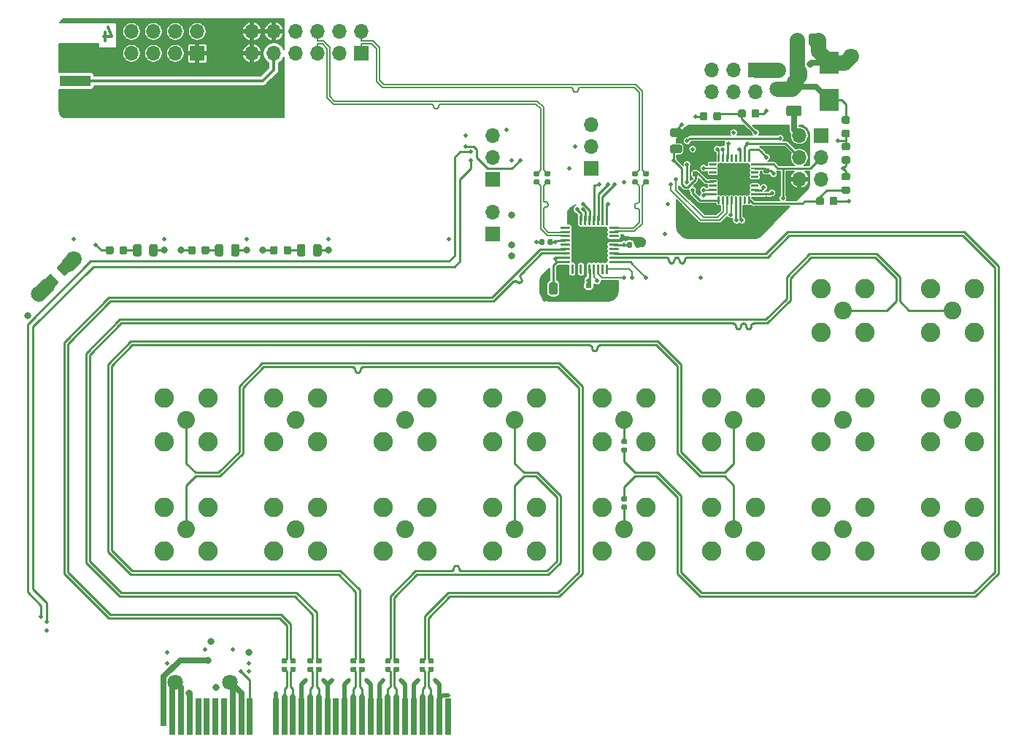
<source format=gbr>
%TF.GenerationSoftware,KiCad,Pcbnew,5.1.5*%
%TF.CreationDate,2020-03-19T15:27:56+01:00*%
%TF.ProjectId,PCIe-Adapter,50434965-2d41-4646-9170-7465722e6b69,rev?*%
%TF.SameCoordinates,Original*%
%TF.FileFunction,Copper,L4,Bot*%
%TF.FilePolarity,Positive*%
%FSLAX46Y46*%
G04 Gerber Fmt 4.6, Leading zero omitted, Abs format (unit mm)*
G04 Created by KiCad (PCBNEW 5.1.5) date 2020-03-19 15:27:56*
%MOMM*%
%LPD*%
G04 APERTURE LIST*
%ADD10C,0.300000*%
%ADD11R,0.700000X4.300000*%
%ADD12R,0.700000X3.200000*%
%ADD13C,2.250000*%
%ADD14C,2.050000*%
%ADD15O,1.700000X1.700000*%
%ADD16R,1.700000X1.700000*%
%ADD17C,0.100000*%
%ADD18C,0.500000*%
%ADD19R,2.300000X2.500000*%
%ADD20R,4.200000X1.350000*%
%ADD21R,3.600000X1.270000*%
%ADD22C,0.800000*%
%ADD23C,1.800000*%
%ADD24C,0.254000*%
%ADD25C,0.700000*%
%ADD26C,1.800000*%
%ADD27C,0.500000*%
%ADD28C,0.190000*%
%ADD29C,0.264461*%
%ADD30C,0.338771*%
%ADD31C,0.206985*%
%ADD32C,0.359879*%
%ADD33C,0.200000*%
%ADD34C,0.150000*%
G04 APERTURE END LIST*
D10*
X125209285Y-48941071D02*
X125209285Y-49941071D01*
X125566428Y-48369642D02*
X125923571Y-49441071D01*
X124995000Y-49441071D01*
D11*
X146000000Y-128460000D03*
X145000000Y-128460000D03*
X151000000Y-128460000D03*
X150000000Y-128460000D03*
X149000000Y-128460000D03*
X148000000Y-128460000D03*
X147000000Y-128460000D03*
X142000000Y-128460000D03*
X141000000Y-128460000D03*
X140000000Y-128460000D03*
X139000000Y-128460000D03*
X138000000Y-128460000D03*
X137000000Y-128460000D03*
X136000000Y-128460000D03*
X135000000Y-128460000D03*
X134000000Y-128460000D03*
X133000000Y-128460000D03*
D12*
X132000000Y-127910000D03*
D11*
X152000000Y-128460000D03*
X153000000Y-128460000D03*
X154000000Y-128460000D03*
X155000000Y-128460000D03*
X156000000Y-128460000D03*
X157000000Y-128460000D03*
X158000000Y-128460000D03*
X159000000Y-128460000D03*
X160000000Y-128460000D03*
X161000000Y-128460000D03*
X162000000Y-128460000D03*
X163000000Y-128460000D03*
X164000000Y-128460000D03*
X165000000Y-128460000D03*
D13*
X132080000Y-96520000D03*
X137160000Y-91440000D03*
X144780000Y-91440000D03*
X144780000Y-109220000D03*
X132080000Y-104140000D03*
X170180000Y-96520000D03*
X157480000Y-96520000D03*
X162560000Y-91440000D03*
X144780000Y-96520000D03*
D14*
X172720000Y-106680000D03*
D13*
X137160000Y-104140000D03*
D14*
X147320000Y-106680000D03*
D13*
X162560000Y-104140000D03*
X132080000Y-91440000D03*
D14*
X134620000Y-106680000D03*
D13*
X144780000Y-104140000D03*
X137160000Y-96520000D03*
X157480000Y-104140000D03*
D14*
X160020000Y-93980000D03*
D13*
X170180000Y-109220000D03*
X149860000Y-96520000D03*
X157480000Y-109220000D03*
X149860000Y-91440000D03*
X137160000Y-109220000D03*
X149860000Y-109220000D03*
X157480000Y-91440000D03*
X175260000Y-104140000D03*
X175260000Y-91440000D03*
X162560000Y-96520000D03*
X175260000Y-96520000D03*
D14*
X172720000Y-93980000D03*
D13*
X175260000Y-109220000D03*
X162560000Y-109220000D03*
X170180000Y-104140000D03*
D14*
X134620000Y-93980000D03*
D13*
X149860000Y-104140000D03*
X132080000Y-109220000D03*
X170180000Y-91440000D03*
D14*
X160020000Y-106680000D03*
X147320000Y-93980000D03*
X210820000Y-106680000D03*
D13*
X200660000Y-104140000D03*
X195580000Y-104140000D03*
X208280000Y-109220000D03*
X195580000Y-109220000D03*
X213360000Y-104140000D03*
X213360000Y-109220000D03*
X200660000Y-109220000D03*
X208280000Y-104140000D03*
D14*
X198120000Y-106680000D03*
X210820000Y-93980000D03*
D13*
X200660000Y-91440000D03*
X195580000Y-91440000D03*
X208280000Y-96520000D03*
X195580000Y-96520000D03*
X213360000Y-91440000D03*
X213360000Y-96520000D03*
X200660000Y-96520000D03*
X208280000Y-91440000D03*
D14*
X198120000Y-93980000D03*
X223520000Y-81280000D03*
D13*
X213360000Y-78740000D03*
X208280000Y-78740000D03*
X220980000Y-83820000D03*
X208280000Y-83820000D03*
X226060000Y-78740000D03*
X226060000Y-83820000D03*
X213360000Y-83820000D03*
X220980000Y-78740000D03*
D14*
X210820000Y-81280000D03*
D13*
X226060000Y-91440000D03*
X220980000Y-91440000D03*
X220980000Y-96520000D03*
X226060000Y-96520000D03*
D14*
X223520000Y-93980000D03*
D13*
X226060000Y-104140000D03*
X220980000Y-109220000D03*
D14*
X223520000Y-106680000D03*
D13*
X220980000Y-104140000D03*
X226060000Y-109220000D03*
X182880000Y-109220000D03*
X182880000Y-91440000D03*
X182880000Y-96520000D03*
X187960000Y-104140000D03*
D14*
X185420000Y-106680000D03*
D13*
X182880000Y-104140000D03*
D14*
X185420000Y-93980000D03*
D13*
X187960000Y-109220000D03*
X187960000Y-91440000D03*
X187960000Y-96520000D03*
D15*
X133350000Y-51435000D03*
X152400000Y-48895000D03*
X130810000Y-48895000D03*
X149860000Y-48895000D03*
X135890000Y-48895000D03*
X152400000Y-51435000D03*
X149860000Y-51435000D03*
X147320000Y-51435000D03*
X144780000Y-51435000D03*
D16*
X135890000Y-51435000D03*
D15*
X142240000Y-51435000D03*
X142240000Y-48895000D03*
X154940000Y-48895000D03*
X147320000Y-48895000D03*
D16*
X154940000Y-51435000D03*
D15*
X144780000Y-48895000D03*
X130810000Y-51435000D03*
X133350000Y-48895000D03*
X128270000Y-51435000D03*
X128270000Y-48895000D03*
%TA.AperFunction,SMDPad,CuDef*%
D17*
G36*
X181479458Y-79080710D02*
G01*
X181493776Y-79082834D01*
X181507817Y-79086351D01*
X181521446Y-79091228D01*
X181534531Y-79097417D01*
X181546947Y-79104858D01*
X181558573Y-79113481D01*
X181569298Y-79123202D01*
X181579019Y-79133927D01*
X181587642Y-79145553D01*
X181595083Y-79157969D01*
X181601272Y-79171054D01*
X181606149Y-79184683D01*
X181609666Y-79198724D01*
X181611790Y-79213042D01*
X181612500Y-79227500D01*
X181612500Y-79522500D01*
X181611790Y-79536958D01*
X181609666Y-79551276D01*
X181606149Y-79565317D01*
X181601272Y-79578946D01*
X181595083Y-79592031D01*
X181587642Y-79604447D01*
X181579019Y-79616073D01*
X181569298Y-79626798D01*
X181558573Y-79636519D01*
X181546947Y-79645142D01*
X181534531Y-79652583D01*
X181521446Y-79658772D01*
X181507817Y-79663649D01*
X181493776Y-79667166D01*
X181479458Y-79669290D01*
X181465000Y-79670000D01*
X181120000Y-79670000D01*
X181105542Y-79669290D01*
X181091224Y-79667166D01*
X181077183Y-79663649D01*
X181063554Y-79658772D01*
X181050469Y-79652583D01*
X181038053Y-79645142D01*
X181026427Y-79636519D01*
X181015702Y-79626798D01*
X181005981Y-79616073D01*
X180997358Y-79604447D01*
X180989917Y-79592031D01*
X180983728Y-79578946D01*
X180978851Y-79565317D01*
X180975334Y-79551276D01*
X180973210Y-79536958D01*
X180972500Y-79522500D01*
X180972500Y-79227500D01*
X180973210Y-79213042D01*
X180975334Y-79198724D01*
X180978851Y-79184683D01*
X180983728Y-79171054D01*
X180989917Y-79157969D01*
X180997358Y-79145553D01*
X181005981Y-79133927D01*
X181015702Y-79123202D01*
X181026427Y-79113481D01*
X181038053Y-79104858D01*
X181050469Y-79097417D01*
X181063554Y-79091228D01*
X181077183Y-79086351D01*
X181091224Y-79082834D01*
X181105542Y-79080710D01*
X181120000Y-79080000D01*
X181465000Y-79080000D01*
X181479458Y-79080710D01*
G37*
%TD.AperFunction*%
%TA.AperFunction,SMDPad,CuDef*%
G36*
X181479458Y-78110710D02*
G01*
X181493776Y-78112834D01*
X181507817Y-78116351D01*
X181521446Y-78121228D01*
X181534531Y-78127417D01*
X181546947Y-78134858D01*
X181558573Y-78143481D01*
X181569298Y-78153202D01*
X181579019Y-78163927D01*
X181587642Y-78175553D01*
X181595083Y-78187969D01*
X181601272Y-78201054D01*
X181606149Y-78214683D01*
X181609666Y-78228724D01*
X181611790Y-78243042D01*
X181612500Y-78257500D01*
X181612500Y-78552500D01*
X181611790Y-78566958D01*
X181609666Y-78581276D01*
X181606149Y-78595317D01*
X181601272Y-78608946D01*
X181595083Y-78622031D01*
X181587642Y-78634447D01*
X181579019Y-78646073D01*
X181569298Y-78656798D01*
X181558573Y-78666519D01*
X181546947Y-78675142D01*
X181534531Y-78682583D01*
X181521446Y-78688772D01*
X181507817Y-78693649D01*
X181493776Y-78697166D01*
X181479458Y-78699290D01*
X181465000Y-78700000D01*
X181120000Y-78700000D01*
X181105542Y-78699290D01*
X181091224Y-78697166D01*
X181077183Y-78693649D01*
X181063554Y-78688772D01*
X181050469Y-78682583D01*
X181038053Y-78675142D01*
X181026427Y-78666519D01*
X181015702Y-78656798D01*
X181005981Y-78646073D01*
X180997358Y-78634447D01*
X180989917Y-78622031D01*
X180983728Y-78608946D01*
X180978851Y-78595317D01*
X180975334Y-78581276D01*
X180973210Y-78566958D01*
X180972500Y-78552500D01*
X180972500Y-78257500D01*
X180973210Y-78243042D01*
X180975334Y-78228724D01*
X180978851Y-78214683D01*
X180983728Y-78201054D01*
X180989917Y-78187969D01*
X180997358Y-78175553D01*
X181005981Y-78163927D01*
X181015702Y-78153202D01*
X181026427Y-78143481D01*
X181038053Y-78134858D01*
X181050469Y-78127417D01*
X181063554Y-78121228D01*
X181077183Y-78116351D01*
X181091224Y-78112834D01*
X181105542Y-78110710D01*
X181120000Y-78110000D01*
X181465000Y-78110000D01*
X181479458Y-78110710D01*
G37*
%TD.AperFunction*%
%TA.AperFunction,SMDPad,CuDef*%
G36*
X186199458Y-73340710D02*
G01*
X186213776Y-73342834D01*
X186227817Y-73346351D01*
X186241446Y-73351228D01*
X186254531Y-73357417D01*
X186266947Y-73364858D01*
X186278573Y-73373481D01*
X186289298Y-73383202D01*
X186299019Y-73393927D01*
X186307642Y-73405553D01*
X186315083Y-73417969D01*
X186321272Y-73431054D01*
X186326149Y-73444683D01*
X186329666Y-73458724D01*
X186331790Y-73473042D01*
X186332500Y-73487500D01*
X186332500Y-73832500D01*
X186331790Y-73846958D01*
X186329666Y-73861276D01*
X186326149Y-73875317D01*
X186321272Y-73888946D01*
X186315083Y-73902031D01*
X186307642Y-73914447D01*
X186299019Y-73926073D01*
X186289298Y-73936798D01*
X186278573Y-73946519D01*
X186266947Y-73955142D01*
X186254531Y-73962583D01*
X186241446Y-73968772D01*
X186227817Y-73973649D01*
X186213776Y-73977166D01*
X186199458Y-73979290D01*
X186185000Y-73980000D01*
X185890000Y-73980000D01*
X185875542Y-73979290D01*
X185861224Y-73977166D01*
X185847183Y-73973649D01*
X185833554Y-73968772D01*
X185820469Y-73962583D01*
X185808053Y-73955142D01*
X185796427Y-73946519D01*
X185785702Y-73936798D01*
X185775981Y-73926073D01*
X185767358Y-73914447D01*
X185759917Y-73902031D01*
X185753728Y-73888946D01*
X185748851Y-73875317D01*
X185745334Y-73861276D01*
X185743210Y-73846958D01*
X185742500Y-73832500D01*
X185742500Y-73487500D01*
X185743210Y-73473042D01*
X185745334Y-73458724D01*
X185748851Y-73444683D01*
X185753728Y-73431054D01*
X185759917Y-73417969D01*
X185767358Y-73405553D01*
X185775981Y-73393927D01*
X185785702Y-73383202D01*
X185796427Y-73373481D01*
X185808053Y-73364858D01*
X185820469Y-73357417D01*
X185833554Y-73351228D01*
X185847183Y-73346351D01*
X185861224Y-73342834D01*
X185875542Y-73340710D01*
X185890000Y-73340000D01*
X186185000Y-73340000D01*
X186199458Y-73340710D01*
G37*
%TD.AperFunction*%
%TA.AperFunction,SMDPad,CuDef*%
G36*
X187169458Y-73340710D02*
G01*
X187183776Y-73342834D01*
X187197817Y-73346351D01*
X187211446Y-73351228D01*
X187224531Y-73357417D01*
X187236947Y-73364858D01*
X187248573Y-73373481D01*
X187259298Y-73383202D01*
X187269019Y-73393927D01*
X187277642Y-73405553D01*
X187285083Y-73417969D01*
X187291272Y-73431054D01*
X187296149Y-73444683D01*
X187299666Y-73458724D01*
X187301790Y-73473042D01*
X187302500Y-73487500D01*
X187302500Y-73832500D01*
X187301790Y-73846958D01*
X187299666Y-73861276D01*
X187296149Y-73875317D01*
X187291272Y-73888946D01*
X187285083Y-73902031D01*
X187277642Y-73914447D01*
X187269019Y-73926073D01*
X187259298Y-73936798D01*
X187248573Y-73946519D01*
X187236947Y-73955142D01*
X187224531Y-73962583D01*
X187211446Y-73968772D01*
X187197817Y-73973649D01*
X187183776Y-73977166D01*
X187169458Y-73979290D01*
X187155000Y-73980000D01*
X186860000Y-73980000D01*
X186845542Y-73979290D01*
X186831224Y-73977166D01*
X186817183Y-73973649D01*
X186803554Y-73968772D01*
X186790469Y-73962583D01*
X186778053Y-73955142D01*
X186766427Y-73946519D01*
X186755702Y-73936798D01*
X186745981Y-73926073D01*
X186737358Y-73914447D01*
X186729917Y-73902031D01*
X186723728Y-73888946D01*
X186718851Y-73875317D01*
X186715334Y-73861276D01*
X186713210Y-73846958D01*
X186712500Y-73832500D01*
X186712500Y-73487500D01*
X186713210Y-73473042D01*
X186715334Y-73458724D01*
X186718851Y-73444683D01*
X186723728Y-73431054D01*
X186729917Y-73417969D01*
X186737358Y-73405553D01*
X186745981Y-73393927D01*
X186755702Y-73383202D01*
X186766427Y-73373481D01*
X186778053Y-73364858D01*
X186790469Y-73357417D01*
X186803554Y-73351228D01*
X186817183Y-73346351D01*
X186831224Y-73342834D01*
X186845542Y-73340710D01*
X186860000Y-73340000D01*
X187155000Y-73340000D01*
X187169458Y-73340710D01*
G37*
%TD.AperFunction*%
%TA.AperFunction,SMDPad,CuDef*%
G36*
X176039458Y-73023210D02*
G01*
X176053776Y-73025334D01*
X176067817Y-73028851D01*
X176081446Y-73033728D01*
X176094531Y-73039917D01*
X176106947Y-73047358D01*
X176118573Y-73055981D01*
X176129298Y-73065702D01*
X176139019Y-73076427D01*
X176147642Y-73088053D01*
X176155083Y-73100469D01*
X176161272Y-73113554D01*
X176166149Y-73127183D01*
X176169666Y-73141224D01*
X176171790Y-73155542D01*
X176172500Y-73170000D01*
X176172500Y-73515000D01*
X176171790Y-73529458D01*
X176169666Y-73543776D01*
X176166149Y-73557817D01*
X176161272Y-73571446D01*
X176155083Y-73584531D01*
X176147642Y-73596947D01*
X176139019Y-73608573D01*
X176129298Y-73619298D01*
X176118573Y-73629019D01*
X176106947Y-73637642D01*
X176094531Y-73645083D01*
X176081446Y-73651272D01*
X176067817Y-73656149D01*
X176053776Y-73659666D01*
X176039458Y-73661790D01*
X176025000Y-73662500D01*
X175730000Y-73662500D01*
X175715542Y-73661790D01*
X175701224Y-73659666D01*
X175687183Y-73656149D01*
X175673554Y-73651272D01*
X175660469Y-73645083D01*
X175648053Y-73637642D01*
X175636427Y-73629019D01*
X175625702Y-73619298D01*
X175615981Y-73608573D01*
X175607358Y-73596947D01*
X175599917Y-73584531D01*
X175593728Y-73571446D01*
X175588851Y-73557817D01*
X175585334Y-73543776D01*
X175583210Y-73529458D01*
X175582500Y-73515000D01*
X175582500Y-73170000D01*
X175583210Y-73155542D01*
X175585334Y-73141224D01*
X175588851Y-73127183D01*
X175593728Y-73113554D01*
X175599917Y-73100469D01*
X175607358Y-73088053D01*
X175615981Y-73076427D01*
X175625702Y-73065702D01*
X175636427Y-73055981D01*
X175648053Y-73047358D01*
X175660469Y-73039917D01*
X175673554Y-73033728D01*
X175687183Y-73028851D01*
X175701224Y-73025334D01*
X175715542Y-73023210D01*
X175730000Y-73022500D01*
X176025000Y-73022500D01*
X176039458Y-73023210D01*
G37*
%TD.AperFunction*%
%TA.AperFunction,SMDPad,CuDef*%
G36*
X177009458Y-73023210D02*
G01*
X177023776Y-73025334D01*
X177037817Y-73028851D01*
X177051446Y-73033728D01*
X177064531Y-73039917D01*
X177076947Y-73047358D01*
X177088573Y-73055981D01*
X177099298Y-73065702D01*
X177109019Y-73076427D01*
X177117642Y-73088053D01*
X177125083Y-73100469D01*
X177131272Y-73113554D01*
X177136149Y-73127183D01*
X177139666Y-73141224D01*
X177141790Y-73155542D01*
X177142500Y-73170000D01*
X177142500Y-73515000D01*
X177141790Y-73529458D01*
X177139666Y-73543776D01*
X177136149Y-73557817D01*
X177131272Y-73571446D01*
X177125083Y-73584531D01*
X177117642Y-73596947D01*
X177109019Y-73608573D01*
X177099298Y-73619298D01*
X177088573Y-73629019D01*
X177076947Y-73637642D01*
X177064531Y-73645083D01*
X177051446Y-73651272D01*
X177037817Y-73656149D01*
X177023776Y-73659666D01*
X177009458Y-73661790D01*
X176995000Y-73662500D01*
X176700000Y-73662500D01*
X176685542Y-73661790D01*
X176671224Y-73659666D01*
X176657183Y-73656149D01*
X176643554Y-73651272D01*
X176630469Y-73645083D01*
X176618053Y-73637642D01*
X176606427Y-73629019D01*
X176595702Y-73619298D01*
X176585981Y-73608573D01*
X176577358Y-73596947D01*
X176569917Y-73584531D01*
X176563728Y-73571446D01*
X176558851Y-73557817D01*
X176555334Y-73543776D01*
X176553210Y-73529458D01*
X176552500Y-73515000D01*
X176552500Y-73170000D01*
X176553210Y-73155542D01*
X176555334Y-73141224D01*
X176558851Y-73127183D01*
X176563728Y-73113554D01*
X176569917Y-73100469D01*
X176577358Y-73088053D01*
X176585981Y-73076427D01*
X176595702Y-73065702D01*
X176606427Y-73055981D01*
X176618053Y-73047358D01*
X176630469Y-73039917D01*
X176643554Y-73033728D01*
X176657183Y-73028851D01*
X176671224Y-73025334D01*
X176685542Y-73023210D01*
X176700000Y-73022500D01*
X176995000Y-73022500D01*
X177009458Y-73023210D01*
G37*
%TD.AperFunction*%
%TA.AperFunction,SMDPad,CuDef*%
G36*
X177462642Y-78041174D02*
G01*
X177486303Y-78044684D01*
X177509507Y-78050496D01*
X177532029Y-78058554D01*
X177553653Y-78068782D01*
X177574170Y-78081079D01*
X177593383Y-78095329D01*
X177611107Y-78111393D01*
X177627171Y-78129117D01*
X177641421Y-78148330D01*
X177653718Y-78168847D01*
X177663946Y-78190471D01*
X177672004Y-78212993D01*
X177677816Y-78236197D01*
X177681326Y-78259858D01*
X177682500Y-78283750D01*
X177682500Y-79196250D01*
X177681326Y-79220142D01*
X177677816Y-79243803D01*
X177672004Y-79267007D01*
X177663946Y-79289529D01*
X177653718Y-79311153D01*
X177641421Y-79331670D01*
X177627171Y-79350883D01*
X177611107Y-79368607D01*
X177593383Y-79384671D01*
X177574170Y-79398921D01*
X177553653Y-79411218D01*
X177532029Y-79421446D01*
X177509507Y-79429504D01*
X177486303Y-79435316D01*
X177462642Y-79438826D01*
X177438750Y-79440000D01*
X176951250Y-79440000D01*
X176927358Y-79438826D01*
X176903697Y-79435316D01*
X176880493Y-79429504D01*
X176857971Y-79421446D01*
X176836347Y-79411218D01*
X176815830Y-79398921D01*
X176796617Y-79384671D01*
X176778893Y-79368607D01*
X176762829Y-79350883D01*
X176748579Y-79331670D01*
X176736282Y-79311153D01*
X176726054Y-79289529D01*
X176717996Y-79267007D01*
X176712184Y-79243803D01*
X176708674Y-79220142D01*
X176707500Y-79196250D01*
X176707500Y-78283750D01*
X176708674Y-78259858D01*
X176712184Y-78236197D01*
X176717996Y-78212993D01*
X176726054Y-78190471D01*
X176736282Y-78168847D01*
X176748579Y-78148330D01*
X176762829Y-78129117D01*
X176778893Y-78111393D01*
X176796617Y-78095329D01*
X176815830Y-78081079D01*
X176836347Y-78068782D01*
X176857971Y-78058554D01*
X176880493Y-78050496D01*
X176903697Y-78044684D01*
X176927358Y-78041174D01*
X176951250Y-78040000D01*
X177438750Y-78040000D01*
X177462642Y-78041174D01*
G37*
%TD.AperFunction*%
%TA.AperFunction,SMDPad,CuDef*%
G36*
X179337642Y-78041174D02*
G01*
X179361303Y-78044684D01*
X179384507Y-78050496D01*
X179407029Y-78058554D01*
X179428653Y-78068782D01*
X179449170Y-78081079D01*
X179468383Y-78095329D01*
X179486107Y-78111393D01*
X179502171Y-78129117D01*
X179516421Y-78148330D01*
X179528718Y-78168847D01*
X179538946Y-78190471D01*
X179547004Y-78212993D01*
X179552816Y-78236197D01*
X179556326Y-78259858D01*
X179557500Y-78283750D01*
X179557500Y-79196250D01*
X179556326Y-79220142D01*
X179552816Y-79243803D01*
X179547004Y-79267007D01*
X179538946Y-79289529D01*
X179528718Y-79311153D01*
X179516421Y-79331670D01*
X179502171Y-79350883D01*
X179486107Y-79368607D01*
X179468383Y-79384671D01*
X179449170Y-79398921D01*
X179428653Y-79411218D01*
X179407029Y-79421446D01*
X179384507Y-79429504D01*
X179361303Y-79435316D01*
X179337642Y-79438826D01*
X179313750Y-79440000D01*
X178826250Y-79440000D01*
X178802358Y-79438826D01*
X178778697Y-79435316D01*
X178755493Y-79429504D01*
X178732971Y-79421446D01*
X178711347Y-79411218D01*
X178690830Y-79398921D01*
X178671617Y-79384671D01*
X178653893Y-79368607D01*
X178637829Y-79350883D01*
X178623579Y-79331670D01*
X178611282Y-79311153D01*
X178601054Y-79289529D01*
X178592996Y-79267007D01*
X178587184Y-79243803D01*
X178583674Y-79220142D01*
X178582500Y-79196250D01*
X178582500Y-78283750D01*
X178583674Y-78259858D01*
X178587184Y-78236197D01*
X178592996Y-78212993D01*
X178601054Y-78190471D01*
X178611282Y-78168847D01*
X178623579Y-78148330D01*
X178637829Y-78129117D01*
X178653893Y-78111393D01*
X178671617Y-78095329D01*
X178690830Y-78081079D01*
X178711347Y-78068782D01*
X178732971Y-78058554D01*
X178755493Y-78050496D01*
X178778697Y-78044684D01*
X178802358Y-78041174D01*
X178826250Y-78040000D01*
X179313750Y-78040000D01*
X179337642Y-78041174D01*
G37*
%TD.AperFunction*%
%TA.AperFunction,SMDPad,CuDef*%
G36*
X149186958Y-122675710D02*
G01*
X149201276Y-122677834D01*
X149215317Y-122681351D01*
X149228946Y-122686228D01*
X149242031Y-122692417D01*
X149254447Y-122699858D01*
X149266073Y-122708481D01*
X149276798Y-122718202D01*
X149286519Y-122728927D01*
X149295142Y-122740553D01*
X149302583Y-122752969D01*
X149308772Y-122766054D01*
X149313649Y-122779683D01*
X149317166Y-122793724D01*
X149319290Y-122808042D01*
X149320000Y-122822500D01*
X149320000Y-123117500D01*
X149319290Y-123131958D01*
X149317166Y-123146276D01*
X149313649Y-123160317D01*
X149308772Y-123173946D01*
X149302583Y-123187031D01*
X149295142Y-123199447D01*
X149286519Y-123211073D01*
X149276798Y-123221798D01*
X149266073Y-123231519D01*
X149254447Y-123240142D01*
X149242031Y-123247583D01*
X149228946Y-123253772D01*
X149215317Y-123258649D01*
X149201276Y-123262166D01*
X149186958Y-123264290D01*
X149172500Y-123265000D01*
X148827500Y-123265000D01*
X148813042Y-123264290D01*
X148798724Y-123262166D01*
X148784683Y-123258649D01*
X148771054Y-123253772D01*
X148757969Y-123247583D01*
X148745553Y-123240142D01*
X148733927Y-123231519D01*
X148723202Y-123221798D01*
X148713481Y-123211073D01*
X148704858Y-123199447D01*
X148697417Y-123187031D01*
X148691228Y-123173946D01*
X148686351Y-123160317D01*
X148682834Y-123146276D01*
X148680710Y-123131958D01*
X148680000Y-123117500D01*
X148680000Y-122822500D01*
X148680710Y-122808042D01*
X148682834Y-122793724D01*
X148686351Y-122779683D01*
X148691228Y-122766054D01*
X148697417Y-122752969D01*
X148704858Y-122740553D01*
X148713481Y-122728927D01*
X148723202Y-122718202D01*
X148733927Y-122708481D01*
X148745553Y-122699858D01*
X148757969Y-122692417D01*
X148771054Y-122686228D01*
X148784683Y-122681351D01*
X148798724Y-122677834D01*
X148813042Y-122675710D01*
X148827500Y-122675000D01*
X149172500Y-122675000D01*
X149186958Y-122675710D01*
G37*
%TD.AperFunction*%
%TA.AperFunction,SMDPad,CuDef*%
G36*
X149186958Y-121705710D02*
G01*
X149201276Y-121707834D01*
X149215317Y-121711351D01*
X149228946Y-121716228D01*
X149242031Y-121722417D01*
X149254447Y-121729858D01*
X149266073Y-121738481D01*
X149276798Y-121748202D01*
X149286519Y-121758927D01*
X149295142Y-121770553D01*
X149302583Y-121782969D01*
X149308772Y-121796054D01*
X149313649Y-121809683D01*
X149317166Y-121823724D01*
X149319290Y-121838042D01*
X149320000Y-121852500D01*
X149320000Y-122147500D01*
X149319290Y-122161958D01*
X149317166Y-122176276D01*
X149313649Y-122190317D01*
X149308772Y-122203946D01*
X149302583Y-122217031D01*
X149295142Y-122229447D01*
X149286519Y-122241073D01*
X149276798Y-122251798D01*
X149266073Y-122261519D01*
X149254447Y-122270142D01*
X149242031Y-122277583D01*
X149228946Y-122283772D01*
X149215317Y-122288649D01*
X149201276Y-122292166D01*
X149186958Y-122294290D01*
X149172500Y-122295000D01*
X148827500Y-122295000D01*
X148813042Y-122294290D01*
X148798724Y-122292166D01*
X148784683Y-122288649D01*
X148771054Y-122283772D01*
X148757969Y-122277583D01*
X148745553Y-122270142D01*
X148733927Y-122261519D01*
X148723202Y-122251798D01*
X148713481Y-122241073D01*
X148704858Y-122229447D01*
X148697417Y-122217031D01*
X148691228Y-122203946D01*
X148686351Y-122190317D01*
X148682834Y-122176276D01*
X148680710Y-122161958D01*
X148680000Y-122147500D01*
X148680000Y-121852500D01*
X148680710Y-121838042D01*
X148682834Y-121823724D01*
X148686351Y-121809683D01*
X148691228Y-121796054D01*
X148697417Y-121782969D01*
X148704858Y-121770553D01*
X148713481Y-121758927D01*
X148723202Y-121748202D01*
X148733927Y-121738481D01*
X148745553Y-121729858D01*
X148757969Y-121722417D01*
X148771054Y-121716228D01*
X148784683Y-121711351D01*
X148798724Y-121707834D01*
X148813042Y-121705710D01*
X148827500Y-121705000D01*
X149172500Y-121705000D01*
X149186958Y-121705710D01*
G37*
%TD.AperFunction*%
%TA.AperFunction,SMDPad,CuDef*%
G36*
X150186958Y-121705710D02*
G01*
X150201276Y-121707834D01*
X150215317Y-121711351D01*
X150228946Y-121716228D01*
X150242031Y-121722417D01*
X150254447Y-121729858D01*
X150266073Y-121738481D01*
X150276798Y-121748202D01*
X150286519Y-121758927D01*
X150295142Y-121770553D01*
X150302583Y-121782969D01*
X150308772Y-121796054D01*
X150313649Y-121809683D01*
X150317166Y-121823724D01*
X150319290Y-121838042D01*
X150320000Y-121852500D01*
X150320000Y-122147500D01*
X150319290Y-122161958D01*
X150317166Y-122176276D01*
X150313649Y-122190317D01*
X150308772Y-122203946D01*
X150302583Y-122217031D01*
X150295142Y-122229447D01*
X150286519Y-122241073D01*
X150276798Y-122251798D01*
X150266073Y-122261519D01*
X150254447Y-122270142D01*
X150242031Y-122277583D01*
X150228946Y-122283772D01*
X150215317Y-122288649D01*
X150201276Y-122292166D01*
X150186958Y-122294290D01*
X150172500Y-122295000D01*
X149827500Y-122295000D01*
X149813042Y-122294290D01*
X149798724Y-122292166D01*
X149784683Y-122288649D01*
X149771054Y-122283772D01*
X149757969Y-122277583D01*
X149745553Y-122270142D01*
X149733927Y-122261519D01*
X149723202Y-122251798D01*
X149713481Y-122241073D01*
X149704858Y-122229447D01*
X149697417Y-122217031D01*
X149691228Y-122203946D01*
X149686351Y-122190317D01*
X149682834Y-122176276D01*
X149680710Y-122161958D01*
X149680000Y-122147500D01*
X149680000Y-121852500D01*
X149680710Y-121838042D01*
X149682834Y-121823724D01*
X149686351Y-121809683D01*
X149691228Y-121796054D01*
X149697417Y-121782969D01*
X149704858Y-121770553D01*
X149713481Y-121758927D01*
X149723202Y-121748202D01*
X149733927Y-121738481D01*
X149745553Y-121729858D01*
X149757969Y-121722417D01*
X149771054Y-121716228D01*
X149784683Y-121711351D01*
X149798724Y-121707834D01*
X149813042Y-121705710D01*
X149827500Y-121705000D01*
X150172500Y-121705000D01*
X150186958Y-121705710D01*
G37*
%TD.AperFunction*%
%TA.AperFunction,SMDPad,CuDef*%
G36*
X150186958Y-122675710D02*
G01*
X150201276Y-122677834D01*
X150215317Y-122681351D01*
X150228946Y-122686228D01*
X150242031Y-122692417D01*
X150254447Y-122699858D01*
X150266073Y-122708481D01*
X150276798Y-122718202D01*
X150286519Y-122728927D01*
X150295142Y-122740553D01*
X150302583Y-122752969D01*
X150308772Y-122766054D01*
X150313649Y-122779683D01*
X150317166Y-122793724D01*
X150319290Y-122808042D01*
X150320000Y-122822500D01*
X150320000Y-123117500D01*
X150319290Y-123131958D01*
X150317166Y-123146276D01*
X150313649Y-123160317D01*
X150308772Y-123173946D01*
X150302583Y-123187031D01*
X150295142Y-123199447D01*
X150286519Y-123211073D01*
X150276798Y-123221798D01*
X150266073Y-123231519D01*
X150254447Y-123240142D01*
X150242031Y-123247583D01*
X150228946Y-123253772D01*
X150215317Y-123258649D01*
X150201276Y-123262166D01*
X150186958Y-123264290D01*
X150172500Y-123265000D01*
X149827500Y-123265000D01*
X149813042Y-123264290D01*
X149798724Y-123262166D01*
X149784683Y-123258649D01*
X149771054Y-123253772D01*
X149757969Y-123247583D01*
X149745553Y-123240142D01*
X149733927Y-123231519D01*
X149723202Y-123221798D01*
X149713481Y-123211073D01*
X149704858Y-123199447D01*
X149697417Y-123187031D01*
X149691228Y-123173946D01*
X149686351Y-123160317D01*
X149682834Y-123146276D01*
X149680710Y-123131958D01*
X149680000Y-123117500D01*
X149680000Y-122822500D01*
X149680710Y-122808042D01*
X149682834Y-122793724D01*
X149686351Y-122779683D01*
X149691228Y-122766054D01*
X149697417Y-122752969D01*
X149704858Y-122740553D01*
X149713481Y-122728927D01*
X149723202Y-122718202D01*
X149733927Y-122708481D01*
X149745553Y-122699858D01*
X149757969Y-122692417D01*
X149771054Y-122686228D01*
X149784683Y-122681351D01*
X149798724Y-122677834D01*
X149813042Y-122675710D01*
X149827500Y-122675000D01*
X150172500Y-122675000D01*
X150186958Y-122675710D01*
G37*
%TD.AperFunction*%
%TA.AperFunction,SMDPad,CuDef*%
G36*
X120219045Y-75752036D02*
G01*
X120242706Y-75755546D01*
X120265910Y-75761358D01*
X120288432Y-75769416D01*
X120310056Y-75779644D01*
X120330573Y-75791941D01*
X120349786Y-75806191D01*
X120367510Y-75822255D01*
X121012745Y-76467490D01*
X121028809Y-76485214D01*
X121043059Y-76504427D01*
X121055356Y-76524944D01*
X121065584Y-76546568D01*
X121073642Y-76569090D01*
X121079454Y-76592294D01*
X121082964Y-76615955D01*
X121084138Y-76639847D01*
X121082964Y-76663739D01*
X121079454Y-76687400D01*
X121073642Y-76710604D01*
X121065584Y-76733126D01*
X121055356Y-76754750D01*
X121043059Y-76775267D01*
X121028809Y-76794480D01*
X121012745Y-76812204D01*
X120668030Y-77156919D01*
X120650306Y-77172983D01*
X120631093Y-77187233D01*
X120610576Y-77199530D01*
X120588952Y-77209758D01*
X120566430Y-77217816D01*
X120543226Y-77223628D01*
X120519565Y-77227138D01*
X120495673Y-77228312D01*
X120471781Y-77227138D01*
X120448120Y-77223628D01*
X120424916Y-77217816D01*
X120402394Y-77209758D01*
X120380770Y-77199530D01*
X120360253Y-77187233D01*
X120341040Y-77172983D01*
X120323316Y-77156919D01*
X119678081Y-76511684D01*
X119662017Y-76493960D01*
X119647767Y-76474747D01*
X119635470Y-76454230D01*
X119625242Y-76432606D01*
X119617184Y-76410084D01*
X119611372Y-76386880D01*
X119607862Y-76363219D01*
X119606688Y-76339327D01*
X119607862Y-76315435D01*
X119611372Y-76291774D01*
X119617184Y-76268570D01*
X119625242Y-76246048D01*
X119635470Y-76224424D01*
X119647767Y-76203907D01*
X119662017Y-76184694D01*
X119678081Y-76166970D01*
X120022796Y-75822255D01*
X120040520Y-75806191D01*
X120059733Y-75791941D01*
X120080250Y-75779644D01*
X120101874Y-75769416D01*
X120124396Y-75761358D01*
X120147600Y-75755546D01*
X120171261Y-75752036D01*
X120195153Y-75750862D01*
X120219045Y-75752036D01*
G37*
%TD.AperFunction*%
%TA.AperFunction,SMDPad,CuDef*%
G36*
X118893219Y-77077862D02*
G01*
X118916880Y-77081372D01*
X118940084Y-77087184D01*
X118962606Y-77095242D01*
X118984230Y-77105470D01*
X119004747Y-77117767D01*
X119023960Y-77132017D01*
X119041684Y-77148081D01*
X119686919Y-77793316D01*
X119702983Y-77811040D01*
X119717233Y-77830253D01*
X119729530Y-77850770D01*
X119739758Y-77872394D01*
X119747816Y-77894916D01*
X119753628Y-77918120D01*
X119757138Y-77941781D01*
X119758312Y-77965673D01*
X119757138Y-77989565D01*
X119753628Y-78013226D01*
X119747816Y-78036430D01*
X119739758Y-78058952D01*
X119729530Y-78080576D01*
X119717233Y-78101093D01*
X119702983Y-78120306D01*
X119686919Y-78138030D01*
X119342204Y-78482745D01*
X119324480Y-78498809D01*
X119305267Y-78513059D01*
X119284750Y-78525356D01*
X119263126Y-78535584D01*
X119240604Y-78543642D01*
X119217400Y-78549454D01*
X119193739Y-78552964D01*
X119169847Y-78554138D01*
X119145955Y-78552964D01*
X119122294Y-78549454D01*
X119099090Y-78543642D01*
X119076568Y-78535584D01*
X119054944Y-78525356D01*
X119034427Y-78513059D01*
X119015214Y-78498809D01*
X118997490Y-78482745D01*
X118352255Y-77837510D01*
X118336191Y-77819786D01*
X118321941Y-77800573D01*
X118309644Y-77780056D01*
X118299416Y-77758432D01*
X118291358Y-77735910D01*
X118285546Y-77712706D01*
X118282036Y-77689045D01*
X118280862Y-77665153D01*
X118282036Y-77641261D01*
X118285546Y-77617600D01*
X118291358Y-77594396D01*
X118299416Y-77571874D01*
X118309644Y-77550250D01*
X118321941Y-77529733D01*
X118336191Y-77510520D01*
X118352255Y-77492796D01*
X118696970Y-77148081D01*
X118714694Y-77132017D01*
X118733907Y-77117767D01*
X118754424Y-77105470D01*
X118776048Y-77095242D01*
X118798570Y-77087184D01*
X118821774Y-77081372D01*
X118845435Y-77077862D01*
X118869327Y-77076688D01*
X118893219Y-77077862D01*
G37*
%TD.AperFunction*%
%TA.AperFunction,SMDPad,CuDef*%
G36*
X191932642Y-60156174D02*
G01*
X191956303Y-60159684D01*
X191979507Y-60165496D01*
X192002029Y-60173554D01*
X192023653Y-60183782D01*
X192044170Y-60196079D01*
X192063383Y-60210329D01*
X192081107Y-60226393D01*
X192097171Y-60244117D01*
X192111421Y-60263330D01*
X192123718Y-60283847D01*
X192133946Y-60305471D01*
X192142004Y-60327993D01*
X192147816Y-60351197D01*
X192151326Y-60374858D01*
X192152500Y-60398750D01*
X192152500Y-60886250D01*
X192151326Y-60910142D01*
X192147816Y-60933803D01*
X192142004Y-60957007D01*
X192133946Y-60979529D01*
X192123718Y-61001153D01*
X192111421Y-61021670D01*
X192097171Y-61040883D01*
X192081107Y-61058607D01*
X192063383Y-61074671D01*
X192044170Y-61088921D01*
X192023653Y-61101218D01*
X192002029Y-61111446D01*
X191979507Y-61119504D01*
X191956303Y-61125316D01*
X191932642Y-61128826D01*
X191908750Y-61130000D01*
X190996250Y-61130000D01*
X190972358Y-61128826D01*
X190948697Y-61125316D01*
X190925493Y-61119504D01*
X190902971Y-61111446D01*
X190881347Y-61101218D01*
X190860830Y-61088921D01*
X190841617Y-61074671D01*
X190823893Y-61058607D01*
X190807829Y-61040883D01*
X190793579Y-61021670D01*
X190781282Y-61001153D01*
X190771054Y-60979529D01*
X190762996Y-60957007D01*
X190757184Y-60933803D01*
X190753674Y-60910142D01*
X190752500Y-60886250D01*
X190752500Y-60398750D01*
X190753674Y-60374858D01*
X190757184Y-60351197D01*
X190762996Y-60327993D01*
X190771054Y-60305471D01*
X190781282Y-60283847D01*
X190793579Y-60263330D01*
X190807829Y-60244117D01*
X190823893Y-60226393D01*
X190841617Y-60210329D01*
X190860830Y-60196079D01*
X190881347Y-60183782D01*
X190902971Y-60173554D01*
X190925493Y-60165496D01*
X190948697Y-60159684D01*
X190972358Y-60156174D01*
X190996250Y-60155000D01*
X191908750Y-60155000D01*
X191932642Y-60156174D01*
G37*
%TD.AperFunction*%
%TA.AperFunction,SMDPad,CuDef*%
G36*
X191932642Y-62031174D02*
G01*
X191956303Y-62034684D01*
X191979507Y-62040496D01*
X192002029Y-62048554D01*
X192023653Y-62058782D01*
X192044170Y-62071079D01*
X192063383Y-62085329D01*
X192081107Y-62101393D01*
X192097171Y-62119117D01*
X192111421Y-62138330D01*
X192123718Y-62158847D01*
X192133946Y-62180471D01*
X192142004Y-62202993D01*
X192147816Y-62226197D01*
X192151326Y-62249858D01*
X192152500Y-62273750D01*
X192152500Y-62761250D01*
X192151326Y-62785142D01*
X192147816Y-62808803D01*
X192142004Y-62832007D01*
X192133946Y-62854529D01*
X192123718Y-62876153D01*
X192111421Y-62896670D01*
X192097171Y-62915883D01*
X192081107Y-62933607D01*
X192063383Y-62949671D01*
X192044170Y-62963921D01*
X192023653Y-62976218D01*
X192002029Y-62986446D01*
X191979507Y-62994504D01*
X191956303Y-63000316D01*
X191932642Y-63003826D01*
X191908750Y-63005000D01*
X190996250Y-63005000D01*
X190972358Y-63003826D01*
X190948697Y-63000316D01*
X190925493Y-62994504D01*
X190902971Y-62986446D01*
X190881347Y-62976218D01*
X190860830Y-62963921D01*
X190841617Y-62949671D01*
X190823893Y-62933607D01*
X190807829Y-62915883D01*
X190793579Y-62896670D01*
X190781282Y-62876153D01*
X190771054Y-62854529D01*
X190762996Y-62832007D01*
X190757184Y-62808803D01*
X190753674Y-62785142D01*
X190752500Y-62761250D01*
X190752500Y-62273750D01*
X190753674Y-62249858D01*
X190757184Y-62226197D01*
X190762996Y-62202993D01*
X190771054Y-62180471D01*
X190781282Y-62158847D01*
X190793579Y-62138330D01*
X190807829Y-62119117D01*
X190823893Y-62101393D01*
X190841617Y-62085329D01*
X190860830Y-62071079D01*
X190881347Y-62058782D01*
X190902971Y-62048554D01*
X190925493Y-62040496D01*
X190948697Y-62034684D01*
X190972358Y-62031174D01*
X190996250Y-62030000D01*
X191908750Y-62030000D01*
X191932642Y-62031174D01*
G37*
%TD.AperFunction*%
%TA.AperFunction,SMDPad,CuDef*%
G36*
X147186958Y-121705710D02*
G01*
X147201276Y-121707834D01*
X147215317Y-121711351D01*
X147228946Y-121716228D01*
X147242031Y-121722417D01*
X147254447Y-121729858D01*
X147266073Y-121738481D01*
X147276798Y-121748202D01*
X147286519Y-121758927D01*
X147295142Y-121770553D01*
X147302583Y-121782969D01*
X147308772Y-121796054D01*
X147313649Y-121809683D01*
X147317166Y-121823724D01*
X147319290Y-121838042D01*
X147320000Y-121852500D01*
X147320000Y-122147500D01*
X147319290Y-122161958D01*
X147317166Y-122176276D01*
X147313649Y-122190317D01*
X147308772Y-122203946D01*
X147302583Y-122217031D01*
X147295142Y-122229447D01*
X147286519Y-122241073D01*
X147276798Y-122251798D01*
X147266073Y-122261519D01*
X147254447Y-122270142D01*
X147242031Y-122277583D01*
X147228946Y-122283772D01*
X147215317Y-122288649D01*
X147201276Y-122292166D01*
X147186958Y-122294290D01*
X147172500Y-122295000D01*
X146827500Y-122295000D01*
X146813042Y-122294290D01*
X146798724Y-122292166D01*
X146784683Y-122288649D01*
X146771054Y-122283772D01*
X146757969Y-122277583D01*
X146745553Y-122270142D01*
X146733927Y-122261519D01*
X146723202Y-122251798D01*
X146713481Y-122241073D01*
X146704858Y-122229447D01*
X146697417Y-122217031D01*
X146691228Y-122203946D01*
X146686351Y-122190317D01*
X146682834Y-122176276D01*
X146680710Y-122161958D01*
X146680000Y-122147500D01*
X146680000Y-121852500D01*
X146680710Y-121838042D01*
X146682834Y-121823724D01*
X146686351Y-121809683D01*
X146691228Y-121796054D01*
X146697417Y-121782969D01*
X146704858Y-121770553D01*
X146713481Y-121758927D01*
X146723202Y-121748202D01*
X146733927Y-121738481D01*
X146745553Y-121729858D01*
X146757969Y-121722417D01*
X146771054Y-121716228D01*
X146784683Y-121711351D01*
X146798724Y-121707834D01*
X146813042Y-121705710D01*
X146827500Y-121705000D01*
X147172500Y-121705000D01*
X147186958Y-121705710D01*
G37*
%TD.AperFunction*%
%TA.AperFunction,SMDPad,CuDef*%
G36*
X147186958Y-122675710D02*
G01*
X147201276Y-122677834D01*
X147215317Y-122681351D01*
X147228946Y-122686228D01*
X147242031Y-122692417D01*
X147254447Y-122699858D01*
X147266073Y-122708481D01*
X147276798Y-122718202D01*
X147286519Y-122728927D01*
X147295142Y-122740553D01*
X147302583Y-122752969D01*
X147308772Y-122766054D01*
X147313649Y-122779683D01*
X147317166Y-122793724D01*
X147319290Y-122808042D01*
X147320000Y-122822500D01*
X147320000Y-123117500D01*
X147319290Y-123131958D01*
X147317166Y-123146276D01*
X147313649Y-123160317D01*
X147308772Y-123173946D01*
X147302583Y-123187031D01*
X147295142Y-123199447D01*
X147286519Y-123211073D01*
X147276798Y-123221798D01*
X147266073Y-123231519D01*
X147254447Y-123240142D01*
X147242031Y-123247583D01*
X147228946Y-123253772D01*
X147215317Y-123258649D01*
X147201276Y-123262166D01*
X147186958Y-123264290D01*
X147172500Y-123265000D01*
X146827500Y-123265000D01*
X146813042Y-123264290D01*
X146798724Y-123262166D01*
X146784683Y-123258649D01*
X146771054Y-123253772D01*
X146757969Y-123247583D01*
X146745553Y-123240142D01*
X146733927Y-123231519D01*
X146723202Y-123221798D01*
X146713481Y-123211073D01*
X146704858Y-123199447D01*
X146697417Y-123187031D01*
X146691228Y-123173946D01*
X146686351Y-123160317D01*
X146682834Y-123146276D01*
X146680710Y-123131958D01*
X146680000Y-123117500D01*
X146680000Y-122822500D01*
X146680710Y-122808042D01*
X146682834Y-122793724D01*
X146686351Y-122779683D01*
X146691228Y-122766054D01*
X146697417Y-122752969D01*
X146704858Y-122740553D01*
X146713481Y-122728927D01*
X146723202Y-122718202D01*
X146733927Y-122708481D01*
X146745553Y-122699858D01*
X146757969Y-122692417D01*
X146771054Y-122686228D01*
X146784683Y-122681351D01*
X146798724Y-122677834D01*
X146813042Y-122675710D01*
X146827500Y-122675000D01*
X147172500Y-122675000D01*
X147186958Y-122675710D01*
G37*
%TD.AperFunction*%
%TA.AperFunction,SMDPad,CuDef*%
G36*
X146186958Y-121705710D02*
G01*
X146201276Y-121707834D01*
X146215317Y-121711351D01*
X146228946Y-121716228D01*
X146242031Y-121722417D01*
X146254447Y-121729858D01*
X146266073Y-121738481D01*
X146276798Y-121748202D01*
X146286519Y-121758927D01*
X146295142Y-121770553D01*
X146302583Y-121782969D01*
X146308772Y-121796054D01*
X146313649Y-121809683D01*
X146317166Y-121823724D01*
X146319290Y-121838042D01*
X146320000Y-121852500D01*
X146320000Y-122147500D01*
X146319290Y-122161958D01*
X146317166Y-122176276D01*
X146313649Y-122190317D01*
X146308772Y-122203946D01*
X146302583Y-122217031D01*
X146295142Y-122229447D01*
X146286519Y-122241073D01*
X146276798Y-122251798D01*
X146266073Y-122261519D01*
X146254447Y-122270142D01*
X146242031Y-122277583D01*
X146228946Y-122283772D01*
X146215317Y-122288649D01*
X146201276Y-122292166D01*
X146186958Y-122294290D01*
X146172500Y-122295000D01*
X145827500Y-122295000D01*
X145813042Y-122294290D01*
X145798724Y-122292166D01*
X145784683Y-122288649D01*
X145771054Y-122283772D01*
X145757969Y-122277583D01*
X145745553Y-122270142D01*
X145733927Y-122261519D01*
X145723202Y-122251798D01*
X145713481Y-122241073D01*
X145704858Y-122229447D01*
X145697417Y-122217031D01*
X145691228Y-122203946D01*
X145686351Y-122190317D01*
X145682834Y-122176276D01*
X145680710Y-122161958D01*
X145680000Y-122147500D01*
X145680000Y-121852500D01*
X145680710Y-121838042D01*
X145682834Y-121823724D01*
X145686351Y-121809683D01*
X145691228Y-121796054D01*
X145697417Y-121782969D01*
X145704858Y-121770553D01*
X145713481Y-121758927D01*
X145723202Y-121748202D01*
X145733927Y-121738481D01*
X145745553Y-121729858D01*
X145757969Y-121722417D01*
X145771054Y-121716228D01*
X145784683Y-121711351D01*
X145798724Y-121707834D01*
X145813042Y-121705710D01*
X145827500Y-121705000D01*
X146172500Y-121705000D01*
X146186958Y-121705710D01*
G37*
%TD.AperFunction*%
%TA.AperFunction,SMDPad,CuDef*%
G36*
X146186958Y-122675710D02*
G01*
X146201276Y-122677834D01*
X146215317Y-122681351D01*
X146228946Y-122686228D01*
X146242031Y-122692417D01*
X146254447Y-122699858D01*
X146266073Y-122708481D01*
X146276798Y-122718202D01*
X146286519Y-122728927D01*
X146295142Y-122740553D01*
X146302583Y-122752969D01*
X146308772Y-122766054D01*
X146313649Y-122779683D01*
X146317166Y-122793724D01*
X146319290Y-122808042D01*
X146320000Y-122822500D01*
X146320000Y-123117500D01*
X146319290Y-123131958D01*
X146317166Y-123146276D01*
X146313649Y-123160317D01*
X146308772Y-123173946D01*
X146302583Y-123187031D01*
X146295142Y-123199447D01*
X146286519Y-123211073D01*
X146276798Y-123221798D01*
X146266073Y-123231519D01*
X146254447Y-123240142D01*
X146242031Y-123247583D01*
X146228946Y-123253772D01*
X146215317Y-123258649D01*
X146201276Y-123262166D01*
X146186958Y-123264290D01*
X146172500Y-123265000D01*
X145827500Y-123265000D01*
X145813042Y-123264290D01*
X145798724Y-123262166D01*
X145784683Y-123258649D01*
X145771054Y-123253772D01*
X145757969Y-123247583D01*
X145745553Y-123240142D01*
X145733927Y-123231519D01*
X145723202Y-123221798D01*
X145713481Y-123211073D01*
X145704858Y-123199447D01*
X145697417Y-123187031D01*
X145691228Y-123173946D01*
X145686351Y-123160317D01*
X145682834Y-123146276D01*
X145680710Y-123131958D01*
X145680000Y-123117500D01*
X145680000Y-122822500D01*
X145680710Y-122808042D01*
X145682834Y-122793724D01*
X145686351Y-122779683D01*
X145691228Y-122766054D01*
X145697417Y-122752969D01*
X145704858Y-122740553D01*
X145713481Y-122728927D01*
X145723202Y-122718202D01*
X145733927Y-122708481D01*
X145745553Y-122699858D01*
X145757969Y-122692417D01*
X145771054Y-122686228D01*
X145784683Y-122681351D01*
X145798724Y-122677834D01*
X145813042Y-122675710D01*
X145827500Y-122675000D01*
X146172500Y-122675000D01*
X146186958Y-122675710D01*
G37*
%TD.AperFunction*%
%TA.AperFunction,SMDPad,CuDef*%
G36*
X205720142Y-49148674D02*
G01*
X205743803Y-49152184D01*
X205767007Y-49157996D01*
X205789529Y-49166054D01*
X205811153Y-49176282D01*
X205831670Y-49188579D01*
X205850883Y-49202829D01*
X205868607Y-49218893D01*
X205884671Y-49236617D01*
X205898921Y-49255830D01*
X205911218Y-49276347D01*
X205921446Y-49297971D01*
X205929504Y-49320493D01*
X205935316Y-49343697D01*
X205938826Y-49367358D01*
X205940000Y-49391250D01*
X205940000Y-50303750D01*
X205938826Y-50327642D01*
X205935316Y-50351303D01*
X205929504Y-50374507D01*
X205921446Y-50397029D01*
X205911218Y-50418653D01*
X205898921Y-50439170D01*
X205884671Y-50458383D01*
X205868607Y-50476107D01*
X205850883Y-50492171D01*
X205831670Y-50506421D01*
X205811153Y-50518718D01*
X205789529Y-50528946D01*
X205767007Y-50537004D01*
X205743803Y-50542816D01*
X205720142Y-50546326D01*
X205696250Y-50547500D01*
X205208750Y-50547500D01*
X205184858Y-50546326D01*
X205161197Y-50542816D01*
X205137993Y-50537004D01*
X205115471Y-50528946D01*
X205093847Y-50518718D01*
X205073330Y-50506421D01*
X205054117Y-50492171D01*
X205036393Y-50476107D01*
X205020329Y-50458383D01*
X205006079Y-50439170D01*
X204993782Y-50418653D01*
X204983554Y-50397029D01*
X204975496Y-50374507D01*
X204969684Y-50351303D01*
X204966174Y-50327642D01*
X204965000Y-50303750D01*
X204965000Y-49391250D01*
X204966174Y-49367358D01*
X204969684Y-49343697D01*
X204975496Y-49320493D01*
X204983554Y-49297971D01*
X204993782Y-49276347D01*
X205006079Y-49255830D01*
X205020329Y-49236617D01*
X205036393Y-49218893D01*
X205054117Y-49202829D01*
X205073330Y-49188579D01*
X205093847Y-49176282D01*
X205115471Y-49166054D01*
X205137993Y-49157996D01*
X205161197Y-49152184D01*
X205184858Y-49148674D01*
X205208750Y-49147500D01*
X205696250Y-49147500D01*
X205720142Y-49148674D01*
G37*
%TD.AperFunction*%
%TA.AperFunction,SMDPad,CuDef*%
G36*
X207595142Y-49148674D02*
G01*
X207618803Y-49152184D01*
X207642007Y-49157996D01*
X207664529Y-49166054D01*
X207686153Y-49176282D01*
X207706670Y-49188579D01*
X207725883Y-49202829D01*
X207743607Y-49218893D01*
X207759671Y-49236617D01*
X207773921Y-49255830D01*
X207786218Y-49276347D01*
X207796446Y-49297971D01*
X207804504Y-49320493D01*
X207810316Y-49343697D01*
X207813826Y-49367358D01*
X207815000Y-49391250D01*
X207815000Y-50303750D01*
X207813826Y-50327642D01*
X207810316Y-50351303D01*
X207804504Y-50374507D01*
X207796446Y-50397029D01*
X207786218Y-50418653D01*
X207773921Y-50439170D01*
X207759671Y-50458383D01*
X207743607Y-50476107D01*
X207725883Y-50492171D01*
X207706670Y-50506421D01*
X207686153Y-50518718D01*
X207664529Y-50528946D01*
X207642007Y-50537004D01*
X207618803Y-50542816D01*
X207595142Y-50546326D01*
X207571250Y-50547500D01*
X207083750Y-50547500D01*
X207059858Y-50546326D01*
X207036197Y-50542816D01*
X207012993Y-50537004D01*
X206990471Y-50528946D01*
X206968847Y-50518718D01*
X206948330Y-50506421D01*
X206929117Y-50492171D01*
X206911393Y-50476107D01*
X206895329Y-50458383D01*
X206881079Y-50439170D01*
X206868782Y-50418653D01*
X206858554Y-50397029D01*
X206850496Y-50374507D01*
X206844684Y-50351303D01*
X206841174Y-50327642D01*
X206840000Y-50303750D01*
X206840000Y-49391250D01*
X206841174Y-49367358D01*
X206844684Y-49343697D01*
X206850496Y-49320493D01*
X206858554Y-49297971D01*
X206868782Y-49276347D01*
X206881079Y-49255830D01*
X206895329Y-49236617D01*
X206911393Y-49218893D01*
X206929117Y-49202829D01*
X206948330Y-49188579D01*
X206968847Y-49176282D01*
X206990471Y-49166054D01*
X207012993Y-49157996D01*
X207036197Y-49152184D01*
X207059858Y-49148674D01*
X207083750Y-49147500D01*
X207571250Y-49147500D01*
X207595142Y-49148674D01*
G37*
%TD.AperFunction*%
%TA.AperFunction,SMDPad,CuDef*%
G36*
X202116958Y-64775710D02*
G01*
X202131276Y-64777834D01*
X202145317Y-64781351D01*
X202158946Y-64786228D01*
X202172031Y-64792417D01*
X202184447Y-64799858D01*
X202196073Y-64808481D01*
X202206798Y-64818202D01*
X202216519Y-64828927D01*
X202225142Y-64840553D01*
X202232583Y-64852969D01*
X202238772Y-64866054D01*
X202243649Y-64879683D01*
X202247166Y-64893724D01*
X202249290Y-64908042D01*
X202250000Y-64922500D01*
X202250000Y-65217500D01*
X202249290Y-65231958D01*
X202247166Y-65246276D01*
X202243649Y-65260317D01*
X202238772Y-65273946D01*
X202232583Y-65287031D01*
X202225142Y-65299447D01*
X202216519Y-65311073D01*
X202206798Y-65321798D01*
X202196073Y-65331519D01*
X202184447Y-65340142D01*
X202172031Y-65347583D01*
X202158946Y-65353772D01*
X202145317Y-65358649D01*
X202131276Y-65362166D01*
X202116958Y-65364290D01*
X202102500Y-65365000D01*
X201757500Y-65365000D01*
X201743042Y-65364290D01*
X201728724Y-65362166D01*
X201714683Y-65358649D01*
X201701054Y-65353772D01*
X201687969Y-65347583D01*
X201675553Y-65340142D01*
X201663927Y-65331519D01*
X201653202Y-65321798D01*
X201643481Y-65311073D01*
X201634858Y-65299447D01*
X201627417Y-65287031D01*
X201621228Y-65273946D01*
X201616351Y-65260317D01*
X201612834Y-65246276D01*
X201610710Y-65231958D01*
X201610000Y-65217500D01*
X201610000Y-64922500D01*
X201610710Y-64908042D01*
X201612834Y-64893724D01*
X201616351Y-64879683D01*
X201621228Y-64866054D01*
X201627417Y-64852969D01*
X201634858Y-64840553D01*
X201643481Y-64828927D01*
X201653202Y-64818202D01*
X201663927Y-64808481D01*
X201675553Y-64799858D01*
X201687969Y-64792417D01*
X201701054Y-64786228D01*
X201714683Y-64781351D01*
X201728724Y-64777834D01*
X201743042Y-64775710D01*
X201757500Y-64775000D01*
X202102500Y-64775000D01*
X202116958Y-64775710D01*
G37*
%TD.AperFunction*%
%TA.AperFunction,SMDPad,CuDef*%
G36*
X202116958Y-65745710D02*
G01*
X202131276Y-65747834D01*
X202145317Y-65751351D01*
X202158946Y-65756228D01*
X202172031Y-65762417D01*
X202184447Y-65769858D01*
X202196073Y-65778481D01*
X202206798Y-65788202D01*
X202216519Y-65798927D01*
X202225142Y-65810553D01*
X202232583Y-65822969D01*
X202238772Y-65836054D01*
X202243649Y-65849683D01*
X202247166Y-65863724D01*
X202249290Y-65878042D01*
X202250000Y-65892500D01*
X202250000Y-66187500D01*
X202249290Y-66201958D01*
X202247166Y-66216276D01*
X202243649Y-66230317D01*
X202238772Y-66243946D01*
X202232583Y-66257031D01*
X202225142Y-66269447D01*
X202216519Y-66281073D01*
X202206798Y-66291798D01*
X202196073Y-66301519D01*
X202184447Y-66310142D01*
X202172031Y-66317583D01*
X202158946Y-66323772D01*
X202145317Y-66328649D01*
X202131276Y-66332166D01*
X202116958Y-66334290D01*
X202102500Y-66335000D01*
X201757500Y-66335000D01*
X201743042Y-66334290D01*
X201728724Y-66332166D01*
X201714683Y-66328649D01*
X201701054Y-66323772D01*
X201687969Y-66317583D01*
X201675553Y-66310142D01*
X201663927Y-66301519D01*
X201653202Y-66291798D01*
X201643481Y-66281073D01*
X201634858Y-66269447D01*
X201627417Y-66257031D01*
X201621228Y-66243946D01*
X201616351Y-66230317D01*
X201612834Y-66216276D01*
X201610710Y-66201958D01*
X201610000Y-66187500D01*
X201610000Y-65892500D01*
X201610710Y-65878042D01*
X201612834Y-65863724D01*
X201616351Y-65849683D01*
X201621228Y-65836054D01*
X201627417Y-65822969D01*
X201634858Y-65810553D01*
X201643481Y-65798927D01*
X201653202Y-65788202D01*
X201663927Y-65778481D01*
X201675553Y-65769858D01*
X201687969Y-65762417D01*
X201701054Y-65756228D01*
X201714683Y-65751351D01*
X201728724Y-65747834D01*
X201743042Y-65745710D01*
X201757500Y-65745000D01*
X202102500Y-65745000D01*
X202116958Y-65745710D01*
G37*
%TD.AperFunction*%
%TA.AperFunction,SMDPad,CuDef*%
G36*
X193861958Y-64158210D02*
G01*
X193876276Y-64160334D01*
X193890317Y-64163851D01*
X193903946Y-64168728D01*
X193917031Y-64174917D01*
X193929447Y-64182358D01*
X193941073Y-64190981D01*
X193951798Y-64200702D01*
X193961519Y-64211427D01*
X193970142Y-64223053D01*
X193977583Y-64235469D01*
X193983772Y-64248554D01*
X193988649Y-64262183D01*
X193992166Y-64276224D01*
X193994290Y-64290542D01*
X193995000Y-64305000D01*
X193995000Y-64600000D01*
X193994290Y-64614458D01*
X193992166Y-64628776D01*
X193988649Y-64642817D01*
X193983772Y-64656446D01*
X193977583Y-64669531D01*
X193970142Y-64681947D01*
X193961519Y-64693573D01*
X193951798Y-64704298D01*
X193941073Y-64714019D01*
X193929447Y-64722642D01*
X193917031Y-64730083D01*
X193903946Y-64736272D01*
X193890317Y-64741149D01*
X193876276Y-64744666D01*
X193861958Y-64746790D01*
X193847500Y-64747500D01*
X193502500Y-64747500D01*
X193488042Y-64746790D01*
X193473724Y-64744666D01*
X193459683Y-64741149D01*
X193446054Y-64736272D01*
X193432969Y-64730083D01*
X193420553Y-64722642D01*
X193408927Y-64714019D01*
X193398202Y-64704298D01*
X193388481Y-64693573D01*
X193379858Y-64681947D01*
X193372417Y-64669531D01*
X193366228Y-64656446D01*
X193361351Y-64642817D01*
X193357834Y-64628776D01*
X193355710Y-64614458D01*
X193355000Y-64600000D01*
X193355000Y-64305000D01*
X193355710Y-64290542D01*
X193357834Y-64276224D01*
X193361351Y-64262183D01*
X193366228Y-64248554D01*
X193372417Y-64235469D01*
X193379858Y-64223053D01*
X193388481Y-64211427D01*
X193398202Y-64200702D01*
X193408927Y-64190981D01*
X193420553Y-64182358D01*
X193432969Y-64174917D01*
X193446054Y-64168728D01*
X193459683Y-64163851D01*
X193473724Y-64160334D01*
X193488042Y-64158210D01*
X193502500Y-64157500D01*
X193847500Y-64157500D01*
X193861958Y-64158210D01*
G37*
%TD.AperFunction*%
%TA.AperFunction,SMDPad,CuDef*%
G36*
X193861958Y-65128210D02*
G01*
X193876276Y-65130334D01*
X193890317Y-65133851D01*
X193903946Y-65138728D01*
X193917031Y-65144917D01*
X193929447Y-65152358D01*
X193941073Y-65160981D01*
X193951798Y-65170702D01*
X193961519Y-65181427D01*
X193970142Y-65193053D01*
X193977583Y-65205469D01*
X193983772Y-65218554D01*
X193988649Y-65232183D01*
X193992166Y-65246224D01*
X193994290Y-65260542D01*
X193995000Y-65275000D01*
X193995000Y-65570000D01*
X193994290Y-65584458D01*
X193992166Y-65598776D01*
X193988649Y-65612817D01*
X193983772Y-65626446D01*
X193977583Y-65639531D01*
X193970142Y-65651947D01*
X193961519Y-65663573D01*
X193951798Y-65674298D01*
X193941073Y-65684019D01*
X193929447Y-65692642D01*
X193917031Y-65700083D01*
X193903946Y-65706272D01*
X193890317Y-65711149D01*
X193876276Y-65714666D01*
X193861958Y-65716790D01*
X193847500Y-65717500D01*
X193502500Y-65717500D01*
X193488042Y-65716790D01*
X193473724Y-65714666D01*
X193459683Y-65711149D01*
X193446054Y-65706272D01*
X193432969Y-65700083D01*
X193420553Y-65692642D01*
X193408927Y-65684019D01*
X193398202Y-65674298D01*
X193388481Y-65663573D01*
X193379858Y-65651947D01*
X193372417Y-65639531D01*
X193366228Y-65626446D01*
X193361351Y-65612817D01*
X193357834Y-65598776D01*
X193355710Y-65584458D01*
X193355000Y-65570000D01*
X193355000Y-65275000D01*
X193355710Y-65260542D01*
X193357834Y-65246224D01*
X193361351Y-65232183D01*
X193366228Y-65218554D01*
X193372417Y-65205469D01*
X193379858Y-65193053D01*
X193388481Y-65181427D01*
X193398202Y-65170702D01*
X193408927Y-65160981D01*
X193420553Y-65152358D01*
X193432969Y-65144917D01*
X193446054Y-65138728D01*
X193459683Y-65133851D01*
X193473724Y-65130334D01*
X193488042Y-65128210D01*
X193502500Y-65127500D01*
X193847500Y-65127500D01*
X193861958Y-65128210D01*
G37*
%TD.AperFunction*%
%TA.AperFunction,SMDPad,CuDef*%
G36*
X185606958Y-103845710D02*
G01*
X185621276Y-103847834D01*
X185635317Y-103851351D01*
X185648946Y-103856228D01*
X185662031Y-103862417D01*
X185674447Y-103869858D01*
X185686073Y-103878481D01*
X185696798Y-103888202D01*
X185706519Y-103898927D01*
X185715142Y-103910553D01*
X185722583Y-103922969D01*
X185728772Y-103936054D01*
X185733649Y-103949683D01*
X185737166Y-103963724D01*
X185739290Y-103978042D01*
X185740000Y-103992500D01*
X185740000Y-104287500D01*
X185739290Y-104301958D01*
X185737166Y-104316276D01*
X185733649Y-104330317D01*
X185728772Y-104343946D01*
X185722583Y-104357031D01*
X185715142Y-104369447D01*
X185706519Y-104381073D01*
X185696798Y-104391798D01*
X185686073Y-104401519D01*
X185674447Y-104410142D01*
X185662031Y-104417583D01*
X185648946Y-104423772D01*
X185635317Y-104428649D01*
X185621276Y-104432166D01*
X185606958Y-104434290D01*
X185592500Y-104435000D01*
X185247500Y-104435000D01*
X185233042Y-104434290D01*
X185218724Y-104432166D01*
X185204683Y-104428649D01*
X185191054Y-104423772D01*
X185177969Y-104417583D01*
X185165553Y-104410142D01*
X185153927Y-104401519D01*
X185143202Y-104391798D01*
X185133481Y-104381073D01*
X185124858Y-104369447D01*
X185117417Y-104357031D01*
X185111228Y-104343946D01*
X185106351Y-104330317D01*
X185102834Y-104316276D01*
X185100710Y-104301958D01*
X185100000Y-104287500D01*
X185100000Y-103992500D01*
X185100710Y-103978042D01*
X185102834Y-103963724D01*
X185106351Y-103949683D01*
X185111228Y-103936054D01*
X185117417Y-103922969D01*
X185124858Y-103910553D01*
X185133481Y-103898927D01*
X185143202Y-103888202D01*
X185153927Y-103878481D01*
X185165553Y-103869858D01*
X185177969Y-103862417D01*
X185191054Y-103856228D01*
X185204683Y-103851351D01*
X185218724Y-103847834D01*
X185233042Y-103845710D01*
X185247500Y-103845000D01*
X185592500Y-103845000D01*
X185606958Y-103845710D01*
G37*
%TD.AperFunction*%
%TA.AperFunction,SMDPad,CuDef*%
G36*
X185606958Y-102875710D02*
G01*
X185621276Y-102877834D01*
X185635317Y-102881351D01*
X185648946Y-102886228D01*
X185662031Y-102892417D01*
X185674447Y-102899858D01*
X185686073Y-102908481D01*
X185696798Y-102918202D01*
X185706519Y-102928927D01*
X185715142Y-102940553D01*
X185722583Y-102952969D01*
X185728772Y-102966054D01*
X185733649Y-102979683D01*
X185737166Y-102993724D01*
X185739290Y-103008042D01*
X185740000Y-103022500D01*
X185740000Y-103317500D01*
X185739290Y-103331958D01*
X185737166Y-103346276D01*
X185733649Y-103360317D01*
X185728772Y-103373946D01*
X185722583Y-103387031D01*
X185715142Y-103399447D01*
X185706519Y-103411073D01*
X185696798Y-103421798D01*
X185686073Y-103431519D01*
X185674447Y-103440142D01*
X185662031Y-103447583D01*
X185648946Y-103453772D01*
X185635317Y-103458649D01*
X185621276Y-103462166D01*
X185606958Y-103464290D01*
X185592500Y-103465000D01*
X185247500Y-103465000D01*
X185233042Y-103464290D01*
X185218724Y-103462166D01*
X185204683Y-103458649D01*
X185191054Y-103453772D01*
X185177969Y-103447583D01*
X185165553Y-103440142D01*
X185153927Y-103431519D01*
X185143202Y-103421798D01*
X185133481Y-103411073D01*
X185124858Y-103399447D01*
X185117417Y-103387031D01*
X185111228Y-103373946D01*
X185106351Y-103360317D01*
X185102834Y-103346276D01*
X185100710Y-103331958D01*
X185100000Y-103317500D01*
X185100000Y-103022500D01*
X185100710Y-103008042D01*
X185102834Y-102993724D01*
X185106351Y-102979683D01*
X185111228Y-102966054D01*
X185117417Y-102952969D01*
X185124858Y-102940553D01*
X185133481Y-102928927D01*
X185143202Y-102918202D01*
X185153927Y-102908481D01*
X185165553Y-102899858D01*
X185177969Y-102892417D01*
X185191054Y-102886228D01*
X185204683Y-102881351D01*
X185218724Y-102877834D01*
X185233042Y-102875710D01*
X185247500Y-102875000D01*
X185592500Y-102875000D01*
X185606958Y-102875710D01*
G37*
%TD.AperFunction*%
%TA.AperFunction,SMDPad,CuDef*%
G36*
X185606958Y-97195710D02*
G01*
X185621276Y-97197834D01*
X185635317Y-97201351D01*
X185648946Y-97206228D01*
X185662031Y-97212417D01*
X185674447Y-97219858D01*
X185686073Y-97228481D01*
X185696798Y-97238202D01*
X185706519Y-97248927D01*
X185715142Y-97260553D01*
X185722583Y-97272969D01*
X185728772Y-97286054D01*
X185733649Y-97299683D01*
X185737166Y-97313724D01*
X185739290Y-97328042D01*
X185740000Y-97342500D01*
X185740000Y-97637500D01*
X185739290Y-97651958D01*
X185737166Y-97666276D01*
X185733649Y-97680317D01*
X185728772Y-97693946D01*
X185722583Y-97707031D01*
X185715142Y-97719447D01*
X185706519Y-97731073D01*
X185696798Y-97741798D01*
X185686073Y-97751519D01*
X185674447Y-97760142D01*
X185662031Y-97767583D01*
X185648946Y-97773772D01*
X185635317Y-97778649D01*
X185621276Y-97782166D01*
X185606958Y-97784290D01*
X185592500Y-97785000D01*
X185247500Y-97785000D01*
X185233042Y-97784290D01*
X185218724Y-97782166D01*
X185204683Y-97778649D01*
X185191054Y-97773772D01*
X185177969Y-97767583D01*
X185165553Y-97760142D01*
X185153927Y-97751519D01*
X185143202Y-97741798D01*
X185133481Y-97731073D01*
X185124858Y-97719447D01*
X185117417Y-97707031D01*
X185111228Y-97693946D01*
X185106351Y-97680317D01*
X185102834Y-97666276D01*
X185100710Y-97651958D01*
X185100000Y-97637500D01*
X185100000Y-97342500D01*
X185100710Y-97328042D01*
X185102834Y-97313724D01*
X185106351Y-97299683D01*
X185111228Y-97286054D01*
X185117417Y-97272969D01*
X185124858Y-97260553D01*
X185133481Y-97248927D01*
X185143202Y-97238202D01*
X185153927Y-97228481D01*
X185165553Y-97219858D01*
X185177969Y-97212417D01*
X185191054Y-97206228D01*
X185204683Y-97201351D01*
X185218724Y-97197834D01*
X185233042Y-97195710D01*
X185247500Y-97195000D01*
X185592500Y-97195000D01*
X185606958Y-97195710D01*
G37*
%TD.AperFunction*%
%TA.AperFunction,SMDPad,CuDef*%
G36*
X185606958Y-96225710D02*
G01*
X185621276Y-96227834D01*
X185635317Y-96231351D01*
X185648946Y-96236228D01*
X185662031Y-96242417D01*
X185674447Y-96249858D01*
X185686073Y-96258481D01*
X185696798Y-96268202D01*
X185706519Y-96278927D01*
X185715142Y-96290553D01*
X185722583Y-96302969D01*
X185728772Y-96316054D01*
X185733649Y-96329683D01*
X185737166Y-96343724D01*
X185739290Y-96358042D01*
X185740000Y-96372500D01*
X185740000Y-96667500D01*
X185739290Y-96681958D01*
X185737166Y-96696276D01*
X185733649Y-96710317D01*
X185728772Y-96723946D01*
X185722583Y-96737031D01*
X185715142Y-96749447D01*
X185706519Y-96761073D01*
X185696798Y-96771798D01*
X185686073Y-96781519D01*
X185674447Y-96790142D01*
X185662031Y-96797583D01*
X185648946Y-96803772D01*
X185635317Y-96808649D01*
X185621276Y-96812166D01*
X185606958Y-96814290D01*
X185592500Y-96815000D01*
X185247500Y-96815000D01*
X185233042Y-96814290D01*
X185218724Y-96812166D01*
X185204683Y-96808649D01*
X185191054Y-96803772D01*
X185177969Y-96797583D01*
X185165553Y-96790142D01*
X185153927Y-96781519D01*
X185143202Y-96771798D01*
X185133481Y-96761073D01*
X185124858Y-96749447D01*
X185117417Y-96737031D01*
X185111228Y-96723946D01*
X185106351Y-96710317D01*
X185102834Y-96696276D01*
X185100710Y-96681958D01*
X185100000Y-96667500D01*
X185100000Y-96372500D01*
X185100710Y-96358042D01*
X185102834Y-96343724D01*
X185106351Y-96329683D01*
X185111228Y-96316054D01*
X185117417Y-96302969D01*
X185124858Y-96290553D01*
X185133481Y-96278927D01*
X185143202Y-96268202D01*
X185153927Y-96258481D01*
X185165553Y-96249858D01*
X185177969Y-96242417D01*
X185191054Y-96236228D01*
X185204683Y-96231351D01*
X185218724Y-96227834D01*
X185233042Y-96225710D01*
X185247500Y-96225000D01*
X185592500Y-96225000D01*
X185606958Y-96225710D01*
G37*
%TD.AperFunction*%
%TA.AperFunction,SMDPad,CuDef*%
G36*
X175446958Y-65110710D02*
G01*
X175461276Y-65112834D01*
X175475317Y-65116351D01*
X175488946Y-65121228D01*
X175502031Y-65127417D01*
X175514447Y-65134858D01*
X175526073Y-65143481D01*
X175536798Y-65153202D01*
X175546519Y-65163927D01*
X175555142Y-65175553D01*
X175562583Y-65187969D01*
X175568772Y-65201054D01*
X175573649Y-65214683D01*
X175577166Y-65228724D01*
X175579290Y-65243042D01*
X175580000Y-65257500D01*
X175580000Y-65552500D01*
X175579290Y-65566958D01*
X175577166Y-65581276D01*
X175573649Y-65595317D01*
X175568772Y-65608946D01*
X175562583Y-65622031D01*
X175555142Y-65634447D01*
X175546519Y-65646073D01*
X175536798Y-65656798D01*
X175526073Y-65666519D01*
X175514447Y-65675142D01*
X175502031Y-65682583D01*
X175488946Y-65688772D01*
X175475317Y-65693649D01*
X175461276Y-65697166D01*
X175446958Y-65699290D01*
X175432500Y-65700000D01*
X175087500Y-65700000D01*
X175073042Y-65699290D01*
X175058724Y-65697166D01*
X175044683Y-65693649D01*
X175031054Y-65688772D01*
X175017969Y-65682583D01*
X175005553Y-65675142D01*
X174993927Y-65666519D01*
X174983202Y-65656798D01*
X174973481Y-65646073D01*
X174964858Y-65634447D01*
X174957417Y-65622031D01*
X174951228Y-65608946D01*
X174946351Y-65595317D01*
X174942834Y-65581276D01*
X174940710Y-65566958D01*
X174940000Y-65552500D01*
X174940000Y-65257500D01*
X174940710Y-65243042D01*
X174942834Y-65228724D01*
X174946351Y-65214683D01*
X174951228Y-65201054D01*
X174957417Y-65187969D01*
X174964858Y-65175553D01*
X174973481Y-65163927D01*
X174983202Y-65153202D01*
X174993927Y-65143481D01*
X175005553Y-65134858D01*
X175017969Y-65127417D01*
X175031054Y-65121228D01*
X175044683Y-65116351D01*
X175058724Y-65112834D01*
X175073042Y-65110710D01*
X175087500Y-65110000D01*
X175432500Y-65110000D01*
X175446958Y-65110710D01*
G37*
%TD.AperFunction*%
%TA.AperFunction,SMDPad,CuDef*%
G36*
X175446958Y-66080710D02*
G01*
X175461276Y-66082834D01*
X175475317Y-66086351D01*
X175488946Y-66091228D01*
X175502031Y-66097417D01*
X175514447Y-66104858D01*
X175526073Y-66113481D01*
X175536798Y-66123202D01*
X175546519Y-66133927D01*
X175555142Y-66145553D01*
X175562583Y-66157969D01*
X175568772Y-66171054D01*
X175573649Y-66184683D01*
X175577166Y-66198724D01*
X175579290Y-66213042D01*
X175580000Y-66227500D01*
X175580000Y-66522500D01*
X175579290Y-66536958D01*
X175577166Y-66551276D01*
X175573649Y-66565317D01*
X175568772Y-66578946D01*
X175562583Y-66592031D01*
X175555142Y-66604447D01*
X175546519Y-66616073D01*
X175536798Y-66626798D01*
X175526073Y-66636519D01*
X175514447Y-66645142D01*
X175502031Y-66652583D01*
X175488946Y-66658772D01*
X175475317Y-66663649D01*
X175461276Y-66667166D01*
X175446958Y-66669290D01*
X175432500Y-66670000D01*
X175087500Y-66670000D01*
X175073042Y-66669290D01*
X175058724Y-66667166D01*
X175044683Y-66663649D01*
X175031054Y-66658772D01*
X175017969Y-66652583D01*
X175005553Y-66645142D01*
X174993927Y-66636519D01*
X174983202Y-66626798D01*
X174973481Y-66616073D01*
X174964858Y-66604447D01*
X174957417Y-66592031D01*
X174951228Y-66578946D01*
X174946351Y-66565317D01*
X174942834Y-66551276D01*
X174940710Y-66536958D01*
X174940000Y-66522500D01*
X174940000Y-66227500D01*
X174940710Y-66213042D01*
X174942834Y-66198724D01*
X174946351Y-66184683D01*
X174951228Y-66171054D01*
X174957417Y-66157969D01*
X174964858Y-66145553D01*
X174973481Y-66133927D01*
X174983202Y-66123202D01*
X174993927Y-66113481D01*
X175005553Y-66104858D01*
X175017969Y-66097417D01*
X175031054Y-66091228D01*
X175044683Y-66086351D01*
X175058724Y-66082834D01*
X175073042Y-66080710D01*
X175087500Y-66080000D01*
X175432500Y-66080000D01*
X175446958Y-66080710D01*
G37*
%TD.AperFunction*%
%TA.AperFunction,SMDPad,CuDef*%
G36*
X176716958Y-66080710D02*
G01*
X176731276Y-66082834D01*
X176745317Y-66086351D01*
X176758946Y-66091228D01*
X176772031Y-66097417D01*
X176784447Y-66104858D01*
X176796073Y-66113481D01*
X176806798Y-66123202D01*
X176816519Y-66133927D01*
X176825142Y-66145553D01*
X176832583Y-66157969D01*
X176838772Y-66171054D01*
X176843649Y-66184683D01*
X176847166Y-66198724D01*
X176849290Y-66213042D01*
X176850000Y-66227500D01*
X176850000Y-66522500D01*
X176849290Y-66536958D01*
X176847166Y-66551276D01*
X176843649Y-66565317D01*
X176838772Y-66578946D01*
X176832583Y-66592031D01*
X176825142Y-66604447D01*
X176816519Y-66616073D01*
X176806798Y-66626798D01*
X176796073Y-66636519D01*
X176784447Y-66645142D01*
X176772031Y-66652583D01*
X176758946Y-66658772D01*
X176745317Y-66663649D01*
X176731276Y-66667166D01*
X176716958Y-66669290D01*
X176702500Y-66670000D01*
X176357500Y-66670000D01*
X176343042Y-66669290D01*
X176328724Y-66667166D01*
X176314683Y-66663649D01*
X176301054Y-66658772D01*
X176287969Y-66652583D01*
X176275553Y-66645142D01*
X176263927Y-66636519D01*
X176253202Y-66626798D01*
X176243481Y-66616073D01*
X176234858Y-66604447D01*
X176227417Y-66592031D01*
X176221228Y-66578946D01*
X176216351Y-66565317D01*
X176212834Y-66551276D01*
X176210710Y-66536958D01*
X176210000Y-66522500D01*
X176210000Y-66227500D01*
X176210710Y-66213042D01*
X176212834Y-66198724D01*
X176216351Y-66184683D01*
X176221228Y-66171054D01*
X176227417Y-66157969D01*
X176234858Y-66145553D01*
X176243481Y-66133927D01*
X176253202Y-66123202D01*
X176263927Y-66113481D01*
X176275553Y-66104858D01*
X176287969Y-66097417D01*
X176301054Y-66091228D01*
X176314683Y-66086351D01*
X176328724Y-66082834D01*
X176343042Y-66080710D01*
X176357500Y-66080000D01*
X176702500Y-66080000D01*
X176716958Y-66080710D01*
G37*
%TD.AperFunction*%
%TA.AperFunction,SMDPad,CuDef*%
G36*
X176716958Y-65110710D02*
G01*
X176731276Y-65112834D01*
X176745317Y-65116351D01*
X176758946Y-65121228D01*
X176772031Y-65127417D01*
X176784447Y-65134858D01*
X176796073Y-65143481D01*
X176806798Y-65153202D01*
X176816519Y-65163927D01*
X176825142Y-65175553D01*
X176832583Y-65187969D01*
X176838772Y-65201054D01*
X176843649Y-65214683D01*
X176847166Y-65228724D01*
X176849290Y-65243042D01*
X176850000Y-65257500D01*
X176850000Y-65552500D01*
X176849290Y-65566958D01*
X176847166Y-65581276D01*
X176843649Y-65595317D01*
X176838772Y-65608946D01*
X176832583Y-65622031D01*
X176825142Y-65634447D01*
X176816519Y-65646073D01*
X176806798Y-65656798D01*
X176796073Y-65666519D01*
X176784447Y-65675142D01*
X176772031Y-65682583D01*
X176758946Y-65688772D01*
X176745317Y-65693649D01*
X176731276Y-65697166D01*
X176716958Y-65699290D01*
X176702500Y-65700000D01*
X176357500Y-65700000D01*
X176343042Y-65699290D01*
X176328724Y-65697166D01*
X176314683Y-65693649D01*
X176301054Y-65688772D01*
X176287969Y-65682583D01*
X176275553Y-65675142D01*
X176263927Y-65666519D01*
X176253202Y-65656798D01*
X176243481Y-65646073D01*
X176234858Y-65634447D01*
X176227417Y-65622031D01*
X176221228Y-65608946D01*
X176216351Y-65595317D01*
X176212834Y-65581276D01*
X176210710Y-65566958D01*
X176210000Y-65552500D01*
X176210000Y-65257500D01*
X176210710Y-65243042D01*
X176212834Y-65228724D01*
X176216351Y-65214683D01*
X176221228Y-65201054D01*
X176227417Y-65187969D01*
X176234858Y-65175553D01*
X176243481Y-65163927D01*
X176253202Y-65153202D01*
X176263927Y-65143481D01*
X176275553Y-65134858D01*
X176287969Y-65127417D01*
X176301054Y-65121228D01*
X176314683Y-65116351D01*
X176328724Y-65112834D01*
X176343042Y-65110710D01*
X176357500Y-65110000D01*
X176702500Y-65110000D01*
X176716958Y-65110710D01*
G37*
%TD.AperFunction*%
%TA.AperFunction,SMDPad,CuDef*%
G36*
X188146958Y-66080710D02*
G01*
X188161276Y-66082834D01*
X188175317Y-66086351D01*
X188188946Y-66091228D01*
X188202031Y-66097417D01*
X188214447Y-66104858D01*
X188226073Y-66113481D01*
X188236798Y-66123202D01*
X188246519Y-66133927D01*
X188255142Y-66145553D01*
X188262583Y-66157969D01*
X188268772Y-66171054D01*
X188273649Y-66184683D01*
X188277166Y-66198724D01*
X188279290Y-66213042D01*
X188280000Y-66227500D01*
X188280000Y-66522500D01*
X188279290Y-66536958D01*
X188277166Y-66551276D01*
X188273649Y-66565317D01*
X188268772Y-66578946D01*
X188262583Y-66592031D01*
X188255142Y-66604447D01*
X188246519Y-66616073D01*
X188236798Y-66626798D01*
X188226073Y-66636519D01*
X188214447Y-66645142D01*
X188202031Y-66652583D01*
X188188946Y-66658772D01*
X188175317Y-66663649D01*
X188161276Y-66667166D01*
X188146958Y-66669290D01*
X188132500Y-66670000D01*
X187787500Y-66670000D01*
X187773042Y-66669290D01*
X187758724Y-66667166D01*
X187744683Y-66663649D01*
X187731054Y-66658772D01*
X187717969Y-66652583D01*
X187705553Y-66645142D01*
X187693927Y-66636519D01*
X187683202Y-66626798D01*
X187673481Y-66616073D01*
X187664858Y-66604447D01*
X187657417Y-66592031D01*
X187651228Y-66578946D01*
X187646351Y-66565317D01*
X187642834Y-66551276D01*
X187640710Y-66536958D01*
X187640000Y-66522500D01*
X187640000Y-66227500D01*
X187640710Y-66213042D01*
X187642834Y-66198724D01*
X187646351Y-66184683D01*
X187651228Y-66171054D01*
X187657417Y-66157969D01*
X187664858Y-66145553D01*
X187673481Y-66133927D01*
X187683202Y-66123202D01*
X187693927Y-66113481D01*
X187705553Y-66104858D01*
X187717969Y-66097417D01*
X187731054Y-66091228D01*
X187744683Y-66086351D01*
X187758724Y-66082834D01*
X187773042Y-66080710D01*
X187787500Y-66080000D01*
X188132500Y-66080000D01*
X188146958Y-66080710D01*
G37*
%TD.AperFunction*%
%TA.AperFunction,SMDPad,CuDef*%
G36*
X188146958Y-65110710D02*
G01*
X188161276Y-65112834D01*
X188175317Y-65116351D01*
X188188946Y-65121228D01*
X188202031Y-65127417D01*
X188214447Y-65134858D01*
X188226073Y-65143481D01*
X188236798Y-65153202D01*
X188246519Y-65163927D01*
X188255142Y-65175553D01*
X188262583Y-65187969D01*
X188268772Y-65201054D01*
X188273649Y-65214683D01*
X188277166Y-65228724D01*
X188279290Y-65243042D01*
X188280000Y-65257500D01*
X188280000Y-65552500D01*
X188279290Y-65566958D01*
X188277166Y-65581276D01*
X188273649Y-65595317D01*
X188268772Y-65608946D01*
X188262583Y-65622031D01*
X188255142Y-65634447D01*
X188246519Y-65646073D01*
X188236798Y-65656798D01*
X188226073Y-65666519D01*
X188214447Y-65675142D01*
X188202031Y-65682583D01*
X188188946Y-65688772D01*
X188175317Y-65693649D01*
X188161276Y-65697166D01*
X188146958Y-65699290D01*
X188132500Y-65700000D01*
X187787500Y-65700000D01*
X187773042Y-65699290D01*
X187758724Y-65697166D01*
X187744683Y-65693649D01*
X187731054Y-65688772D01*
X187717969Y-65682583D01*
X187705553Y-65675142D01*
X187693927Y-65666519D01*
X187683202Y-65656798D01*
X187673481Y-65646073D01*
X187664858Y-65634447D01*
X187657417Y-65622031D01*
X187651228Y-65608946D01*
X187646351Y-65595317D01*
X187642834Y-65581276D01*
X187640710Y-65566958D01*
X187640000Y-65552500D01*
X187640000Y-65257500D01*
X187640710Y-65243042D01*
X187642834Y-65228724D01*
X187646351Y-65214683D01*
X187651228Y-65201054D01*
X187657417Y-65187969D01*
X187664858Y-65175553D01*
X187673481Y-65163927D01*
X187683202Y-65153202D01*
X187693927Y-65143481D01*
X187705553Y-65134858D01*
X187717969Y-65127417D01*
X187731054Y-65121228D01*
X187744683Y-65116351D01*
X187758724Y-65112834D01*
X187773042Y-65110710D01*
X187787500Y-65110000D01*
X188132500Y-65110000D01*
X188146958Y-65110710D01*
G37*
%TD.AperFunction*%
%TA.AperFunction,SMDPad,CuDef*%
G36*
X186876958Y-66080710D02*
G01*
X186891276Y-66082834D01*
X186905317Y-66086351D01*
X186918946Y-66091228D01*
X186932031Y-66097417D01*
X186944447Y-66104858D01*
X186956073Y-66113481D01*
X186966798Y-66123202D01*
X186976519Y-66133927D01*
X186985142Y-66145553D01*
X186992583Y-66157969D01*
X186998772Y-66171054D01*
X187003649Y-66184683D01*
X187007166Y-66198724D01*
X187009290Y-66213042D01*
X187010000Y-66227500D01*
X187010000Y-66522500D01*
X187009290Y-66536958D01*
X187007166Y-66551276D01*
X187003649Y-66565317D01*
X186998772Y-66578946D01*
X186992583Y-66592031D01*
X186985142Y-66604447D01*
X186976519Y-66616073D01*
X186966798Y-66626798D01*
X186956073Y-66636519D01*
X186944447Y-66645142D01*
X186932031Y-66652583D01*
X186918946Y-66658772D01*
X186905317Y-66663649D01*
X186891276Y-66667166D01*
X186876958Y-66669290D01*
X186862500Y-66670000D01*
X186517500Y-66670000D01*
X186503042Y-66669290D01*
X186488724Y-66667166D01*
X186474683Y-66663649D01*
X186461054Y-66658772D01*
X186447969Y-66652583D01*
X186435553Y-66645142D01*
X186423927Y-66636519D01*
X186413202Y-66626798D01*
X186403481Y-66616073D01*
X186394858Y-66604447D01*
X186387417Y-66592031D01*
X186381228Y-66578946D01*
X186376351Y-66565317D01*
X186372834Y-66551276D01*
X186370710Y-66536958D01*
X186370000Y-66522500D01*
X186370000Y-66227500D01*
X186370710Y-66213042D01*
X186372834Y-66198724D01*
X186376351Y-66184683D01*
X186381228Y-66171054D01*
X186387417Y-66157969D01*
X186394858Y-66145553D01*
X186403481Y-66133927D01*
X186413202Y-66123202D01*
X186423927Y-66113481D01*
X186435553Y-66104858D01*
X186447969Y-66097417D01*
X186461054Y-66091228D01*
X186474683Y-66086351D01*
X186488724Y-66082834D01*
X186503042Y-66080710D01*
X186517500Y-66080000D01*
X186862500Y-66080000D01*
X186876958Y-66080710D01*
G37*
%TD.AperFunction*%
%TA.AperFunction,SMDPad,CuDef*%
G36*
X186876958Y-65110710D02*
G01*
X186891276Y-65112834D01*
X186905317Y-65116351D01*
X186918946Y-65121228D01*
X186932031Y-65127417D01*
X186944447Y-65134858D01*
X186956073Y-65143481D01*
X186966798Y-65153202D01*
X186976519Y-65163927D01*
X186985142Y-65175553D01*
X186992583Y-65187969D01*
X186998772Y-65201054D01*
X187003649Y-65214683D01*
X187007166Y-65228724D01*
X187009290Y-65243042D01*
X187010000Y-65257500D01*
X187010000Y-65552500D01*
X187009290Y-65566958D01*
X187007166Y-65581276D01*
X187003649Y-65595317D01*
X186998772Y-65608946D01*
X186992583Y-65622031D01*
X186985142Y-65634447D01*
X186976519Y-65646073D01*
X186966798Y-65656798D01*
X186956073Y-65666519D01*
X186944447Y-65675142D01*
X186932031Y-65682583D01*
X186918946Y-65688772D01*
X186905317Y-65693649D01*
X186891276Y-65697166D01*
X186876958Y-65699290D01*
X186862500Y-65700000D01*
X186517500Y-65700000D01*
X186503042Y-65699290D01*
X186488724Y-65697166D01*
X186474683Y-65693649D01*
X186461054Y-65688772D01*
X186447969Y-65682583D01*
X186435553Y-65675142D01*
X186423927Y-65666519D01*
X186413202Y-65656798D01*
X186403481Y-65646073D01*
X186394858Y-65634447D01*
X186387417Y-65622031D01*
X186381228Y-65608946D01*
X186376351Y-65595317D01*
X186372834Y-65581276D01*
X186370710Y-65566958D01*
X186370000Y-65552500D01*
X186370000Y-65257500D01*
X186370710Y-65243042D01*
X186372834Y-65228724D01*
X186376351Y-65214683D01*
X186381228Y-65201054D01*
X186387417Y-65187969D01*
X186394858Y-65175553D01*
X186403481Y-65163927D01*
X186413202Y-65153202D01*
X186423927Y-65143481D01*
X186435553Y-65134858D01*
X186447969Y-65127417D01*
X186461054Y-65121228D01*
X186474683Y-65116351D01*
X186488724Y-65112834D01*
X186503042Y-65110710D01*
X186517500Y-65110000D01*
X186862500Y-65110000D01*
X186876958Y-65110710D01*
G37*
%TD.AperFunction*%
%TA.AperFunction,SMDPad,CuDef*%
G36*
X140572642Y-73596174D02*
G01*
X140596303Y-73599684D01*
X140619507Y-73605496D01*
X140642029Y-73613554D01*
X140663653Y-73623782D01*
X140684170Y-73636079D01*
X140703383Y-73650329D01*
X140721107Y-73666393D01*
X140737171Y-73684117D01*
X140751421Y-73703330D01*
X140763718Y-73723847D01*
X140773946Y-73745471D01*
X140782004Y-73767993D01*
X140787816Y-73791197D01*
X140791326Y-73814858D01*
X140792500Y-73838750D01*
X140792500Y-74751250D01*
X140791326Y-74775142D01*
X140787816Y-74798803D01*
X140782004Y-74822007D01*
X140773946Y-74844529D01*
X140763718Y-74866153D01*
X140751421Y-74886670D01*
X140737171Y-74905883D01*
X140721107Y-74923607D01*
X140703383Y-74939671D01*
X140684170Y-74953921D01*
X140663653Y-74966218D01*
X140642029Y-74976446D01*
X140619507Y-74984504D01*
X140596303Y-74990316D01*
X140572642Y-74993826D01*
X140548750Y-74995000D01*
X140061250Y-74995000D01*
X140037358Y-74993826D01*
X140013697Y-74990316D01*
X139990493Y-74984504D01*
X139967971Y-74976446D01*
X139946347Y-74966218D01*
X139925830Y-74953921D01*
X139906617Y-74939671D01*
X139888893Y-74923607D01*
X139872829Y-74905883D01*
X139858579Y-74886670D01*
X139846282Y-74866153D01*
X139836054Y-74844529D01*
X139827996Y-74822007D01*
X139822184Y-74798803D01*
X139818674Y-74775142D01*
X139817500Y-74751250D01*
X139817500Y-73838750D01*
X139818674Y-73814858D01*
X139822184Y-73791197D01*
X139827996Y-73767993D01*
X139836054Y-73745471D01*
X139846282Y-73723847D01*
X139858579Y-73703330D01*
X139872829Y-73684117D01*
X139888893Y-73666393D01*
X139906617Y-73650329D01*
X139925830Y-73636079D01*
X139946347Y-73623782D01*
X139967971Y-73613554D01*
X139990493Y-73605496D01*
X140013697Y-73599684D01*
X140037358Y-73596174D01*
X140061250Y-73595000D01*
X140548750Y-73595000D01*
X140572642Y-73596174D01*
G37*
%TD.AperFunction*%
%TA.AperFunction,SMDPad,CuDef*%
G36*
X138697642Y-73596174D02*
G01*
X138721303Y-73599684D01*
X138744507Y-73605496D01*
X138767029Y-73613554D01*
X138788653Y-73623782D01*
X138809170Y-73636079D01*
X138828383Y-73650329D01*
X138846107Y-73666393D01*
X138862171Y-73684117D01*
X138876421Y-73703330D01*
X138888718Y-73723847D01*
X138898946Y-73745471D01*
X138907004Y-73767993D01*
X138912816Y-73791197D01*
X138916326Y-73814858D01*
X138917500Y-73838750D01*
X138917500Y-74751250D01*
X138916326Y-74775142D01*
X138912816Y-74798803D01*
X138907004Y-74822007D01*
X138898946Y-74844529D01*
X138888718Y-74866153D01*
X138876421Y-74886670D01*
X138862171Y-74905883D01*
X138846107Y-74923607D01*
X138828383Y-74939671D01*
X138809170Y-74953921D01*
X138788653Y-74966218D01*
X138767029Y-74976446D01*
X138744507Y-74984504D01*
X138721303Y-74990316D01*
X138697642Y-74993826D01*
X138673750Y-74995000D01*
X138186250Y-74995000D01*
X138162358Y-74993826D01*
X138138697Y-74990316D01*
X138115493Y-74984504D01*
X138092971Y-74976446D01*
X138071347Y-74966218D01*
X138050830Y-74953921D01*
X138031617Y-74939671D01*
X138013893Y-74923607D01*
X137997829Y-74905883D01*
X137983579Y-74886670D01*
X137971282Y-74866153D01*
X137961054Y-74844529D01*
X137952996Y-74822007D01*
X137947184Y-74798803D01*
X137943674Y-74775142D01*
X137942500Y-74751250D01*
X137942500Y-73838750D01*
X137943674Y-73814858D01*
X137947184Y-73791197D01*
X137952996Y-73767993D01*
X137961054Y-73745471D01*
X137971282Y-73723847D01*
X137983579Y-73703330D01*
X137997829Y-73684117D01*
X138013893Y-73666393D01*
X138031617Y-73650329D01*
X138050830Y-73636079D01*
X138071347Y-73623782D01*
X138092971Y-73613554D01*
X138115493Y-73605496D01*
X138138697Y-73599684D01*
X138162358Y-73596174D01*
X138186250Y-73595000D01*
X138673750Y-73595000D01*
X138697642Y-73596174D01*
G37*
%TD.AperFunction*%
%TA.AperFunction,SMDPad,CuDef*%
G36*
X148222642Y-73596174D02*
G01*
X148246303Y-73599684D01*
X148269507Y-73605496D01*
X148292029Y-73613554D01*
X148313653Y-73623782D01*
X148334170Y-73636079D01*
X148353383Y-73650329D01*
X148371107Y-73666393D01*
X148387171Y-73684117D01*
X148401421Y-73703330D01*
X148413718Y-73723847D01*
X148423946Y-73745471D01*
X148432004Y-73767993D01*
X148437816Y-73791197D01*
X148441326Y-73814858D01*
X148442500Y-73838750D01*
X148442500Y-74751250D01*
X148441326Y-74775142D01*
X148437816Y-74798803D01*
X148432004Y-74822007D01*
X148423946Y-74844529D01*
X148413718Y-74866153D01*
X148401421Y-74886670D01*
X148387171Y-74905883D01*
X148371107Y-74923607D01*
X148353383Y-74939671D01*
X148334170Y-74953921D01*
X148313653Y-74966218D01*
X148292029Y-74976446D01*
X148269507Y-74984504D01*
X148246303Y-74990316D01*
X148222642Y-74993826D01*
X148198750Y-74995000D01*
X147711250Y-74995000D01*
X147687358Y-74993826D01*
X147663697Y-74990316D01*
X147640493Y-74984504D01*
X147617971Y-74976446D01*
X147596347Y-74966218D01*
X147575830Y-74953921D01*
X147556617Y-74939671D01*
X147538893Y-74923607D01*
X147522829Y-74905883D01*
X147508579Y-74886670D01*
X147496282Y-74866153D01*
X147486054Y-74844529D01*
X147477996Y-74822007D01*
X147472184Y-74798803D01*
X147468674Y-74775142D01*
X147467500Y-74751250D01*
X147467500Y-73838750D01*
X147468674Y-73814858D01*
X147472184Y-73791197D01*
X147477996Y-73767993D01*
X147486054Y-73745471D01*
X147496282Y-73723847D01*
X147508579Y-73703330D01*
X147522829Y-73684117D01*
X147538893Y-73666393D01*
X147556617Y-73650329D01*
X147575830Y-73636079D01*
X147596347Y-73623782D01*
X147617971Y-73613554D01*
X147640493Y-73605496D01*
X147663697Y-73599684D01*
X147687358Y-73596174D01*
X147711250Y-73595000D01*
X148198750Y-73595000D01*
X148222642Y-73596174D01*
G37*
%TD.AperFunction*%
%TA.AperFunction,SMDPad,CuDef*%
G36*
X150097642Y-73596174D02*
G01*
X150121303Y-73599684D01*
X150144507Y-73605496D01*
X150167029Y-73613554D01*
X150188653Y-73623782D01*
X150209170Y-73636079D01*
X150228383Y-73650329D01*
X150246107Y-73666393D01*
X150262171Y-73684117D01*
X150276421Y-73703330D01*
X150288718Y-73723847D01*
X150298946Y-73745471D01*
X150307004Y-73767993D01*
X150312816Y-73791197D01*
X150316326Y-73814858D01*
X150317500Y-73838750D01*
X150317500Y-74751250D01*
X150316326Y-74775142D01*
X150312816Y-74798803D01*
X150307004Y-74822007D01*
X150298946Y-74844529D01*
X150288718Y-74866153D01*
X150276421Y-74886670D01*
X150262171Y-74905883D01*
X150246107Y-74923607D01*
X150228383Y-74939671D01*
X150209170Y-74953921D01*
X150188653Y-74966218D01*
X150167029Y-74976446D01*
X150144507Y-74984504D01*
X150121303Y-74990316D01*
X150097642Y-74993826D01*
X150073750Y-74995000D01*
X149586250Y-74995000D01*
X149562358Y-74993826D01*
X149538697Y-74990316D01*
X149515493Y-74984504D01*
X149492971Y-74976446D01*
X149471347Y-74966218D01*
X149450830Y-74953921D01*
X149431617Y-74939671D01*
X149413893Y-74923607D01*
X149397829Y-74905883D01*
X149383579Y-74886670D01*
X149371282Y-74866153D01*
X149361054Y-74844529D01*
X149352996Y-74822007D01*
X149347184Y-74798803D01*
X149343674Y-74775142D01*
X149342500Y-74751250D01*
X149342500Y-73838750D01*
X149343674Y-73814858D01*
X149347184Y-73791197D01*
X149352996Y-73767993D01*
X149361054Y-73745471D01*
X149371282Y-73723847D01*
X149383579Y-73703330D01*
X149397829Y-73684117D01*
X149413893Y-73666393D01*
X149431617Y-73650329D01*
X149450830Y-73636079D01*
X149471347Y-73623782D01*
X149492971Y-73613554D01*
X149515493Y-73605496D01*
X149538697Y-73599684D01*
X149562358Y-73596174D01*
X149586250Y-73595000D01*
X150073750Y-73595000D01*
X150097642Y-73596174D01*
G37*
%TD.AperFunction*%
%TA.AperFunction,SMDPad,CuDef*%
G36*
X131077642Y-73596174D02*
G01*
X131101303Y-73599684D01*
X131124507Y-73605496D01*
X131147029Y-73613554D01*
X131168653Y-73623782D01*
X131189170Y-73636079D01*
X131208383Y-73650329D01*
X131226107Y-73666393D01*
X131242171Y-73684117D01*
X131256421Y-73703330D01*
X131268718Y-73723847D01*
X131278946Y-73745471D01*
X131287004Y-73767993D01*
X131292816Y-73791197D01*
X131296326Y-73814858D01*
X131297500Y-73838750D01*
X131297500Y-74751250D01*
X131296326Y-74775142D01*
X131292816Y-74798803D01*
X131287004Y-74822007D01*
X131278946Y-74844529D01*
X131268718Y-74866153D01*
X131256421Y-74886670D01*
X131242171Y-74905883D01*
X131226107Y-74923607D01*
X131208383Y-74939671D01*
X131189170Y-74953921D01*
X131168653Y-74966218D01*
X131147029Y-74976446D01*
X131124507Y-74984504D01*
X131101303Y-74990316D01*
X131077642Y-74993826D01*
X131053750Y-74995000D01*
X130566250Y-74995000D01*
X130542358Y-74993826D01*
X130518697Y-74990316D01*
X130495493Y-74984504D01*
X130472971Y-74976446D01*
X130451347Y-74966218D01*
X130430830Y-74953921D01*
X130411617Y-74939671D01*
X130393893Y-74923607D01*
X130377829Y-74905883D01*
X130363579Y-74886670D01*
X130351282Y-74866153D01*
X130341054Y-74844529D01*
X130332996Y-74822007D01*
X130327184Y-74798803D01*
X130323674Y-74775142D01*
X130322500Y-74751250D01*
X130322500Y-73838750D01*
X130323674Y-73814858D01*
X130327184Y-73791197D01*
X130332996Y-73767993D01*
X130341054Y-73745471D01*
X130351282Y-73723847D01*
X130363579Y-73703330D01*
X130377829Y-73684117D01*
X130393893Y-73666393D01*
X130411617Y-73650329D01*
X130430830Y-73636079D01*
X130451347Y-73623782D01*
X130472971Y-73613554D01*
X130495493Y-73605496D01*
X130518697Y-73599684D01*
X130542358Y-73596174D01*
X130566250Y-73595000D01*
X131053750Y-73595000D01*
X131077642Y-73596174D01*
G37*
%TD.AperFunction*%
%TA.AperFunction,SMDPad,CuDef*%
G36*
X129202642Y-73596174D02*
G01*
X129226303Y-73599684D01*
X129249507Y-73605496D01*
X129272029Y-73613554D01*
X129293653Y-73623782D01*
X129314170Y-73636079D01*
X129333383Y-73650329D01*
X129351107Y-73666393D01*
X129367171Y-73684117D01*
X129381421Y-73703330D01*
X129393718Y-73723847D01*
X129403946Y-73745471D01*
X129412004Y-73767993D01*
X129417816Y-73791197D01*
X129421326Y-73814858D01*
X129422500Y-73838750D01*
X129422500Y-74751250D01*
X129421326Y-74775142D01*
X129417816Y-74798803D01*
X129412004Y-74822007D01*
X129403946Y-74844529D01*
X129393718Y-74866153D01*
X129381421Y-74886670D01*
X129367171Y-74905883D01*
X129351107Y-74923607D01*
X129333383Y-74939671D01*
X129314170Y-74953921D01*
X129293653Y-74966218D01*
X129272029Y-74976446D01*
X129249507Y-74984504D01*
X129226303Y-74990316D01*
X129202642Y-74993826D01*
X129178750Y-74995000D01*
X128691250Y-74995000D01*
X128667358Y-74993826D01*
X128643697Y-74990316D01*
X128620493Y-74984504D01*
X128597971Y-74976446D01*
X128576347Y-74966218D01*
X128555830Y-74953921D01*
X128536617Y-74939671D01*
X128518893Y-74923607D01*
X128502829Y-74905883D01*
X128488579Y-74886670D01*
X128476282Y-74866153D01*
X128466054Y-74844529D01*
X128457996Y-74822007D01*
X128452184Y-74798803D01*
X128448674Y-74775142D01*
X128447500Y-74751250D01*
X128447500Y-73838750D01*
X128448674Y-73814858D01*
X128452184Y-73791197D01*
X128457996Y-73767993D01*
X128466054Y-73745471D01*
X128476282Y-73723847D01*
X128488579Y-73703330D01*
X128502829Y-73684117D01*
X128518893Y-73666393D01*
X128536617Y-73650329D01*
X128555830Y-73636079D01*
X128576347Y-73623782D01*
X128597971Y-73613554D01*
X128620493Y-73605496D01*
X128643697Y-73599684D01*
X128667358Y-73596174D01*
X128691250Y-73595000D01*
X129178750Y-73595000D01*
X129202642Y-73596174D01*
G37*
%TD.AperFunction*%
%TA.AperFunction,SMDPad,CuDef*%
G36*
X205372642Y-52641174D02*
G01*
X205396303Y-52644684D01*
X205419507Y-52650496D01*
X205442029Y-52658554D01*
X205463653Y-52668782D01*
X205484170Y-52681079D01*
X205503383Y-52695329D01*
X205521107Y-52711393D01*
X205537171Y-52729117D01*
X205551421Y-52748330D01*
X205563718Y-52768847D01*
X205573946Y-52790471D01*
X205582004Y-52812993D01*
X205587816Y-52836197D01*
X205591326Y-52859858D01*
X205592500Y-52883750D01*
X205592500Y-53796250D01*
X205591326Y-53820142D01*
X205587816Y-53843803D01*
X205582004Y-53867007D01*
X205573946Y-53889529D01*
X205563718Y-53911153D01*
X205551421Y-53931670D01*
X205537171Y-53950883D01*
X205521107Y-53968607D01*
X205503383Y-53984671D01*
X205484170Y-53998921D01*
X205463653Y-54011218D01*
X205442029Y-54021446D01*
X205419507Y-54029504D01*
X205396303Y-54035316D01*
X205372642Y-54038826D01*
X205348750Y-54040000D01*
X204861250Y-54040000D01*
X204837358Y-54038826D01*
X204813697Y-54035316D01*
X204790493Y-54029504D01*
X204767971Y-54021446D01*
X204746347Y-54011218D01*
X204725830Y-53998921D01*
X204706617Y-53984671D01*
X204688893Y-53968607D01*
X204672829Y-53950883D01*
X204658579Y-53931670D01*
X204646282Y-53911153D01*
X204636054Y-53889529D01*
X204627996Y-53867007D01*
X204622184Y-53843803D01*
X204618674Y-53820142D01*
X204617500Y-53796250D01*
X204617500Y-52883750D01*
X204618674Y-52859858D01*
X204622184Y-52836197D01*
X204627996Y-52812993D01*
X204636054Y-52790471D01*
X204646282Y-52768847D01*
X204658579Y-52748330D01*
X204672829Y-52729117D01*
X204688893Y-52711393D01*
X204706617Y-52695329D01*
X204725830Y-52681079D01*
X204746347Y-52668782D01*
X204767971Y-52658554D01*
X204790493Y-52650496D01*
X204813697Y-52644684D01*
X204837358Y-52641174D01*
X204861250Y-52640000D01*
X205348750Y-52640000D01*
X205372642Y-52641174D01*
G37*
%TD.AperFunction*%
%TA.AperFunction,SMDPad,CuDef*%
G36*
X203497642Y-52641174D02*
G01*
X203521303Y-52644684D01*
X203544507Y-52650496D01*
X203567029Y-52658554D01*
X203588653Y-52668782D01*
X203609170Y-52681079D01*
X203628383Y-52695329D01*
X203646107Y-52711393D01*
X203662171Y-52729117D01*
X203676421Y-52748330D01*
X203688718Y-52768847D01*
X203698946Y-52790471D01*
X203707004Y-52812993D01*
X203712816Y-52836197D01*
X203716326Y-52859858D01*
X203717500Y-52883750D01*
X203717500Y-53796250D01*
X203716326Y-53820142D01*
X203712816Y-53843803D01*
X203707004Y-53867007D01*
X203698946Y-53889529D01*
X203688718Y-53911153D01*
X203676421Y-53931670D01*
X203662171Y-53950883D01*
X203646107Y-53968607D01*
X203628383Y-53984671D01*
X203609170Y-53998921D01*
X203588653Y-54011218D01*
X203567029Y-54021446D01*
X203544507Y-54029504D01*
X203521303Y-54035316D01*
X203497642Y-54038826D01*
X203473750Y-54040000D01*
X202986250Y-54040000D01*
X202962358Y-54038826D01*
X202938697Y-54035316D01*
X202915493Y-54029504D01*
X202892971Y-54021446D01*
X202871347Y-54011218D01*
X202850830Y-53998921D01*
X202831617Y-53984671D01*
X202813893Y-53968607D01*
X202797829Y-53950883D01*
X202783579Y-53931670D01*
X202771282Y-53911153D01*
X202761054Y-53889529D01*
X202752996Y-53867007D01*
X202747184Y-53843803D01*
X202743674Y-53820142D01*
X202742500Y-53796250D01*
X202742500Y-52883750D01*
X202743674Y-52859858D01*
X202747184Y-52836197D01*
X202752996Y-52812993D01*
X202761054Y-52790471D01*
X202771282Y-52768847D01*
X202783579Y-52748330D01*
X202797829Y-52729117D01*
X202813893Y-52711393D01*
X202831617Y-52695329D01*
X202850830Y-52681079D01*
X202871347Y-52668782D01*
X202892971Y-52658554D01*
X202915493Y-52650496D01*
X202938697Y-52644684D01*
X202962358Y-52641174D01*
X202986250Y-52640000D01*
X203473750Y-52640000D01*
X203497642Y-52641174D01*
G37*
%TD.AperFunction*%
D16*
X200660000Y-53340000D03*
D15*
X200660000Y-55880000D03*
X198120000Y-53340000D03*
X198120000Y-55880000D03*
X195580000Y-53340000D03*
X195580000Y-55880000D03*
D16*
X170180000Y-72390000D03*
D15*
X170180000Y-69850000D03*
X170180000Y-60960000D03*
X170180000Y-63500000D03*
D16*
X170180000Y-66040000D03*
X181610000Y-64770000D03*
D15*
X181610000Y-62230000D03*
X181610000Y-59690000D03*
%TA.AperFunction,SMDPad,CuDef*%
D17*
G36*
X200887691Y-57946053D02*
G01*
X200908926Y-57949203D01*
X200929750Y-57954419D01*
X200949962Y-57961651D01*
X200969368Y-57970830D01*
X200987781Y-57981866D01*
X201005024Y-57994654D01*
X201020930Y-58009070D01*
X201035346Y-58024976D01*
X201048134Y-58042219D01*
X201059170Y-58060632D01*
X201068349Y-58080038D01*
X201075581Y-58100250D01*
X201080797Y-58121074D01*
X201083947Y-58142309D01*
X201085000Y-58163750D01*
X201085000Y-58676250D01*
X201083947Y-58697691D01*
X201080797Y-58718926D01*
X201075581Y-58739750D01*
X201068349Y-58759962D01*
X201059170Y-58779368D01*
X201048134Y-58797781D01*
X201035346Y-58815024D01*
X201020930Y-58830930D01*
X201005024Y-58845346D01*
X200987781Y-58858134D01*
X200969368Y-58869170D01*
X200949962Y-58878349D01*
X200929750Y-58885581D01*
X200908926Y-58890797D01*
X200887691Y-58893947D01*
X200866250Y-58895000D01*
X200428750Y-58895000D01*
X200407309Y-58893947D01*
X200386074Y-58890797D01*
X200365250Y-58885581D01*
X200345038Y-58878349D01*
X200325632Y-58869170D01*
X200307219Y-58858134D01*
X200289976Y-58845346D01*
X200274070Y-58830930D01*
X200259654Y-58815024D01*
X200246866Y-58797781D01*
X200235830Y-58779368D01*
X200226651Y-58759962D01*
X200219419Y-58739750D01*
X200214203Y-58718926D01*
X200211053Y-58697691D01*
X200210000Y-58676250D01*
X200210000Y-58163750D01*
X200211053Y-58142309D01*
X200214203Y-58121074D01*
X200219419Y-58100250D01*
X200226651Y-58080038D01*
X200235830Y-58060632D01*
X200246866Y-58042219D01*
X200259654Y-58024976D01*
X200274070Y-58009070D01*
X200289976Y-57994654D01*
X200307219Y-57981866D01*
X200325632Y-57970830D01*
X200345038Y-57961651D01*
X200365250Y-57954419D01*
X200386074Y-57949203D01*
X200407309Y-57946053D01*
X200428750Y-57945000D01*
X200866250Y-57945000D01*
X200887691Y-57946053D01*
G37*
%TD.AperFunction*%
%TA.AperFunction,SMDPad,CuDef*%
G36*
X199312691Y-57946053D02*
G01*
X199333926Y-57949203D01*
X199354750Y-57954419D01*
X199374962Y-57961651D01*
X199394368Y-57970830D01*
X199412781Y-57981866D01*
X199430024Y-57994654D01*
X199445930Y-58009070D01*
X199460346Y-58024976D01*
X199473134Y-58042219D01*
X199484170Y-58060632D01*
X199493349Y-58080038D01*
X199500581Y-58100250D01*
X199505797Y-58121074D01*
X199508947Y-58142309D01*
X199510000Y-58163750D01*
X199510000Y-58676250D01*
X199508947Y-58697691D01*
X199505797Y-58718926D01*
X199500581Y-58739750D01*
X199493349Y-58759962D01*
X199484170Y-58779368D01*
X199473134Y-58797781D01*
X199460346Y-58815024D01*
X199445930Y-58830930D01*
X199430024Y-58845346D01*
X199412781Y-58858134D01*
X199394368Y-58869170D01*
X199374962Y-58878349D01*
X199354750Y-58885581D01*
X199333926Y-58890797D01*
X199312691Y-58893947D01*
X199291250Y-58895000D01*
X198853750Y-58895000D01*
X198832309Y-58893947D01*
X198811074Y-58890797D01*
X198790250Y-58885581D01*
X198770038Y-58878349D01*
X198750632Y-58869170D01*
X198732219Y-58858134D01*
X198714976Y-58845346D01*
X198699070Y-58830930D01*
X198684654Y-58815024D01*
X198671866Y-58797781D01*
X198660830Y-58779368D01*
X198651651Y-58759962D01*
X198644419Y-58739750D01*
X198639203Y-58718926D01*
X198636053Y-58697691D01*
X198635000Y-58676250D01*
X198635000Y-58163750D01*
X198636053Y-58142309D01*
X198639203Y-58121074D01*
X198644419Y-58100250D01*
X198651651Y-58080038D01*
X198660830Y-58060632D01*
X198671866Y-58042219D01*
X198684654Y-58024976D01*
X198699070Y-58009070D01*
X198714976Y-57994654D01*
X198732219Y-57981866D01*
X198750632Y-57970830D01*
X198770038Y-57961651D01*
X198790250Y-57954419D01*
X198811074Y-57949203D01*
X198832309Y-57946053D01*
X198853750Y-57945000D01*
X199291250Y-57945000D01*
X199312691Y-57946053D01*
G37*
%TD.AperFunction*%
%TA.AperFunction,SMDPad,CuDef*%
G36*
X194867691Y-58263553D02*
G01*
X194888926Y-58266703D01*
X194909750Y-58271919D01*
X194929962Y-58279151D01*
X194949368Y-58288330D01*
X194967781Y-58299366D01*
X194985024Y-58312154D01*
X195000930Y-58326570D01*
X195015346Y-58342476D01*
X195028134Y-58359719D01*
X195039170Y-58378132D01*
X195048349Y-58397538D01*
X195055581Y-58417750D01*
X195060797Y-58438574D01*
X195063947Y-58459809D01*
X195065000Y-58481250D01*
X195065000Y-58993750D01*
X195063947Y-59015191D01*
X195060797Y-59036426D01*
X195055581Y-59057250D01*
X195048349Y-59077462D01*
X195039170Y-59096868D01*
X195028134Y-59115281D01*
X195015346Y-59132524D01*
X195000930Y-59148430D01*
X194985024Y-59162846D01*
X194967781Y-59175634D01*
X194949368Y-59186670D01*
X194929962Y-59195849D01*
X194909750Y-59203081D01*
X194888926Y-59208297D01*
X194867691Y-59211447D01*
X194846250Y-59212500D01*
X194408750Y-59212500D01*
X194387309Y-59211447D01*
X194366074Y-59208297D01*
X194345250Y-59203081D01*
X194325038Y-59195849D01*
X194305632Y-59186670D01*
X194287219Y-59175634D01*
X194269976Y-59162846D01*
X194254070Y-59148430D01*
X194239654Y-59132524D01*
X194226866Y-59115281D01*
X194215830Y-59096868D01*
X194206651Y-59077462D01*
X194199419Y-59057250D01*
X194194203Y-59036426D01*
X194191053Y-59015191D01*
X194190000Y-58993750D01*
X194190000Y-58481250D01*
X194191053Y-58459809D01*
X194194203Y-58438574D01*
X194199419Y-58417750D01*
X194206651Y-58397538D01*
X194215830Y-58378132D01*
X194226866Y-58359719D01*
X194239654Y-58342476D01*
X194254070Y-58326570D01*
X194269976Y-58312154D01*
X194287219Y-58299366D01*
X194305632Y-58288330D01*
X194325038Y-58279151D01*
X194345250Y-58271919D01*
X194366074Y-58266703D01*
X194387309Y-58263553D01*
X194408750Y-58262500D01*
X194846250Y-58262500D01*
X194867691Y-58263553D01*
G37*
%TD.AperFunction*%
%TA.AperFunction,SMDPad,CuDef*%
G36*
X196442691Y-58263553D02*
G01*
X196463926Y-58266703D01*
X196484750Y-58271919D01*
X196504962Y-58279151D01*
X196524368Y-58288330D01*
X196542781Y-58299366D01*
X196560024Y-58312154D01*
X196575930Y-58326570D01*
X196590346Y-58342476D01*
X196603134Y-58359719D01*
X196614170Y-58378132D01*
X196623349Y-58397538D01*
X196630581Y-58417750D01*
X196635797Y-58438574D01*
X196638947Y-58459809D01*
X196640000Y-58481250D01*
X196640000Y-58993750D01*
X196638947Y-59015191D01*
X196635797Y-59036426D01*
X196630581Y-59057250D01*
X196623349Y-59077462D01*
X196614170Y-59096868D01*
X196603134Y-59115281D01*
X196590346Y-59132524D01*
X196575930Y-59148430D01*
X196560024Y-59162846D01*
X196542781Y-59175634D01*
X196524368Y-59186670D01*
X196504962Y-59195849D01*
X196484750Y-59203081D01*
X196463926Y-59208297D01*
X196442691Y-59211447D01*
X196421250Y-59212500D01*
X195983750Y-59212500D01*
X195962309Y-59211447D01*
X195941074Y-59208297D01*
X195920250Y-59203081D01*
X195900038Y-59195849D01*
X195880632Y-59186670D01*
X195862219Y-59175634D01*
X195844976Y-59162846D01*
X195829070Y-59148430D01*
X195814654Y-59132524D01*
X195801866Y-59115281D01*
X195790830Y-59096868D01*
X195781651Y-59077462D01*
X195774419Y-59057250D01*
X195769203Y-59036426D01*
X195766053Y-59015191D01*
X195765000Y-58993750D01*
X195765000Y-58481250D01*
X195766053Y-58459809D01*
X195769203Y-58438574D01*
X195774419Y-58417750D01*
X195781651Y-58397538D01*
X195790830Y-58378132D01*
X195801866Y-58359719D01*
X195814654Y-58342476D01*
X195829070Y-58326570D01*
X195844976Y-58312154D01*
X195862219Y-58299366D01*
X195880632Y-58288330D01*
X195900038Y-58279151D01*
X195920250Y-58271919D01*
X195941074Y-58266703D01*
X195962309Y-58263553D01*
X195983750Y-58262500D01*
X196421250Y-58262500D01*
X196442691Y-58263553D01*
G37*
%TD.AperFunction*%
%TA.AperFunction,SMDPad,CuDef*%
G36*
X211407691Y-60308553D02*
G01*
X211428926Y-60311703D01*
X211449750Y-60316919D01*
X211469962Y-60324151D01*
X211489368Y-60333330D01*
X211507781Y-60344366D01*
X211525024Y-60357154D01*
X211540930Y-60371570D01*
X211555346Y-60387476D01*
X211568134Y-60404719D01*
X211579170Y-60423132D01*
X211588349Y-60442538D01*
X211595581Y-60462750D01*
X211600797Y-60483574D01*
X211603947Y-60504809D01*
X211605000Y-60526250D01*
X211605000Y-60963750D01*
X211603947Y-60985191D01*
X211600797Y-61006426D01*
X211595581Y-61027250D01*
X211588349Y-61047462D01*
X211579170Y-61066868D01*
X211568134Y-61085281D01*
X211555346Y-61102524D01*
X211540930Y-61118430D01*
X211525024Y-61132846D01*
X211507781Y-61145634D01*
X211489368Y-61156670D01*
X211469962Y-61165849D01*
X211449750Y-61173081D01*
X211428926Y-61178297D01*
X211407691Y-61181447D01*
X211386250Y-61182500D01*
X210873750Y-61182500D01*
X210852309Y-61181447D01*
X210831074Y-61178297D01*
X210810250Y-61173081D01*
X210790038Y-61165849D01*
X210770632Y-61156670D01*
X210752219Y-61145634D01*
X210734976Y-61132846D01*
X210719070Y-61118430D01*
X210704654Y-61102524D01*
X210691866Y-61085281D01*
X210680830Y-61066868D01*
X210671651Y-61047462D01*
X210664419Y-61027250D01*
X210659203Y-61006426D01*
X210656053Y-60985191D01*
X210655000Y-60963750D01*
X210655000Y-60526250D01*
X210656053Y-60504809D01*
X210659203Y-60483574D01*
X210664419Y-60462750D01*
X210671651Y-60442538D01*
X210680830Y-60423132D01*
X210691866Y-60404719D01*
X210704654Y-60387476D01*
X210719070Y-60371570D01*
X210734976Y-60357154D01*
X210752219Y-60344366D01*
X210770632Y-60333330D01*
X210790038Y-60324151D01*
X210810250Y-60316919D01*
X210831074Y-60311703D01*
X210852309Y-60308553D01*
X210873750Y-60307500D01*
X211386250Y-60307500D01*
X211407691Y-60308553D01*
G37*
%TD.AperFunction*%
%TA.AperFunction,SMDPad,CuDef*%
G36*
X211407691Y-58733553D02*
G01*
X211428926Y-58736703D01*
X211449750Y-58741919D01*
X211469962Y-58749151D01*
X211489368Y-58758330D01*
X211507781Y-58769366D01*
X211525024Y-58782154D01*
X211540930Y-58796570D01*
X211555346Y-58812476D01*
X211568134Y-58829719D01*
X211579170Y-58848132D01*
X211588349Y-58867538D01*
X211595581Y-58887750D01*
X211600797Y-58908574D01*
X211603947Y-58929809D01*
X211605000Y-58951250D01*
X211605000Y-59388750D01*
X211603947Y-59410191D01*
X211600797Y-59431426D01*
X211595581Y-59452250D01*
X211588349Y-59472462D01*
X211579170Y-59491868D01*
X211568134Y-59510281D01*
X211555346Y-59527524D01*
X211540930Y-59543430D01*
X211525024Y-59557846D01*
X211507781Y-59570634D01*
X211489368Y-59581670D01*
X211469962Y-59590849D01*
X211449750Y-59598081D01*
X211428926Y-59603297D01*
X211407691Y-59606447D01*
X211386250Y-59607500D01*
X210873750Y-59607500D01*
X210852309Y-59606447D01*
X210831074Y-59603297D01*
X210810250Y-59598081D01*
X210790038Y-59590849D01*
X210770632Y-59581670D01*
X210752219Y-59570634D01*
X210734976Y-59557846D01*
X210719070Y-59543430D01*
X210704654Y-59527524D01*
X210691866Y-59510281D01*
X210680830Y-59491868D01*
X210671651Y-59472462D01*
X210664419Y-59452250D01*
X210659203Y-59431426D01*
X210656053Y-59410191D01*
X210655000Y-59388750D01*
X210655000Y-58951250D01*
X210656053Y-58929809D01*
X210659203Y-58908574D01*
X210664419Y-58887750D01*
X210671651Y-58867538D01*
X210680830Y-58848132D01*
X210691866Y-58829719D01*
X210704654Y-58812476D01*
X210719070Y-58796570D01*
X210734976Y-58782154D01*
X210752219Y-58769366D01*
X210770632Y-58758330D01*
X210790038Y-58749151D01*
X210810250Y-58741919D01*
X210831074Y-58736703D01*
X210852309Y-58733553D01*
X210873750Y-58732500D01*
X211386250Y-58732500D01*
X211407691Y-58733553D01*
G37*
%TD.AperFunction*%
%TA.AperFunction,SMDPad,CuDef*%
G36*
X211415191Y-61806053D02*
G01*
X211436426Y-61809203D01*
X211457250Y-61814419D01*
X211477462Y-61821651D01*
X211496868Y-61830830D01*
X211515281Y-61841866D01*
X211532524Y-61854654D01*
X211548430Y-61869070D01*
X211562846Y-61884976D01*
X211575634Y-61902219D01*
X211586670Y-61920632D01*
X211595849Y-61940038D01*
X211603081Y-61960250D01*
X211608297Y-61981074D01*
X211611447Y-62002309D01*
X211612500Y-62023750D01*
X211612500Y-62461250D01*
X211611447Y-62482691D01*
X211608297Y-62503926D01*
X211603081Y-62524750D01*
X211595849Y-62544962D01*
X211586670Y-62564368D01*
X211575634Y-62582781D01*
X211562846Y-62600024D01*
X211548430Y-62615930D01*
X211532524Y-62630346D01*
X211515281Y-62643134D01*
X211496868Y-62654170D01*
X211477462Y-62663349D01*
X211457250Y-62670581D01*
X211436426Y-62675797D01*
X211415191Y-62678947D01*
X211393750Y-62680000D01*
X210881250Y-62680000D01*
X210859809Y-62678947D01*
X210838574Y-62675797D01*
X210817750Y-62670581D01*
X210797538Y-62663349D01*
X210778132Y-62654170D01*
X210759719Y-62643134D01*
X210742476Y-62630346D01*
X210726570Y-62615930D01*
X210712154Y-62600024D01*
X210699366Y-62582781D01*
X210688330Y-62564368D01*
X210679151Y-62544962D01*
X210671919Y-62524750D01*
X210666703Y-62503926D01*
X210663553Y-62482691D01*
X210662500Y-62461250D01*
X210662500Y-62023750D01*
X210663553Y-62002309D01*
X210666703Y-61981074D01*
X210671919Y-61960250D01*
X210679151Y-61940038D01*
X210688330Y-61920632D01*
X210699366Y-61902219D01*
X210712154Y-61884976D01*
X210726570Y-61869070D01*
X210742476Y-61854654D01*
X210759719Y-61841866D01*
X210778132Y-61830830D01*
X210797538Y-61821651D01*
X210817750Y-61814419D01*
X210838574Y-61809203D01*
X210859809Y-61806053D01*
X210881250Y-61805000D01*
X211393750Y-61805000D01*
X211415191Y-61806053D01*
G37*
%TD.AperFunction*%
%TA.AperFunction,SMDPad,CuDef*%
G36*
X211415191Y-63381053D02*
G01*
X211436426Y-63384203D01*
X211457250Y-63389419D01*
X211477462Y-63396651D01*
X211496868Y-63405830D01*
X211515281Y-63416866D01*
X211532524Y-63429654D01*
X211548430Y-63444070D01*
X211562846Y-63459976D01*
X211575634Y-63477219D01*
X211586670Y-63495632D01*
X211595849Y-63515038D01*
X211603081Y-63535250D01*
X211608297Y-63556074D01*
X211611447Y-63577309D01*
X211612500Y-63598750D01*
X211612500Y-64036250D01*
X211611447Y-64057691D01*
X211608297Y-64078926D01*
X211603081Y-64099750D01*
X211595849Y-64119962D01*
X211586670Y-64139368D01*
X211575634Y-64157781D01*
X211562846Y-64175024D01*
X211548430Y-64190930D01*
X211532524Y-64205346D01*
X211515281Y-64218134D01*
X211496868Y-64229170D01*
X211477462Y-64238349D01*
X211457250Y-64245581D01*
X211436426Y-64250797D01*
X211415191Y-64253947D01*
X211393750Y-64255000D01*
X210881250Y-64255000D01*
X210859809Y-64253947D01*
X210838574Y-64250797D01*
X210817750Y-64245581D01*
X210797538Y-64238349D01*
X210778132Y-64229170D01*
X210759719Y-64218134D01*
X210742476Y-64205346D01*
X210726570Y-64190930D01*
X210712154Y-64175024D01*
X210699366Y-64157781D01*
X210688330Y-64139368D01*
X210679151Y-64119962D01*
X210671919Y-64099750D01*
X210666703Y-64078926D01*
X210663553Y-64057691D01*
X210662500Y-64036250D01*
X210662500Y-63598750D01*
X210663553Y-63577309D01*
X210666703Y-63556074D01*
X210671919Y-63535250D01*
X210679151Y-63515038D01*
X210688330Y-63495632D01*
X210699366Y-63477219D01*
X210712154Y-63459976D01*
X210726570Y-63444070D01*
X210742476Y-63429654D01*
X210759719Y-63416866D01*
X210778132Y-63405830D01*
X210797538Y-63396651D01*
X210817750Y-63389419D01*
X210838574Y-63384203D01*
X210859809Y-63381053D01*
X210881250Y-63380000D01*
X211393750Y-63380000D01*
X211415191Y-63381053D01*
G37*
%TD.AperFunction*%
%TA.AperFunction,SMDPad,CuDef*%
G36*
X135507691Y-73821053D02*
G01*
X135528926Y-73824203D01*
X135549750Y-73829419D01*
X135569962Y-73836651D01*
X135589368Y-73845830D01*
X135607781Y-73856866D01*
X135625024Y-73869654D01*
X135640930Y-73884070D01*
X135655346Y-73899976D01*
X135668134Y-73917219D01*
X135679170Y-73935632D01*
X135688349Y-73955038D01*
X135695581Y-73975250D01*
X135700797Y-73996074D01*
X135703947Y-74017309D01*
X135705000Y-74038750D01*
X135705000Y-74551250D01*
X135703947Y-74572691D01*
X135700797Y-74593926D01*
X135695581Y-74614750D01*
X135688349Y-74634962D01*
X135679170Y-74654368D01*
X135668134Y-74672781D01*
X135655346Y-74690024D01*
X135640930Y-74705930D01*
X135625024Y-74720346D01*
X135607781Y-74733134D01*
X135589368Y-74744170D01*
X135569962Y-74753349D01*
X135549750Y-74760581D01*
X135528926Y-74765797D01*
X135507691Y-74768947D01*
X135486250Y-74770000D01*
X135048750Y-74770000D01*
X135027309Y-74768947D01*
X135006074Y-74765797D01*
X134985250Y-74760581D01*
X134965038Y-74753349D01*
X134945632Y-74744170D01*
X134927219Y-74733134D01*
X134909976Y-74720346D01*
X134894070Y-74705930D01*
X134879654Y-74690024D01*
X134866866Y-74672781D01*
X134855830Y-74654368D01*
X134846651Y-74634962D01*
X134839419Y-74614750D01*
X134834203Y-74593926D01*
X134831053Y-74572691D01*
X134830000Y-74551250D01*
X134830000Y-74038750D01*
X134831053Y-74017309D01*
X134834203Y-73996074D01*
X134839419Y-73975250D01*
X134846651Y-73955038D01*
X134855830Y-73935632D01*
X134866866Y-73917219D01*
X134879654Y-73899976D01*
X134894070Y-73884070D01*
X134909976Y-73869654D01*
X134927219Y-73856866D01*
X134945632Y-73845830D01*
X134965038Y-73836651D01*
X134985250Y-73829419D01*
X135006074Y-73824203D01*
X135027309Y-73821053D01*
X135048750Y-73820000D01*
X135486250Y-73820000D01*
X135507691Y-73821053D01*
G37*
%TD.AperFunction*%
%TA.AperFunction,SMDPad,CuDef*%
G36*
X137082691Y-73821053D02*
G01*
X137103926Y-73824203D01*
X137124750Y-73829419D01*
X137144962Y-73836651D01*
X137164368Y-73845830D01*
X137182781Y-73856866D01*
X137200024Y-73869654D01*
X137215930Y-73884070D01*
X137230346Y-73899976D01*
X137243134Y-73917219D01*
X137254170Y-73935632D01*
X137263349Y-73955038D01*
X137270581Y-73975250D01*
X137275797Y-73996074D01*
X137278947Y-74017309D01*
X137280000Y-74038750D01*
X137280000Y-74551250D01*
X137278947Y-74572691D01*
X137275797Y-74593926D01*
X137270581Y-74614750D01*
X137263349Y-74634962D01*
X137254170Y-74654368D01*
X137243134Y-74672781D01*
X137230346Y-74690024D01*
X137215930Y-74705930D01*
X137200024Y-74720346D01*
X137182781Y-74733134D01*
X137164368Y-74744170D01*
X137144962Y-74753349D01*
X137124750Y-74760581D01*
X137103926Y-74765797D01*
X137082691Y-74768947D01*
X137061250Y-74770000D01*
X136623750Y-74770000D01*
X136602309Y-74768947D01*
X136581074Y-74765797D01*
X136560250Y-74760581D01*
X136540038Y-74753349D01*
X136520632Y-74744170D01*
X136502219Y-74733134D01*
X136484976Y-74720346D01*
X136469070Y-74705930D01*
X136454654Y-74690024D01*
X136441866Y-74672781D01*
X136430830Y-74654368D01*
X136421651Y-74634962D01*
X136414419Y-74614750D01*
X136409203Y-74593926D01*
X136406053Y-74572691D01*
X136405000Y-74551250D01*
X136405000Y-74038750D01*
X136406053Y-74017309D01*
X136409203Y-73996074D01*
X136414419Y-73975250D01*
X136421651Y-73955038D01*
X136430830Y-73935632D01*
X136441866Y-73917219D01*
X136454654Y-73899976D01*
X136469070Y-73884070D01*
X136484976Y-73869654D01*
X136502219Y-73856866D01*
X136520632Y-73845830D01*
X136540038Y-73836651D01*
X136560250Y-73829419D01*
X136581074Y-73824203D01*
X136602309Y-73821053D01*
X136623750Y-73820000D01*
X137061250Y-73820000D01*
X137082691Y-73821053D01*
G37*
%TD.AperFunction*%
%TA.AperFunction,SMDPad,CuDef*%
G36*
X208367691Y-68106053D02*
G01*
X208388926Y-68109203D01*
X208409750Y-68114419D01*
X208429962Y-68121651D01*
X208449368Y-68130830D01*
X208467781Y-68141866D01*
X208485024Y-68154654D01*
X208500930Y-68169070D01*
X208515346Y-68184976D01*
X208528134Y-68202219D01*
X208539170Y-68220632D01*
X208548349Y-68240038D01*
X208555581Y-68260250D01*
X208560797Y-68281074D01*
X208563947Y-68302309D01*
X208565000Y-68323750D01*
X208565000Y-68836250D01*
X208563947Y-68857691D01*
X208560797Y-68878926D01*
X208555581Y-68899750D01*
X208548349Y-68919962D01*
X208539170Y-68939368D01*
X208528134Y-68957781D01*
X208515346Y-68975024D01*
X208500930Y-68990930D01*
X208485024Y-69005346D01*
X208467781Y-69018134D01*
X208449368Y-69029170D01*
X208429962Y-69038349D01*
X208409750Y-69045581D01*
X208388926Y-69050797D01*
X208367691Y-69053947D01*
X208346250Y-69055000D01*
X207908750Y-69055000D01*
X207887309Y-69053947D01*
X207866074Y-69050797D01*
X207845250Y-69045581D01*
X207825038Y-69038349D01*
X207805632Y-69029170D01*
X207787219Y-69018134D01*
X207769976Y-69005346D01*
X207754070Y-68990930D01*
X207739654Y-68975024D01*
X207726866Y-68957781D01*
X207715830Y-68939368D01*
X207706651Y-68919962D01*
X207699419Y-68899750D01*
X207694203Y-68878926D01*
X207691053Y-68857691D01*
X207690000Y-68836250D01*
X207690000Y-68323750D01*
X207691053Y-68302309D01*
X207694203Y-68281074D01*
X207699419Y-68260250D01*
X207706651Y-68240038D01*
X207715830Y-68220632D01*
X207726866Y-68202219D01*
X207739654Y-68184976D01*
X207754070Y-68169070D01*
X207769976Y-68154654D01*
X207787219Y-68141866D01*
X207805632Y-68130830D01*
X207825038Y-68121651D01*
X207845250Y-68114419D01*
X207866074Y-68109203D01*
X207887309Y-68106053D01*
X207908750Y-68105000D01*
X208346250Y-68105000D01*
X208367691Y-68106053D01*
G37*
%TD.AperFunction*%
%TA.AperFunction,SMDPad,CuDef*%
G36*
X209942691Y-68106053D02*
G01*
X209963926Y-68109203D01*
X209984750Y-68114419D01*
X210004962Y-68121651D01*
X210024368Y-68130830D01*
X210042781Y-68141866D01*
X210060024Y-68154654D01*
X210075930Y-68169070D01*
X210090346Y-68184976D01*
X210103134Y-68202219D01*
X210114170Y-68220632D01*
X210123349Y-68240038D01*
X210130581Y-68260250D01*
X210135797Y-68281074D01*
X210138947Y-68302309D01*
X210140000Y-68323750D01*
X210140000Y-68836250D01*
X210138947Y-68857691D01*
X210135797Y-68878926D01*
X210130581Y-68899750D01*
X210123349Y-68919962D01*
X210114170Y-68939368D01*
X210103134Y-68957781D01*
X210090346Y-68975024D01*
X210075930Y-68990930D01*
X210060024Y-69005346D01*
X210042781Y-69018134D01*
X210024368Y-69029170D01*
X210004962Y-69038349D01*
X209984750Y-69045581D01*
X209963926Y-69050797D01*
X209942691Y-69053947D01*
X209921250Y-69055000D01*
X209483750Y-69055000D01*
X209462309Y-69053947D01*
X209441074Y-69050797D01*
X209420250Y-69045581D01*
X209400038Y-69038349D01*
X209380632Y-69029170D01*
X209362219Y-69018134D01*
X209344976Y-69005346D01*
X209329070Y-68990930D01*
X209314654Y-68975024D01*
X209301866Y-68957781D01*
X209290830Y-68939368D01*
X209281651Y-68919962D01*
X209274419Y-68899750D01*
X209269203Y-68878926D01*
X209266053Y-68857691D01*
X209265000Y-68836250D01*
X209265000Y-68323750D01*
X209266053Y-68302309D01*
X209269203Y-68281074D01*
X209274419Y-68260250D01*
X209281651Y-68240038D01*
X209290830Y-68220632D01*
X209301866Y-68202219D01*
X209314654Y-68184976D01*
X209329070Y-68169070D01*
X209344976Y-68154654D01*
X209362219Y-68141866D01*
X209380632Y-68130830D01*
X209400038Y-68121651D01*
X209420250Y-68114419D01*
X209441074Y-68109203D01*
X209462309Y-68106053D01*
X209483750Y-68105000D01*
X209921250Y-68105000D01*
X209942691Y-68106053D01*
G37*
%TD.AperFunction*%
%TA.AperFunction,SMDPad,CuDef*%
G36*
X211415191Y-66873553D02*
G01*
X211436426Y-66876703D01*
X211457250Y-66881919D01*
X211477462Y-66889151D01*
X211496868Y-66898330D01*
X211515281Y-66909366D01*
X211532524Y-66922154D01*
X211548430Y-66936570D01*
X211562846Y-66952476D01*
X211575634Y-66969719D01*
X211586670Y-66988132D01*
X211595849Y-67007538D01*
X211603081Y-67027750D01*
X211608297Y-67048574D01*
X211611447Y-67069809D01*
X211612500Y-67091250D01*
X211612500Y-67528750D01*
X211611447Y-67550191D01*
X211608297Y-67571426D01*
X211603081Y-67592250D01*
X211595849Y-67612462D01*
X211586670Y-67631868D01*
X211575634Y-67650281D01*
X211562846Y-67667524D01*
X211548430Y-67683430D01*
X211532524Y-67697846D01*
X211515281Y-67710634D01*
X211496868Y-67721670D01*
X211477462Y-67730849D01*
X211457250Y-67738081D01*
X211436426Y-67743297D01*
X211415191Y-67746447D01*
X211393750Y-67747500D01*
X210881250Y-67747500D01*
X210859809Y-67746447D01*
X210838574Y-67743297D01*
X210817750Y-67738081D01*
X210797538Y-67730849D01*
X210778132Y-67721670D01*
X210759719Y-67710634D01*
X210742476Y-67697846D01*
X210726570Y-67683430D01*
X210712154Y-67667524D01*
X210699366Y-67650281D01*
X210688330Y-67631868D01*
X210679151Y-67612462D01*
X210671919Y-67592250D01*
X210666703Y-67571426D01*
X210663553Y-67550191D01*
X210662500Y-67528750D01*
X210662500Y-67091250D01*
X210663553Y-67069809D01*
X210666703Y-67048574D01*
X210671919Y-67027750D01*
X210679151Y-67007538D01*
X210688330Y-66988132D01*
X210699366Y-66969719D01*
X210712154Y-66952476D01*
X210726570Y-66936570D01*
X210742476Y-66922154D01*
X210759719Y-66909366D01*
X210778132Y-66898330D01*
X210797538Y-66889151D01*
X210817750Y-66881919D01*
X210838574Y-66876703D01*
X210859809Y-66873553D01*
X210881250Y-66872500D01*
X211393750Y-66872500D01*
X211415191Y-66873553D01*
G37*
%TD.AperFunction*%
%TA.AperFunction,SMDPad,CuDef*%
G36*
X211415191Y-65298553D02*
G01*
X211436426Y-65301703D01*
X211457250Y-65306919D01*
X211477462Y-65314151D01*
X211496868Y-65323330D01*
X211515281Y-65334366D01*
X211532524Y-65347154D01*
X211548430Y-65361570D01*
X211562846Y-65377476D01*
X211575634Y-65394719D01*
X211586670Y-65413132D01*
X211595849Y-65432538D01*
X211603081Y-65452750D01*
X211608297Y-65473574D01*
X211611447Y-65494809D01*
X211612500Y-65516250D01*
X211612500Y-65953750D01*
X211611447Y-65975191D01*
X211608297Y-65996426D01*
X211603081Y-66017250D01*
X211595849Y-66037462D01*
X211586670Y-66056868D01*
X211575634Y-66075281D01*
X211562846Y-66092524D01*
X211548430Y-66108430D01*
X211532524Y-66122846D01*
X211515281Y-66135634D01*
X211496868Y-66146670D01*
X211477462Y-66155849D01*
X211457250Y-66163081D01*
X211436426Y-66168297D01*
X211415191Y-66171447D01*
X211393750Y-66172500D01*
X210881250Y-66172500D01*
X210859809Y-66171447D01*
X210838574Y-66168297D01*
X210817750Y-66163081D01*
X210797538Y-66155849D01*
X210778132Y-66146670D01*
X210759719Y-66135634D01*
X210742476Y-66122846D01*
X210726570Y-66108430D01*
X210712154Y-66092524D01*
X210699366Y-66075281D01*
X210688330Y-66056868D01*
X210679151Y-66037462D01*
X210671919Y-66017250D01*
X210666703Y-65996426D01*
X210663553Y-65975191D01*
X210662500Y-65953750D01*
X210662500Y-65516250D01*
X210663553Y-65494809D01*
X210666703Y-65473574D01*
X210671919Y-65452750D01*
X210679151Y-65432538D01*
X210688330Y-65413132D01*
X210699366Y-65394719D01*
X210712154Y-65377476D01*
X210726570Y-65361570D01*
X210742476Y-65347154D01*
X210759719Y-65334366D01*
X210778132Y-65323330D01*
X210797538Y-65314151D01*
X210817750Y-65306919D01*
X210838574Y-65301703D01*
X210859809Y-65298553D01*
X210881250Y-65297500D01*
X211393750Y-65297500D01*
X211415191Y-65298553D01*
G37*
%TD.AperFunction*%
%TA.AperFunction,SMDPad,CuDef*%
G36*
X145020191Y-73821053D02*
G01*
X145041426Y-73824203D01*
X145062250Y-73829419D01*
X145082462Y-73836651D01*
X145101868Y-73845830D01*
X145120281Y-73856866D01*
X145137524Y-73869654D01*
X145153430Y-73884070D01*
X145167846Y-73899976D01*
X145180634Y-73917219D01*
X145191670Y-73935632D01*
X145200849Y-73955038D01*
X145208081Y-73975250D01*
X145213297Y-73996074D01*
X145216447Y-74017309D01*
X145217500Y-74038750D01*
X145217500Y-74551250D01*
X145216447Y-74572691D01*
X145213297Y-74593926D01*
X145208081Y-74614750D01*
X145200849Y-74634962D01*
X145191670Y-74654368D01*
X145180634Y-74672781D01*
X145167846Y-74690024D01*
X145153430Y-74705930D01*
X145137524Y-74720346D01*
X145120281Y-74733134D01*
X145101868Y-74744170D01*
X145082462Y-74753349D01*
X145062250Y-74760581D01*
X145041426Y-74765797D01*
X145020191Y-74768947D01*
X144998750Y-74770000D01*
X144561250Y-74770000D01*
X144539809Y-74768947D01*
X144518574Y-74765797D01*
X144497750Y-74760581D01*
X144477538Y-74753349D01*
X144458132Y-74744170D01*
X144439719Y-74733134D01*
X144422476Y-74720346D01*
X144406570Y-74705930D01*
X144392154Y-74690024D01*
X144379366Y-74672781D01*
X144368330Y-74654368D01*
X144359151Y-74634962D01*
X144351919Y-74614750D01*
X144346703Y-74593926D01*
X144343553Y-74572691D01*
X144342500Y-74551250D01*
X144342500Y-74038750D01*
X144343553Y-74017309D01*
X144346703Y-73996074D01*
X144351919Y-73975250D01*
X144359151Y-73955038D01*
X144368330Y-73935632D01*
X144379366Y-73917219D01*
X144392154Y-73899976D01*
X144406570Y-73884070D01*
X144422476Y-73869654D01*
X144439719Y-73856866D01*
X144458132Y-73845830D01*
X144477538Y-73836651D01*
X144497750Y-73829419D01*
X144518574Y-73824203D01*
X144539809Y-73821053D01*
X144561250Y-73820000D01*
X144998750Y-73820000D01*
X145020191Y-73821053D01*
G37*
%TD.AperFunction*%
%TA.AperFunction,SMDPad,CuDef*%
G36*
X146595191Y-73821053D02*
G01*
X146616426Y-73824203D01*
X146637250Y-73829419D01*
X146657462Y-73836651D01*
X146676868Y-73845830D01*
X146695281Y-73856866D01*
X146712524Y-73869654D01*
X146728430Y-73884070D01*
X146742846Y-73899976D01*
X146755634Y-73917219D01*
X146766670Y-73935632D01*
X146775849Y-73955038D01*
X146783081Y-73975250D01*
X146788297Y-73996074D01*
X146791447Y-74017309D01*
X146792500Y-74038750D01*
X146792500Y-74551250D01*
X146791447Y-74572691D01*
X146788297Y-74593926D01*
X146783081Y-74614750D01*
X146775849Y-74634962D01*
X146766670Y-74654368D01*
X146755634Y-74672781D01*
X146742846Y-74690024D01*
X146728430Y-74705930D01*
X146712524Y-74720346D01*
X146695281Y-74733134D01*
X146676868Y-74744170D01*
X146657462Y-74753349D01*
X146637250Y-74760581D01*
X146616426Y-74765797D01*
X146595191Y-74768947D01*
X146573750Y-74770000D01*
X146136250Y-74770000D01*
X146114809Y-74768947D01*
X146093574Y-74765797D01*
X146072750Y-74760581D01*
X146052538Y-74753349D01*
X146033132Y-74744170D01*
X146014719Y-74733134D01*
X145997476Y-74720346D01*
X145981570Y-74705930D01*
X145967154Y-74690024D01*
X145954366Y-74672781D01*
X145943330Y-74654368D01*
X145934151Y-74634962D01*
X145926919Y-74614750D01*
X145921703Y-74593926D01*
X145918553Y-74572691D01*
X145917500Y-74551250D01*
X145917500Y-74038750D01*
X145918553Y-74017309D01*
X145921703Y-73996074D01*
X145926919Y-73975250D01*
X145934151Y-73955038D01*
X145943330Y-73935632D01*
X145954366Y-73917219D01*
X145967154Y-73899976D01*
X145981570Y-73884070D01*
X145997476Y-73869654D01*
X146014719Y-73856866D01*
X146033132Y-73845830D01*
X146052538Y-73836651D01*
X146072750Y-73829419D01*
X146093574Y-73824203D01*
X146114809Y-73821053D01*
X146136250Y-73820000D01*
X146573750Y-73820000D01*
X146595191Y-73821053D01*
G37*
%TD.AperFunction*%
%TA.AperFunction,SMDPad,CuDef*%
G36*
X127557691Y-73821053D02*
G01*
X127578926Y-73824203D01*
X127599750Y-73829419D01*
X127619962Y-73836651D01*
X127639368Y-73845830D01*
X127657781Y-73856866D01*
X127675024Y-73869654D01*
X127690930Y-73884070D01*
X127705346Y-73899976D01*
X127718134Y-73917219D01*
X127729170Y-73935632D01*
X127738349Y-73955038D01*
X127745581Y-73975250D01*
X127750797Y-73996074D01*
X127753947Y-74017309D01*
X127755000Y-74038750D01*
X127755000Y-74551250D01*
X127753947Y-74572691D01*
X127750797Y-74593926D01*
X127745581Y-74614750D01*
X127738349Y-74634962D01*
X127729170Y-74654368D01*
X127718134Y-74672781D01*
X127705346Y-74690024D01*
X127690930Y-74705930D01*
X127675024Y-74720346D01*
X127657781Y-74733134D01*
X127639368Y-74744170D01*
X127619962Y-74753349D01*
X127599750Y-74760581D01*
X127578926Y-74765797D01*
X127557691Y-74768947D01*
X127536250Y-74770000D01*
X127098750Y-74770000D01*
X127077309Y-74768947D01*
X127056074Y-74765797D01*
X127035250Y-74760581D01*
X127015038Y-74753349D01*
X126995632Y-74744170D01*
X126977219Y-74733134D01*
X126959976Y-74720346D01*
X126944070Y-74705930D01*
X126929654Y-74690024D01*
X126916866Y-74672781D01*
X126905830Y-74654368D01*
X126896651Y-74634962D01*
X126889419Y-74614750D01*
X126884203Y-74593926D01*
X126881053Y-74572691D01*
X126880000Y-74551250D01*
X126880000Y-74038750D01*
X126881053Y-74017309D01*
X126884203Y-73996074D01*
X126889419Y-73975250D01*
X126896651Y-73955038D01*
X126905830Y-73935632D01*
X126916866Y-73917219D01*
X126929654Y-73899976D01*
X126944070Y-73884070D01*
X126959976Y-73869654D01*
X126977219Y-73856866D01*
X126995632Y-73845830D01*
X127015038Y-73836651D01*
X127035250Y-73829419D01*
X127056074Y-73824203D01*
X127077309Y-73821053D01*
X127098750Y-73820000D01*
X127536250Y-73820000D01*
X127557691Y-73821053D01*
G37*
%TD.AperFunction*%
%TA.AperFunction,SMDPad,CuDef*%
G36*
X125982691Y-73821053D02*
G01*
X126003926Y-73824203D01*
X126024750Y-73829419D01*
X126044962Y-73836651D01*
X126064368Y-73845830D01*
X126082781Y-73856866D01*
X126100024Y-73869654D01*
X126115930Y-73884070D01*
X126130346Y-73899976D01*
X126143134Y-73917219D01*
X126154170Y-73935632D01*
X126163349Y-73955038D01*
X126170581Y-73975250D01*
X126175797Y-73996074D01*
X126178947Y-74017309D01*
X126180000Y-74038750D01*
X126180000Y-74551250D01*
X126178947Y-74572691D01*
X126175797Y-74593926D01*
X126170581Y-74614750D01*
X126163349Y-74634962D01*
X126154170Y-74654368D01*
X126143134Y-74672781D01*
X126130346Y-74690024D01*
X126115930Y-74705930D01*
X126100024Y-74720346D01*
X126082781Y-74733134D01*
X126064368Y-74744170D01*
X126044962Y-74753349D01*
X126024750Y-74760581D01*
X126003926Y-74765797D01*
X125982691Y-74768947D01*
X125961250Y-74770000D01*
X125523750Y-74770000D01*
X125502309Y-74768947D01*
X125481074Y-74765797D01*
X125460250Y-74760581D01*
X125440038Y-74753349D01*
X125420632Y-74744170D01*
X125402219Y-74733134D01*
X125384976Y-74720346D01*
X125369070Y-74705930D01*
X125354654Y-74690024D01*
X125341866Y-74672781D01*
X125330830Y-74654368D01*
X125321651Y-74634962D01*
X125314419Y-74614750D01*
X125309203Y-74593926D01*
X125306053Y-74572691D01*
X125305000Y-74551250D01*
X125305000Y-74038750D01*
X125306053Y-74017309D01*
X125309203Y-73996074D01*
X125314419Y-73975250D01*
X125321651Y-73955038D01*
X125330830Y-73935632D01*
X125341866Y-73917219D01*
X125354654Y-73899976D01*
X125369070Y-73884070D01*
X125384976Y-73869654D01*
X125402219Y-73856866D01*
X125420632Y-73845830D01*
X125440038Y-73836651D01*
X125460250Y-73829419D01*
X125481074Y-73824203D01*
X125502309Y-73821053D01*
X125523750Y-73820000D01*
X125961250Y-73820000D01*
X125982691Y-73821053D01*
G37*
%TD.AperFunction*%
%TA.AperFunction,SMDPad,CuDef*%
G36*
X183224503Y-71611204D02*
G01*
X183248772Y-71614804D01*
X183272570Y-71620765D01*
X183295670Y-71629030D01*
X183317849Y-71639520D01*
X183338892Y-71652133D01*
X183358598Y-71666748D01*
X183376776Y-71683224D01*
X183393252Y-71701402D01*
X183407867Y-71721108D01*
X183420480Y-71742151D01*
X183430970Y-71764330D01*
X183439235Y-71787430D01*
X183445196Y-71811228D01*
X183448796Y-71835497D01*
X183450000Y-71860001D01*
X183450000Y-75459999D01*
X183448796Y-75484503D01*
X183445196Y-75508772D01*
X183439235Y-75532570D01*
X183430970Y-75555670D01*
X183420480Y-75577849D01*
X183407867Y-75598892D01*
X183393252Y-75618598D01*
X183376776Y-75636776D01*
X183358598Y-75653252D01*
X183338892Y-75667867D01*
X183317849Y-75680480D01*
X183295670Y-75690970D01*
X183272570Y-75699235D01*
X183248772Y-75705196D01*
X183224503Y-75708796D01*
X183199999Y-75710000D01*
X179600001Y-75710000D01*
X179575497Y-75708796D01*
X179551228Y-75705196D01*
X179527430Y-75699235D01*
X179504330Y-75690970D01*
X179482151Y-75680480D01*
X179461108Y-75667867D01*
X179441402Y-75653252D01*
X179423224Y-75636776D01*
X179406748Y-75618598D01*
X179392133Y-75598892D01*
X179379520Y-75577849D01*
X179369030Y-75555670D01*
X179360765Y-75532570D01*
X179354804Y-75508772D01*
X179351204Y-75484503D01*
X179350000Y-75459999D01*
X179350000Y-71860001D01*
X179351204Y-71835497D01*
X179354804Y-71811228D01*
X179360765Y-71787430D01*
X179369030Y-71764330D01*
X179379520Y-71742151D01*
X179392133Y-71721108D01*
X179406748Y-71701402D01*
X179423224Y-71683224D01*
X179441402Y-71666748D01*
X179461108Y-71652133D01*
X179482151Y-71639520D01*
X179504330Y-71629030D01*
X179527430Y-71620765D01*
X179551228Y-71614804D01*
X179575497Y-71611204D01*
X179600001Y-71610000D01*
X183199999Y-71610000D01*
X183224503Y-71611204D01*
G37*
%TD.AperFunction*%
D18*
X182400000Y-74660000D03*
X182400000Y-73660000D03*
X182400000Y-72660000D03*
X181400000Y-74660000D03*
X181400000Y-73660000D03*
X181400000Y-72660000D03*
X180400000Y-74660000D03*
X180400000Y-73660000D03*
X180400000Y-72660000D03*
%TA.AperFunction,SMDPad,CuDef*%
D17*
G36*
X183468626Y-75960301D02*
G01*
X183474693Y-75961201D01*
X183480643Y-75962691D01*
X183486418Y-75964758D01*
X183491962Y-75967380D01*
X183497223Y-75970533D01*
X183502150Y-75974187D01*
X183506694Y-75978306D01*
X183510813Y-75982850D01*
X183514467Y-75987777D01*
X183517620Y-75993038D01*
X183520242Y-75998582D01*
X183522309Y-76004357D01*
X183523799Y-76010307D01*
X183524699Y-76016374D01*
X183525000Y-76022500D01*
X183525000Y-76972500D01*
X183524699Y-76978626D01*
X183523799Y-76984693D01*
X183522309Y-76990643D01*
X183520242Y-76996418D01*
X183517620Y-77001962D01*
X183514467Y-77007223D01*
X183510813Y-77012150D01*
X183506694Y-77016694D01*
X183502150Y-77020813D01*
X183497223Y-77024467D01*
X183491962Y-77027620D01*
X183486418Y-77030242D01*
X183480643Y-77032309D01*
X183474693Y-77033799D01*
X183468626Y-77034699D01*
X183462500Y-77035000D01*
X183337500Y-77035000D01*
X183331374Y-77034699D01*
X183325307Y-77033799D01*
X183319357Y-77032309D01*
X183313582Y-77030242D01*
X183308038Y-77027620D01*
X183302777Y-77024467D01*
X183297850Y-77020813D01*
X183293306Y-77016694D01*
X183289187Y-77012150D01*
X183285533Y-77007223D01*
X183282380Y-77001962D01*
X183279758Y-76996418D01*
X183277691Y-76990643D01*
X183276201Y-76984693D01*
X183275301Y-76978626D01*
X183275000Y-76972500D01*
X183275000Y-76022500D01*
X183275301Y-76016374D01*
X183276201Y-76010307D01*
X183277691Y-76004357D01*
X183279758Y-75998582D01*
X183282380Y-75993038D01*
X183285533Y-75987777D01*
X183289187Y-75982850D01*
X183293306Y-75978306D01*
X183297850Y-75974187D01*
X183302777Y-75970533D01*
X183308038Y-75967380D01*
X183313582Y-75964758D01*
X183319357Y-75962691D01*
X183325307Y-75961201D01*
X183331374Y-75960301D01*
X183337500Y-75960000D01*
X183462500Y-75960000D01*
X183468626Y-75960301D01*
G37*
%TD.AperFunction*%
%TA.AperFunction,SMDPad,CuDef*%
G36*
X182968626Y-75960301D02*
G01*
X182974693Y-75961201D01*
X182980643Y-75962691D01*
X182986418Y-75964758D01*
X182991962Y-75967380D01*
X182997223Y-75970533D01*
X183002150Y-75974187D01*
X183006694Y-75978306D01*
X183010813Y-75982850D01*
X183014467Y-75987777D01*
X183017620Y-75993038D01*
X183020242Y-75998582D01*
X183022309Y-76004357D01*
X183023799Y-76010307D01*
X183024699Y-76016374D01*
X183025000Y-76022500D01*
X183025000Y-76972500D01*
X183024699Y-76978626D01*
X183023799Y-76984693D01*
X183022309Y-76990643D01*
X183020242Y-76996418D01*
X183017620Y-77001962D01*
X183014467Y-77007223D01*
X183010813Y-77012150D01*
X183006694Y-77016694D01*
X183002150Y-77020813D01*
X182997223Y-77024467D01*
X182991962Y-77027620D01*
X182986418Y-77030242D01*
X182980643Y-77032309D01*
X182974693Y-77033799D01*
X182968626Y-77034699D01*
X182962500Y-77035000D01*
X182837500Y-77035000D01*
X182831374Y-77034699D01*
X182825307Y-77033799D01*
X182819357Y-77032309D01*
X182813582Y-77030242D01*
X182808038Y-77027620D01*
X182802777Y-77024467D01*
X182797850Y-77020813D01*
X182793306Y-77016694D01*
X182789187Y-77012150D01*
X182785533Y-77007223D01*
X182782380Y-77001962D01*
X182779758Y-76996418D01*
X182777691Y-76990643D01*
X182776201Y-76984693D01*
X182775301Y-76978626D01*
X182775000Y-76972500D01*
X182775000Y-76022500D01*
X182775301Y-76016374D01*
X182776201Y-76010307D01*
X182777691Y-76004357D01*
X182779758Y-75998582D01*
X182782380Y-75993038D01*
X182785533Y-75987777D01*
X182789187Y-75982850D01*
X182793306Y-75978306D01*
X182797850Y-75974187D01*
X182802777Y-75970533D01*
X182808038Y-75967380D01*
X182813582Y-75964758D01*
X182819357Y-75962691D01*
X182825307Y-75961201D01*
X182831374Y-75960301D01*
X182837500Y-75960000D01*
X182962500Y-75960000D01*
X182968626Y-75960301D01*
G37*
%TD.AperFunction*%
%TA.AperFunction,SMDPad,CuDef*%
G36*
X182468626Y-75960301D02*
G01*
X182474693Y-75961201D01*
X182480643Y-75962691D01*
X182486418Y-75964758D01*
X182491962Y-75967380D01*
X182497223Y-75970533D01*
X182502150Y-75974187D01*
X182506694Y-75978306D01*
X182510813Y-75982850D01*
X182514467Y-75987777D01*
X182517620Y-75993038D01*
X182520242Y-75998582D01*
X182522309Y-76004357D01*
X182523799Y-76010307D01*
X182524699Y-76016374D01*
X182525000Y-76022500D01*
X182525000Y-76972500D01*
X182524699Y-76978626D01*
X182523799Y-76984693D01*
X182522309Y-76990643D01*
X182520242Y-76996418D01*
X182517620Y-77001962D01*
X182514467Y-77007223D01*
X182510813Y-77012150D01*
X182506694Y-77016694D01*
X182502150Y-77020813D01*
X182497223Y-77024467D01*
X182491962Y-77027620D01*
X182486418Y-77030242D01*
X182480643Y-77032309D01*
X182474693Y-77033799D01*
X182468626Y-77034699D01*
X182462500Y-77035000D01*
X182337500Y-77035000D01*
X182331374Y-77034699D01*
X182325307Y-77033799D01*
X182319357Y-77032309D01*
X182313582Y-77030242D01*
X182308038Y-77027620D01*
X182302777Y-77024467D01*
X182297850Y-77020813D01*
X182293306Y-77016694D01*
X182289187Y-77012150D01*
X182285533Y-77007223D01*
X182282380Y-77001962D01*
X182279758Y-76996418D01*
X182277691Y-76990643D01*
X182276201Y-76984693D01*
X182275301Y-76978626D01*
X182275000Y-76972500D01*
X182275000Y-76022500D01*
X182275301Y-76016374D01*
X182276201Y-76010307D01*
X182277691Y-76004357D01*
X182279758Y-75998582D01*
X182282380Y-75993038D01*
X182285533Y-75987777D01*
X182289187Y-75982850D01*
X182293306Y-75978306D01*
X182297850Y-75974187D01*
X182302777Y-75970533D01*
X182308038Y-75967380D01*
X182313582Y-75964758D01*
X182319357Y-75962691D01*
X182325307Y-75961201D01*
X182331374Y-75960301D01*
X182337500Y-75960000D01*
X182462500Y-75960000D01*
X182468626Y-75960301D01*
G37*
%TD.AperFunction*%
%TA.AperFunction,SMDPad,CuDef*%
G36*
X181968626Y-75960301D02*
G01*
X181974693Y-75961201D01*
X181980643Y-75962691D01*
X181986418Y-75964758D01*
X181991962Y-75967380D01*
X181997223Y-75970533D01*
X182002150Y-75974187D01*
X182006694Y-75978306D01*
X182010813Y-75982850D01*
X182014467Y-75987777D01*
X182017620Y-75993038D01*
X182020242Y-75998582D01*
X182022309Y-76004357D01*
X182023799Y-76010307D01*
X182024699Y-76016374D01*
X182025000Y-76022500D01*
X182025000Y-76972500D01*
X182024699Y-76978626D01*
X182023799Y-76984693D01*
X182022309Y-76990643D01*
X182020242Y-76996418D01*
X182017620Y-77001962D01*
X182014467Y-77007223D01*
X182010813Y-77012150D01*
X182006694Y-77016694D01*
X182002150Y-77020813D01*
X181997223Y-77024467D01*
X181991962Y-77027620D01*
X181986418Y-77030242D01*
X181980643Y-77032309D01*
X181974693Y-77033799D01*
X181968626Y-77034699D01*
X181962500Y-77035000D01*
X181837500Y-77035000D01*
X181831374Y-77034699D01*
X181825307Y-77033799D01*
X181819357Y-77032309D01*
X181813582Y-77030242D01*
X181808038Y-77027620D01*
X181802777Y-77024467D01*
X181797850Y-77020813D01*
X181793306Y-77016694D01*
X181789187Y-77012150D01*
X181785533Y-77007223D01*
X181782380Y-77001962D01*
X181779758Y-76996418D01*
X181777691Y-76990643D01*
X181776201Y-76984693D01*
X181775301Y-76978626D01*
X181775000Y-76972500D01*
X181775000Y-76022500D01*
X181775301Y-76016374D01*
X181776201Y-76010307D01*
X181777691Y-76004357D01*
X181779758Y-75998582D01*
X181782380Y-75993038D01*
X181785533Y-75987777D01*
X181789187Y-75982850D01*
X181793306Y-75978306D01*
X181797850Y-75974187D01*
X181802777Y-75970533D01*
X181808038Y-75967380D01*
X181813582Y-75964758D01*
X181819357Y-75962691D01*
X181825307Y-75961201D01*
X181831374Y-75960301D01*
X181837500Y-75960000D01*
X181962500Y-75960000D01*
X181968626Y-75960301D01*
G37*
%TD.AperFunction*%
%TA.AperFunction,SMDPad,CuDef*%
G36*
X181468626Y-75960301D02*
G01*
X181474693Y-75961201D01*
X181480643Y-75962691D01*
X181486418Y-75964758D01*
X181491962Y-75967380D01*
X181497223Y-75970533D01*
X181502150Y-75974187D01*
X181506694Y-75978306D01*
X181510813Y-75982850D01*
X181514467Y-75987777D01*
X181517620Y-75993038D01*
X181520242Y-75998582D01*
X181522309Y-76004357D01*
X181523799Y-76010307D01*
X181524699Y-76016374D01*
X181525000Y-76022500D01*
X181525000Y-76972500D01*
X181524699Y-76978626D01*
X181523799Y-76984693D01*
X181522309Y-76990643D01*
X181520242Y-76996418D01*
X181517620Y-77001962D01*
X181514467Y-77007223D01*
X181510813Y-77012150D01*
X181506694Y-77016694D01*
X181502150Y-77020813D01*
X181497223Y-77024467D01*
X181491962Y-77027620D01*
X181486418Y-77030242D01*
X181480643Y-77032309D01*
X181474693Y-77033799D01*
X181468626Y-77034699D01*
X181462500Y-77035000D01*
X181337500Y-77035000D01*
X181331374Y-77034699D01*
X181325307Y-77033799D01*
X181319357Y-77032309D01*
X181313582Y-77030242D01*
X181308038Y-77027620D01*
X181302777Y-77024467D01*
X181297850Y-77020813D01*
X181293306Y-77016694D01*
X181289187Y-77012150D01*
X181285533Y-77007223D01*
X181282380Y-77001962D01*
X181279758Y-76996418D01*
X181277691Y-76990643D01*
X181276201Y-76984693D01*
X181275301Y-76978626D01*
X181275000Y-76972500D01*
X181275000Y-76022500D01*
X181275301Y-76016374D01*
X181276201Y-76010307D01*
X181277691Y-76004357D01*
X181279758Y-75998582D01*
X181282380Y-75993038D01*
X181285533Y-75987777D01*
X181289187Y-75982850D01*
X181293306Y-75978306D01*
X181297850Y-75974187D01*
X181302777Y-75970533D01*
X181308038Y-75967380D01*
X181313582Y-75964758D01*
X181319357Y-75962691D01*
X181325307Y-75961201D01*
X181331374Y-75960301D01*
X181337500Y-75960000D01*
X181462500Y-75960000D01*
X181468626Y-75960301D01*
G37*
%TD.AperFunction*%
%TA.AperFunction,SMDPad,CuDef*%
G36*
X180968626Y-75960301D02*
G01*
X180974693Y-75961201D01*
X180980643Y-75962691D01*
X180986418Y-75964758D01*
X180991962Y-75967380D01*
X180997223Y-75970533D01*
X181002150Y-75974187D01*
X181006694Y-75978306D01*
X181010813Y-75982850D01*
X181014467Y-75987777D01*
X181017620Y-75993038D01*
X181020242Y-75998582D01*
X181022309Y-76004357D01*
X181023799Y-76010307D01*
X181024699Y-76016374D01*
X181025000Y-76022500D01*
X181025000Y-76972500D01*
X181024699Y-76978626D01*
X181023799Y-76984693D01*
X181022309Y-76990643D01*
X181020242Y-76996418D01*
X181017620Y-77001962D01*
X181014467Y-77007223D01*
X181010813Y-77012150D01*
X181006694Y-77016694D01*
X181002150Y-77020813D01*
X180997223Y-77024467D01*
X180991962Y-77027620D01*
X180986418Y-77030242D01*
X180980643Y-77032309D01*
X180974693Y-77033799D01*
X180968626Y-77034699D01*
X180962500Y-77035000D01*
X180837500Y-77035000D01*
X180831374Y-77034699D01*
X180825307Y-77033799D01*
X180819357Y-77032309D01*
X180813582Y-77030242D01*
X180808038Y-77027620D01*
X180802777Y-77024467D01*
X180797850Y-77020813D01*
X180793306Y-77016694D01*
X180789187Y-77012150D01*
X180785533Y-77007223D01*
X180782380Y-77001962D01*
X180779758Y-76996418D01*
X180777691Y-76990643D01*
X180776201Y-76984693D01*
X180775301Y-76978626D01*
X180775000Y-76972500D01*
X180775000Y-76022500D01*
X180775301Y-76016374D01*
X180776201Y-76010307D01*
X180777691Y-76004357D01*
X180779758Y-75998582D01*
X180782380Y-75993038D01*
X180785533Y-75987777D01*
X180789187Y-75982850D01*
X180793306Y-75978306D01*
X180797850Y-75974187D01*
X180802777Y-75970533D01*
X180808038Y-75967380D01*
X180813582Y-75964758D01*
X180819357Y-75962691D01*
X180825307Y-75961201D01*
X180831374Y-75960301D01*
X180837500Y-75960000D01*
X180962500Y-75960000D01*
X180968626Y-75960301D01*
G37*
%TD.AperFunction*%
%TA.AperFunction,SMDPad,CuDef*%
G36*
X180468626Y-75960301D02*
G01*
X180474693Y-75961201D01*
X180480643Y-75962691D01*
X180486418Y-75964758D01*
X180491962Y-75967380D01*
X180497223Y-75970533D01*
X180502150Y-75974187D01*
X180506694Y-75978306D01*
X180510813Y-75982850D01*
X180514467Y-75987777D01*
X180517620Y-75993038D01*
X180520242Y-75998582D01*
X180522309Y-76004357D01*
X180523799Y-76010307D01*
X180524699Y-76016374D01*
X180525000Y-76022500D01*
X180525000Y-76972500D01*
X180524699Y-76978626D01*
X180523799Y-76984693D01*
X180522309Y-76990643D01*
X180520242Y-76996418D01*
X180517620Y-77001962D01*
X180514467Y-77007223D01*
X180510813Y-77012150D01*
X180506694Y-77016694D01*
X180502150Y-77020813D01*
X180497223Y-77024467D01*
X180491962Y-77027620D01*
X180486418Y-77030242D01*
X180480643Y-77032309D01*
X180474693Y-77033799D01*
X180468626Y-77034699D01*
X180462500Y-77035000D01*
X180337500Y-77035000D01*
X180331374Y-77034699D01*
X180325307Y-77033799D01*
X180319357Y-77032309D01*
X180313582Y-77030242D01*
X180308038Y-77027620D01*
X180302777Y-77024467D01*
X180297850Y-77020813D01*
X180293306Y-77016694D01*
X180289187Y-77012150D01*
X180285533Y-77007223D01*
X180282380Y-77001962D01*
X180279758Y-76996418D01*
X180277691Y-76990643D01*
X180276201Y-76984693D01*
X180275301Y-76978626D01*
X180275000Y-76972500D01*
X180275000Y-76022500D01*
X180275301Y-76016374D01*
X180276201Y-76010307D01*
X180277691Y-76004357D01*
X180279758Y-75998582D01*
X180282380Y-75993038D01*
X180285533Y-75987777D01*
X180289187Y-75982850D01*
X180293306Y-75978306D01*
X180297850Y-75974187D01*
X180302777Y-75970533D01*
X180308038Y-75967380D01*
X180313582Y-75964758D01*
X180319357Y-75962691D01*
X180325307Y-75961201D01*
X180331374Y-75960301D01*
X180337500Y-75960000D01*
X180462500Y-75960000D01*
X180468626Y-75960301D01*
G37*
%TD.AperFunction*%
%TA.AperFunction,SMDPad,CuDef*%
G36*
X179968626Y-75960301D02*
G01*
X179974693Y-75961201D01*
X179980643Y-75962691D01*
X179986418Y-75964758D01*
X179991962Y-75967380D01*
X179997223Y-75970533D01*
X180002150Y-75974187D01*
X180006694Y-75978306D01*
X180010813Y-75982850D01*
X180014467Y-75987777D01*
X180017620Y-75993038D01*
X180020242Y-75998582D01*
X180022309Y-76004357D01*
X180023799Y-76010307D01*
X180024699Y-76016374D01*
X180025000Y-76022500D01*
X180025000Y-76972500D01*
X180024699Y-76978626D01*
X180023799Y-76984693D01*
X180022309Y-76990643D01*
X180020242Y-76996418D01*
X180017620Y-77001962D01*
X180014467Y-77007223D01*
X180010813Y-77012150D01*
X180006694Y-77016694D01*
X180002150Y-77020813D01*
X179997223Y-77024467D01*
X179991962Y-77027620D01*
X179986418Y-77030242D01*
X179980643Y-77032309D01*
X179974693Y-77033799D01*
X179968626Y-77034699D01*
X179962500Y-77035000D01*
X179837500Y-77035000D01*
X179831374Y-77034699D01*
X179825307Y-77033799D01*
X179819357Y-77032309D01*
X179813582Y-77030242D01*
X179808038Y-77027620D01*
X179802777Y-77024467D01*
X179797850Y-77020813D01*
X179793306Y-77016694D01*
X179789187Y-77012150D01*
X179785533Y-77007223D01*
X179782380Y-77001962D01*
X179779758Y-76996418D01*
X179777691Y-76990643D01*
X179776201Y-76984693D01*
X179775301Y-76978626D01*
X179775000Y-76972500D01*
X179775000Y-76022500D01*
X179775301Y-76016374D01*
X179776201Y-76010307D01*
X179777691Y-76004357D01*
X179779758Y-75998582D01*
X179782380Y-75993038D01*
X179785533Y-75987777D01*
X179789187Y-75982850D01*
X179793306Y-75978306D01*
X179797850Y-75974187D01*
X179802777Y-75970533D01*
X179808038Y-75967380D01*
X179813582Y-75964758D01*
X179819357Y-75962691D01*
X179825307Y-75961201D01*
X179831374Y-75960301D01*
X179837500Y-75960000D01*
X179962500Y-75960000D01*
X179968626Y-75960301D01*
G37*
%TD.AperFunction*%
%TA.AperFunction,SMDPad,CuDef*%
G36*
X179468626Y-75960301D02*
G01*
X179474693Y-75961201D01*
X179480643Y-75962691D01*
X179486418Y-75964758D01*
X179491962Y-75967380D01*
X179497223Y-75970533D01*
X179502150Y-75974187D01*
X179506694Y-75978306D01*
X179510813Y-75982850D01*
X179514467Y-75987777D01*
X179517620Y-75993038D01*
X179520242Y-75998582D01*
X179522309Y-76004357D01*
X179523799Y-76010307D01*
X179524699Y-76016374D01*
X179525000Y-76022500D01*
X179525000Y-76972500D01*
X179524699Y-76978626D01*
X179523799Y-76984693D01*
X179522309Y-76990643D01*
X179520242Y-76996418D01*
X179517620Y-77001962D01*
X179514467Y-77007223D01*
X179510813Y-77012150D01*
X179506694Y-77016694D01*
X179502150Y-77020813D01*
X179497223Y-77024467D01*
X179491962Y-77027620D01*
X179486418Y-77030242D01*
X179480643Y-77032309D01*
X179474693Y-77033799D01*
X179468626Y-77034699D01*
X179462500Y-77035000D01*
X179337500Y-77035000D01*
X179331374Y-77034699D01*
X179325307Y-77033799D01*
X179319357Y-77032309D01*
X179313582Y-77030242D01*
X179308038Y-77027620D01*
X179302777Y-77024467D01*
X179297850Y-77020813D01*
X179293306Y-77016694D01*
X179289187Y-77012150D01*
X179285533Y-77007223D01*
X179282380Y-77001962D01*
X179279758Y-76996418D01*
X179277691Y-76990643D01*
X179276201Y-76984693D01*
X179275301Y-76978626D01*
X179275000Y-76972500D01*
X179275000Y-76022500D01*
X179275301Y-76016374D01*
X179276201Y-76010307D01*
X179277691Y-76004357D01*
X179279758Y-75998582D01*
X179282380Y-75993038D01*
X179285533Y-75987777D01*
X179289187Y-75982850D01*
X179293306Y-75978306D01*
X179297850Y-75974187D01*
X179302777Y-75970533D01*
X179308038Y-75967380D01*
X179313582Y-75964758D01*
X179319357Y-75962691D01*
X179325307Y-75961201D01*
X179331374Y-75960301D01*
X179337500Y-75960000D01*
X179462500Y-75960000D01*
X179468626Y-75960301D01*
G37*
%TD.AperFunction*%
%TA.AperFunction,SMDPad,CuDef*%
G36*
X179043626Y-75535301D02*
G01*
X179049693Y-75536201D01*
X179055643Y-75537691D01*
X179061418Y-75539758D01*
X179066962Y-75542380D01*
X179072223Y-75545533D01*
X179077150Y-75549187D01*
X179081694Y-75553306D01*
X179085813Y-75557850D01*
X179089467Y-75562777D01*
X179092620Y-75568038D01*
X179095242Y-75573582D01*
X179097309Y-75579357D01*
X179098799Y-75585307D01*
X179099699Y-75591374D01*
X179100000Y-75597500D01*
X179100000Y-75722500D01*
X179099699Y-75728626D01*
X179098799Y-75734693D01*
X179097309Y-75740643D01*
X179095242Y-75746418D01*
X179092620Y-75751962D01*
X179089467Y-75757223D01*
X179085813Y-75762150D01*
X179081694Y-75766694D01*
X179077150Y-75770813D01*
X179072223Y-75774467D01*
X179066962Y-75777620D01*
X179061418Y-75780242D01*
X179055643Y-75782309D01*
X179049693Y-75783799D01*
X179043626Y-75784699D01*
X179037500Y-75785000D01*
X178087500Y-75785000D01*
X178081374Y-75784699D01*
X178075307Y-75783799D01*
X178069357Y-75782309D01*
X178063582Y-75780242D01*
X178058038Y-75777620D01*
X178052777Y-75774467D01*
X178047850Y-75770813D01*
X178043306Y-75766694D01*
X178039187Y-75762150D01*
X178035533Y-75757223D01*
X178032380Y-75751962D01*
X178029758Y-75746418D01*
X178027691Y-75740643D01*
X178026201Y-75734693D01*
X178025301Y-75728626D01*
X178025000Y-75722500D01*
X178025000Y-75597500D01*
X178025301Y-75591374D01*
X178026201Y-75585307D01*
X178027691Y-75579357D01*
X178029758Y-75573582D01*
X178032380Y-75568038D01*
X178035533Y-75562777D01*
X178039187Y-75557850D01*
X178043306Y-75553306D01*
X178047850Y-75549187D01*
X178052777Y-75545533D01*
X178058038Y-75542380D01*
X178063582Y-75539758D01*
X178069357Y-75537691D01*
X178075307Y-75536201D01*
X178081374Y-75535301D01*
X178087500Y-75535000D01*
X179037500Y-75535000D01*
X179043626Y-75535301D01*
G37*
%TD.AperFunction*%
%TA.AperFunction,SMDPad,CuDef*%
G36*
X179043626Y-75035301D02*
G01*
X179049693Y-75036201D01*
X179055643Y-75037691D01*
X179061418Y-75039758D01*
X179066962Y-75042380D01*
X179072223Y-75045533D01*
X179077150Y-75049187D01*
X179081694Y-75053306D01*
X179085813Y-75057850D01*
X179089467Y-75062777D01*
X179092620Y-75068038D01*
X179095242Y-75073582D01*
X179097309Y-75079357D01*
X179098799Y-75085307D01*
X179099699Y-75091374D01*
X179100000Y-75097500D01*
X179100000Y-75222500D01*
X179099699Y-75228626D01*
X179098799Y-75234693D01*
X179097309Y-75240643D01*
X179095242Y-75246418D01*
X179092620Y-75251962D01*
X179089467Y-75257223D01*
X179085813Y-75262150D01*
X179081694Y-75266694D01*
X179077150Y-75270813D01*
X179072223Y-75274467D01*
X179066962Y-75277620D01*
X179061418Y-75280242D01*
X179055643Y-75282309D01*
X179049693Y-75283799D01*
X179043626Y-75284699D01*
X179037500Y-75285000D01*
X178087500Y-75285000D01*
X178081374Y-75284699D01*
X178075307Y-75283799D01*
X178069357Y-75282309D01*
X178063582Y-75280242D01*
X178058038Y-75277620D01*
X178052777Y-75274467D01*
X178047850Y-75270813D01*
X178043306Y-75266694D01*
X178039187Y-75262150D01*
X178035533Y-75257223D01*
X178032380Y-75251962D01*
X178029758Y-75246418D01*
X178027691Y-75240643D01*
X178026201Y-75234693D01*
X178025301Y-75228626D01*
X178025000Y-75222500D01*
X178025000Y-75097500D01*
X178025301Y-75091374D01*
X178026201Y-75085307D01*
X178027691Y-75079357D01*
X178029758Y-75073582D01*
X178032380Y-75068038D01*
X178035533Y-75062777D01*
X178039187Y-75057850D01*
X178043306Y-75053306D01*
X178047850Y-75049187D01*
X178052777Y-75045533D01*
X178058038Y-75042380D01*
X178063582Y-75039758D01*
X178069357Y-75037691D01*
X178075307Y-75036201D01*
X178081374Y-75035301D01*
X178087500Y-75035000D01*
X179037500Y-75035000D01*
X179043626Y-75035301D01*
G37*
%TD.AperFunction*%
%TA.AperFunction,SMDPad,CuDef*%
G36*
X179043626Y-74535301D02*
G01*
X179049693Y-74536201D01*
X179055643Y-74537691D01*
X179061418Y-74539758D01*
X179066962Y-74542380D01*
X179072223Y-74545533D01*
X179077150Y-74549187D01*
X179081694Y-74553306D01*
X179085813Y-74557850D01*
X179089467Y-74562777D01*
X179092620Y-74568038D01*
X179095242Y-74573582D01*
X179097309Y-74579357D01*
X179098799Y-74585307D01*
X179099699Y-74591374D01*
X179100000Y-74597500D01*
X179100000Y-74722500D01*
X179099699Y-74728626D01*
X179098799Y-74734693D01*
X179097309Y-74740643D01*
X179095242Y-74746418D01*
X179092620Y-74751962D01*
X179089467Y-74757223D01*
X179085813Y-74762150D01*
X179081694Y-74766694D01*
X179077150Y-74770813D01*
X179072223Y-74774467D01*
X179066962Y-74777620D01*
X179061418Y-74780242D01*
X179055643Y-74782309D01*
X179049693Y-74783799D01*
X179043626Y-74784699D01*
X179037500Y-74785000D01*
X178087500Y-74785000D01*
X178081374Y-74784699D01*
X178075307Y-74783799D01*
X178069357Y-74782309D01*
X178063582Y-74780242D01*
X178058038Y-74777620D01*
X178052777Y-74774467D01*
X178047850Y-74770813D01*
X178043306Y-74766694D01*
X178039187Y-74762150D01*
X178035533Y-74757223D01*
X178032380Y-74751962D01*
X178029758Y-74746418D01*
X178027691Y-74740643D01*
X178026201Y-74734693D01*
X178025301Y-74728626D01*
X178025000Y-74722500D01*
X178025000Y-74597500D01*
X178025301Y-74591374D01*
X178026201Y-74585307D01*
X178027691Y-74579357D01*
X178029758Y-74573582D01*
X178032380Y-74568038D01*
X178035533Y-74562777D01*
X178039187Y-74557850D01*
X178043306Y-74553306D01*
X178047850Y-74549187D01*
X178052777Y-74545533D01*
X178058038Y-74542380D01*
X178063582Y-74539758D01*
X178069357Y-74537691D01*
X178075307Y-74536201D01*
X178081374Y-74535301D01*
X178087500Y-74535000D01*
X179037500Y-74535000D01*
X179043626Y-74535301D01*
G37*
%TD.AperFunction*%
%TA.AperFunction,SMDPad,CuDef*%
G36*
X179043626Y-74035301D02*
G01*
X179049693Y-74036201D01*
X179055643Y-74037691D01*
X179061418Y-74039758D01*
X179066962Y-74042380D01*
X179072223Y-74045533D01*
X179077150Y-74049187D01*
X179081694Y-74053306D01*
X179085813Y-74057850D01*
X179089467Y-74062777D01*
X179092620Y-74068038D01*
X179095242Y-74073582D01*
X179097309Y-74079357D01*
X179098799Y-74085307D01*
X179099699Y-74091374D01*
X179100000Y-74097500D01*
X179100000Y-74222500D01*
X179099699Y-74228626D01*
X179098799Y-74234693D01*
X179097309Y-74240643D01*
X179095242Y-74246418D01*
X179092620Y-74251962D01*
X179089467Y-74257223D01*
X179085813Y-74262150D01*
X179081694Y-74266694D01*
X179077150Y-74270813D01*
X179072223Y-74274467D01*
X179066962Y-74277620D01*
X179061418Y-74280242D01*
X179055643Y-74282309D01*
X179049693Y-74283799D01*
X179043626Y-74284699D01*
X179037500Y-74285000D01*
X178087500Y-74285000D01*
X178081374Y-74284699D01*
X178075307Y-74283799D01*
X178069357Y-74282309D01*
X178063582Y-74280242D01*
X178058038Y-74277620D01*
X178052777Y-74274467D01*
X178047850Y-74270813D01*
X178043306Y-74266694D01*
X178039187Y-74262150D01*
X178035533Y-74257223D01*
X178032380Y-74251962D01*
X178029758Y-74246418D01*
X178027691Y-74240643D01*
X178026201Y-74234693D01*
X178025301Y-74228626D01*
X178025000Y-74222500D01*
X178025000Y-74097500D01*
X178025301Y-74091374D01*
X178026201Y-74085307D01*
X178027691Y-74079357D01*
X178029758Y-74073582D01*
X178032380Y-74068038D01*
X178035533Y-74062777D01*
X178039187Y-74057850D01*
X178043306Y-74053306D01*
X178047850Y-74049187D01*
X178052777Y-74045533D01*
X178058038Y-74042380D01*
X178063582Y-74039758D01*
X178069357Y-74037691D01*
X178075307Y-74036201D01*
X178081374Y-74035301D01*
X178087500Y-74035000D01*
X179037500Y-74035000D01*
X179043626Y-74035301D01*
G37*
%TD.AperFunction*%
%TA.AperFunction,SMDPad,CuDef*%
G36*
X179043626Y-73535301D02*
G01*
X179049693Y-73536201D01*
X179055643Y-73537691D01*
X179061418Y-73539758D01*
X179066962Y-73542380D01*
X179072223Y-73545533D01*
X179077150Y-73549187D01*
X179081694Y-73553306D01*
X179085813Y-73557850D01*
X179089467Y-73562777D01*
X179092620Y-73568038D01*
X179095242Y-73573582D01*
X179097309Y-73579357D01*
X179098799Y-73585307D01*
X179099699Y-73591374D01*
X179100000Y-73597500D01*
X179100000Y-73722500D01*
X179099699Y-73728626D01*
X179098799Y-73734693D01*
X179097309Y-73740643D01*
X179095242Y-73746418D01*
X179092620Y-73751962D01*
X179089467Y-73757223D01*
X179085813Y-73762150D01*
X179081694Y-73766694D01*
X179077150Y-73770813D01*
X179072223Y-73774467D01*
X179066962Y-73777620D01*
X179061418Y-73780242D01*
X179055643Y-73782309D01*
X179049693Y-73783799D01*
X179043626Y-73784699D01*
X179037500Y-73785000D01*
X178087500Y-73785000D01*
X178081374Y-73784699D01*
X178075307Y-73783799D01*
X178069357Y-73782309D01*
X178063582Y-73780242D01*
X178058038Y-73777620D01*
X178052777Y-73774467D01*
X178047850Y-73770813D01*
X178043306Y-73766694D01*
X178039187Y-73762150D01*
X178035533Y-73757223D01*
X178032380Y-73751962D01*
X178029758Y-73746418D01*
X178027691Y-73740643D01*
X178026201Y-73734693D01*
X178025301Y-73728626D01*
X178025000Y-73722500D01*
X178025000Y-73597500D01*
X178025301Y-73591374D01*
X178026201Y-73585307D01*
X178027691Y-73579357D01*
X178029758Y-73573582D01*
X178032380Y-73568038D01*
X178035533Y-73562777D01*
X178039187Y-73557850D01*
X178043306Y-73553306D01*
X178047850Y-73549187D01*
X178052777Y-73545533D01*
X178058038Y-73542380D01*
X178063582Y-73539758D01*
X178069357Y-73537691D01*
X178075307Y-73536201D01*
X178081374Y-73535301D01*
X178087500Y-73535000D01*
X179037500Y-73535000D01*
X179043626Y-73535301D01*
G37*
%TD.AperFunction*%
%TA.AperFunction,SMDPad,CuDef*%
G36*
X179043626Y-73035301D02*
G01*
X179049693Y-73036201D01*
X179055643Y-73037691D01*
X179061418Y-73039758D01*
X179066962Y-73042380D01*
X179072223Y-73045533D01*
X179077150Y-73049187D01*
X179081694Y-73053306D01*
X179085813Y-73057850D01*
X179089467Y-73062777D01*
X179092620Y-73068038D01*
X179095242Y-73073582D01*
X179097309Y-73079357D01*
X179098799Y-73085307D01*
X179099699Y-73091374D01*
X179100000Y-73097500D01*
X179100000Y-73222500D01*
X179099699Y-73228626D01*
X179098799Y-73234693D01*
X179097309Y-73240643D01*
X179095242Y-73246418D01*
X179092620Y-73251962D01*
X179089467Y-73257223D01*
X179085813Y-73262150D01*
X179081694Y-73266694D01*
X179077150Y-73270813D01*
X179072223Y-73274467D01*
X179066962Y-73277620D01*
X179061418Y-73280242D01*
X179055643Y-73282309D01*
X179049693Y-73283799D01*
X179043626Y-73284699D01*
X179037500Y-73285000D01*
X178087500Y-73285000D01*
X178081374Y-73284699D01*
X178075307Y-73283799D01*
X178069357Y-73282309D01*
X178063582Y-73280242D01*
X178058038Y-73277620D01*
X178052777Y-73274467D01*
X178047850Y-73270813D01*
X178043306Y-73266694D01*
X178039187Y-73262150D01*
X178035533Y-73257223D01*
X178032380Y-73251962D01*
X178029758Y-73246418D01*
X178027691Y-73240643D01*
X178026201Y-73234693D01*
X178025301Y-73228626D01*
X178025000Y-73222500D01*
X178025000Y-73097500D01*
X178025301Y-73091374D01*
X178026201Y-73085307D01*
X178027691Y-73079357D01*
X178029758Y-73073582D01*
X178032380Y-73068038D01*
X178035533Y-73062777D01*
X178039187Y-73057850D01*
X178043306Y-73053306D01*
X178047850Y-73049187D01*
X178052777Y-73045533D01*
X178058038Y-73042380D01*
X178063582Y-73039758D01*
X178069357Y-73037691D01*
X178075307Y-73036201D01*
X178081374Y-73035301D01*
X178087500Y-73035000D01*
X179037500Y-73035000D01*
X179043626Y-73035301D01*
G37*
%TD.AperFunction*%
%TA.AperFunction,SMDPad,CuDef*%
G36*
X179043626Y-72535301D02*
G01*
X179049693Y-72536201D01*
X179055643Y-72537691D01*
X179061418Y-72539758D01*
X179066962Y-72542380D01*
X179072223Y-72545533D01*
X179077150Y-72549187D01*
X179081694Y-72553306D01*
X179085813Y-72557850D01*
X179089467Y-72562777D01*
X179092620Y-72568038D01*
X179095242Y-72573582D01*
X179097309Y-72579357D01*
X179098799Y-72585307D01*
X179099699Y-72591374D01*
X179100000Y-72597500D01*
X179100000Y-72722500D01*
X179099699Y-72728626D01*
X179098799Y-72734693D01*
X179097309Y-72740643D01*
X179095242Y-72746418D01*
X179092620Y-72751962D01*
X179089467Y-72757223D01*
X179085813Y-72762150D01*
X179081694Y-72766694D01*
X179077150Y-72770813D01*
X179072223Y-72774467D01*
X179066962Y-72777620D01*
X179061418Y-72780242D01*
X179055643Y-72782309D01*
X179049693Y-72783799D01*
X179043626Y-72784699D01*
X179037500Y-72785000D01*
X178087500Y-72785000D01*
X178081374Y-72784699D01*
X178075307Y-72783799D01*
X178069357Y-72782309D01*
X178063582Y-72780242D01*
X178058038Y-72777620D01*
X178052777Y-72774467D01*
X178047850Y-72770813D01*
X178043306Y-72766694D01*
X178039187Y-72762150D01*
X178035533Y-72757223D01*
X178032380Y-72751962D01*
X178029758Y-72746418D01*
X178027691Y-72740643D01*
X178026201Y-72734693D01*
X178025301Y-72728626D01*
X178025000Y-72722500D01*
X178025000Y-72597500D01*
X178025301Y-72591374D01*
X178026201Y-72585307D01*
X178027691Y-72579357D01*
X178029758Y-72573582D01*
X178032380Y-72568038D01*
X178035533Y-72562777D01*
X178039187Y-72557850D01*
X178043306Y-72553306D01*
X178047850Y-72549187D01*
X178052777Y-72545533D01*
X178058038Y-72542380D01*
X178063582Y-72539758D01*
X178069357Y-72537691D01*
X178075307Y-72536201D01*
X178081374Y-72535301D01*
X178087500Y-72535000D01*
X179037500Y-72535000D01*
X179043626Y-72535301D01*
G37*
%TD.AperFunction*%
%TA.AperFunction,SMDPad,CuDef*%
G36*
X179043626Y-72035301D02*
G01*
X179049693Y-72036201D01*
X179055643Y-72037691D01*
X179061418Y-72039758D01*
X179066962Y-72042380D01*
X179072223Y-72045533D01*
X179077150Y-72049187D01*
X179081694Y-72053306D01*
X179085813Y-72057850D01*
X179089467Y-72062777D01*
X179092620Y-72068038D01*
X179095242Y-72073582D01*
X179097309Y-72079357D01*
X179098799Y-72085307D01*
X179099699Y-72091374D01*
X179100000Y-72097500D01*
X179100000Y-72222500D01*
X179099699Y-72228626D01*
X179098799Y-72234693D01*
X179097309Y-72240643D01*
X179095242Y-72246418D01*
X179092620Y-72251962D01*
X179089467Y-72257223D01*
X179085813Y-72262150D01*
X179081694Y-72266694D01*
X179077150Y-72270813D01*
X179072223Y-72274467D01*
X179066962Y-72277620D01*
X179061418Y-72280242D01*
X179055643Y-72282309D01*
X179049693Y-72283799D01*
X179043626Y-72284699D01*
X179037500Y-72285000D01*
X178087500Y-72285000D01*
X178081374Y-72284699D01*
X178075307Y-72283799D01*
X178069357Y-72282309D01*
X178063582Y-72280242D01*
X178058038Y-72277620D01*
X178052777Y-72274467D01*
X178047850Y-72270813D01*
X178043306Y-72266694D01*
X178039187Y-72262150D01*
X178035533Y-72257223D01*
X178032380Y-72251962D01*
X178029758Y-72246418D01*
X178027691Y-72240643D01*
X178026201Y-72234693D01*
X178025301Y-72228626D01*
X178025000Y-72222500D01*
X178025000Y-72097500D01*
X178025301Y-72091374D01*
X178026201Y-72085307D01*
X178027691Y-72079357D01*
X178029758Y-72073582D01*
X178032380Y-72068038D01*
X178035533Y-72062777D01*
X178039187Y-72057850D01*
X178043306Y-72053306D01*
X178047850Y-72049187D01*
X178052777Y-72045533D01*
X178058038Y-72042380D01*
X178063582Y-72039758D01*
X178069357Y-72037691D01*
X178075307Y-72036201D01*
X178081374Y-72035301D01*
X178087500Y-72035000D01*
X179037500Y-72035000D01*
X179043626Y-72035301D01*
G37*
%TD.AperFunction*%
%TA.AperFunction,SMDPad,CuDef*%
G36*
X179043626Y-71535301D02*
G01*
X179049693Y-71536201D01*
X179055643Y-71537691D01*
X179061418Y-71539758D01*
X179066962Y-71542380D01*
X179072223Y-71545533D01*
X179077150Y-71549187D01*
X179081694Y-71553306D01*
X179085813Y-71557850D01*
X179089467Y-71562777D01*
X179092620Y-71568038D01*
X179095242Y-71573582D01*
X179097309Y-71579357D01*
X179098799Y-71585307D01*
X179099699Y-71591374D01*
X179100000Y-71597500D01*
X179100000Y-71722500D01*
X179099699Y-71728626D01*
X179098799Y-71734693D01*
X179097309Y-71740643D01*
X179095242Y-71746418D01*
X179092620Y-71751962D01*
X179089467Y-71757223D01*
X179085813Y-71762150D01*
X179081694Y-71766694D01*
X179077150Y-71770813D01*
X179072223Y-71774467D01*
X179066962Y-71777620D01*
X179061418Y-71780242D01*
X179055643Y-71782309D01*
X179049693Y-71783799D01*
X179043626Y-71784699D01*
X179037500Y-71785000D01*
X178087500Y-71785000D01*
X178081374Y-71784699D01*
X178075307Y-71783799D01*
X178069357Y-71782309D01*
X178063582Y-71780242D01*
X178058038Y-71777620D01*
X178052777Y-71774467D01*
X178047850Y-71770813D01*
X178043306Y-71766694D01*
X178039187Y-71762150D01*
X178035533Y-71757223D01*
X178032380Y-71751962D01*
X178029758Y-71746418D01*
X178027691Y-71740643D01*
X178026201Y-71734693D01*
X178025301Y-71728626D01*
X178025000Y-71722500D01*
X178025000Y-71597500D01*
X178025301Y-71591374D01*
X178026201Y-71585307D01*
X178027691Y-71579357D01*
X178029758Y-71573582D01*
X178032380Y-71568038D01*
X178035533Y-71562777D01*
X178039187Y-71557850D01*
X178043306Y-71553306D01*
X178047850Y-71549187D01*
X178052777Y-71545533D01*
X178058038Y-71542380D01*
X178063582Y-71539758D01*
X178069357Y-71537691D01*
X178075307Y-71536201D01*
X178081374Y-71535301D01*
X178087500Y-71535000D01*
X179037500Y-71535000D01*
X179043626Y-71535301D01*
G37*
%TD.AperFunction*%
%TA.AperFunction,SMDPad,CuDef*%
G36*
X179468626Y-70285301D02*
G01*
X179474693Y-70286201D01*
X179480643Y-70287691D01*
X179486418Y-70289758D01*
X179491962Y-70292380D01*
X179497223Y-70295533D01*
X179502150Y-70299187D01*
X179506694Y-70303306D01*
X179510813Y-70307850D01*
X179514467Y-70312777D01*
X179517620Y-70318038D01*
X179520242Y-70323582D01*
X179522309Y-70329357D01*
X179523799Y-70335307D01*
X179524699Y-70341374D01*
X179525000Y-70347500D01*
X179525000Y-71297500D01*
X179524699Y-71303626D01*
X179523799Y-71309693D01*
X179522309Y-71315643D01*
X179520242Y-71321418D01*
X179517620Y-71326962D01*
X179514467Y-71332223D01*
X179510813Y-71337150D01*
X179506694Y-71341694D01*
X179502150Y-71345813D01*
X179497223Y-71349467D01*
X179491962Y-71352620D01*
X179486418Y-71355242D01*
X179480643Y-71357309D01*
X179474693Y-71358799D01*
X179468626Y-71359699D01*
X179462500Y-71360000D01*
X179337500Y-71360000D01*
X179331374Y-71359699D01*
X179325307Y-71358799D01*
X179319357Y-71357309D01*
X179313582Y-71355242D01*
X179308038Y-71352620D01*
X179302777Y-71349467D01*
X179297850Y-71345813D01*
X179293306Y-71341694D01*
X179289187Y-71337150D01*
X179285533Y-71332223D01*
X179282380Y-71326962D01*
X179279758Y-71321418D01*
X179277691Y-71315643D01*
X179276201Y-71309693D01*
X179275301Y-71303626D01*
X179275000Y-71297500D01*
X179275000Y-70347500D01*
X179275301Y-70341374D01*
X179276201Y-70335307D01*
X179277691Y-70329357D01*
X179279758Y-70323582D01*
X179282380Y-70318038D01*
X179285533Y-70312777D01*
X179289187Y-70307850D01*
X179293306Y-70303306D01*
X179297850Y-70299187D01*
X179302777Y-70295533D01*
X179308038Y-70292380D01*
X179313582Y-70289758D01*
X179319357Y-70287691D01*
X179325307Y-70286201D01*
X179331374Y-70285301D01*
X179337500Y-70285000D01*
X179462500Y-70285000D01*
X179468626Y-70285301D01*
G37*
%TD.AperFunction*%
%TA.AperFunction,SMDPad,CuDef*%
G36*
X179968626Y-70285301D02*
G01*
X179974693Y-70286201D01*
X179980643Y-70287691D01*
X179986418Y-70289758D01*
X179991962Y-70292380D01*
X179997223Y-70295533D01*
X180002150Y-70299187D01*
X180006694Y-70303306D01*
X180010813Y-70307850D01*
X180014467Y-70312777D01*
X180017620Y-70318038D01*
X180020242Y-70323582D01*
X180022309Y-70329357D01*
X180023799Y-70335307D01*
X180024699Y-70341374D01*
X180025000Y-70347500D01*
X180025000Y-71297500D01*
X180024699Y-71303626D01*
X180023799Y-71309693D01*
X180022309Y-71315643D01*
X180020242Y-71321418D01*
X180017620Y-71326962D01*
X180014467Y-71332223D01*
X180010813Y-71337150D01*
X180006694Y-71341694D01*
X180002150Y-71345813D01*
X179997223Y-71349467D01*
X179991962Y-71352620D01*
X179986418Y-71355242D01*
X179980643Y-71357309D01*
X179974693Y-71358799D01*
X179968626Y-71359699D01*
X179962500Y-71360000D01*
X179837500Y-71360000D01*
X179831374Y-71359699D01*
X179825307Y-71358799D01*
X179819357Y-71357309D01*
X179813582Y-71355242D01*
X179808038Y-71352620D01*
X179802777Y-71349467D01*
X179797850Y-71345813D01*
X179793306Y-71341694D01*
X179789187Y-71337150D01*
X179785533Y-71332223D01*
X179782380Y-71326962D01*
X179779758Y-71321418D01*
X179777691Y-71315643D01*
X179776201Y-71309693D01*
X179775301Y-71303626D01*
X179775000Y-71297500D01*
X179775000Y-70347500D01*
X179775301Y-70341374D01*
X179776201Y-70335307D01*
X179777691Y-70329357D01*
X179779758Y-70323582D01*
X179782380Y-70318038D01*
X179785533Y-70312777D01*
X179789187Y-70307850D01*
X179793306Y-70303306D01*
X179797850Y-70299187D01*
X179802777Y-70295533D01*
X179808038Y-70292380D01*
X179813582Y-70289758D01*
X179819357Y-70287691D01*
X179825307Y-70286201D01*
X179831374Y-70285301D01*
X179837500Y-70285000D01*
X179962500Y-70285000D01*
X179968626Y-70285301D01*
G37*
%TD.AperFunction*%
%TA.AperFunction,SMDPad,CuDef*%
G36*
X180468626Y-70285301D02*
G01*
X180474693Y-70286201D01*
X180480643Y-70287691D01*
X180486418Y-70289758D01*
X180491962Y-70292380D01*
X180497223Y-70295533D01*
X180502150Y-70299187D01*
X180506694Y-70303306D01*
X180510813Y-70307850D01*
X180514467Y-70312777D01*
X180517620Y-70318038D01*
X180520242Y-70323582D01*
X180522309Y-70329357D01*
X180523799Y-70335307D01*
X180524699Y-70341374D01*
X180525000Y-70347500D01*
X180525000Y-71297500D01*
X180524699Y-71303626D01*
X180523799Y-71309693D01*
X180522309Y-71315643D01*
X180520242Y-71321418D01*
X180517620Y-71326962D01*
X180514467Y-71332223D01*
X180510813Y-71337150D01*
X180506694Y-71341694D01*
X180502150Y-71345813D01*
X180497223Y-71349467D01*
X180491962Y-71352620D01*
X180486418Y-71355242D01*
X180480643Y-71357309D01*
X180474693Y-71358799D01*
X180468626Y-71359699D01*
X180462500Y-71360000D01*
X180337500Y-71360000D01*
X180331374Y-71359699D01*
X180325307Y-71358799D01*
X180319357Y-71357309D01*
X180313582Y-71355242D01*
X180308038Y-71352620D01*
X180302777Y-71349467D01*
X180297850Y-71345813D01*
X180293306Y-71341694D01*
X180289187Y-71337150D01*
X180285533Y-71332223D01*
X180282380Y-71326962D01*
X180279758Y-71321418D01*
X180277691Y-71315643D01*
X180276201Y-71309693D01*
X180275301Y-71303626D01*
X180275000Y-71297500D01*
X180275000Y-70347500D01*
X180275301Y-70341374D01*
X180276201Y-70335307D01*
X180277691Y-70329357D01*
X180279758Y-70323582D01*
X180282380Y-70318038D01*
X180285533Y-70312777D01*
X180289187Y-70307850D01*
X180293306Y-70303306D01*
X180297850Y-70299187D01*
X180302777Y-70295533D01*
X180308038Y-70292380D01*
X180313582Y-70289758D01*
X180319357Y-70287691D01*
X180325307Y-70286201D01*
X180331374Y-70285301D01*
X180337500Y-70285000D01*
X180462500Y-70285000D01*
X180468626Y-70285301D01*
G37*
%TD.AperFunction*%
%TA.AperFunction,SMDPad,CuDef*%
G36*
X180968626Y-70285301D02*
G01*
X180974693Y-70286201D01*
X180980643Y-70287691D01*
X180986418Y-70289758D01*
X180991962Y-70292380D01*
X180997223Y-70295533D01*
X181002150Y-70299187D01*
X181006694Y-70303306D01*
X181010813Y-70307850D01*
X181014467Y-70312777D01*
X181017620Y-70318038D01*
X181020242Y-70323582D01*
X181022309Y-70329357D01*
X181023799Y-70335307D01*
X181024699Y-70341374D01*
X181025000Y-70347500D01*
X181025000Y-71297500D01*
X181024699Y-71303626D01*
X181023799Y-71309693D01*
X181022309Y-71315643D01*
X181020242Y-71321418D01*
X181017620Y-71326962D01*
X181014467Y-71332223D01*
X181010813Y-71337150D01*
X181006694Y-71341694D01*
X181002150Y-71345813D01*
X180997223Y-71349467D01*
X180991962Y-71352620D01*
X180986418Y-71355242D01*
X180980643Y-71357309D01*
X180974693Y-71358799D01*
X180968626Y-71359699D01*
X180962500Y-71360000D01*
X180837500Y-71360000D01*
X180831374Y-71359699D01*
X180825307Y-71358799D01*
X180819357Y-71357309D01*
X180813582Y-71355242D01*
X180808038Y-71352620D01*
X180802777Y-71349467D01*
X180797850Y-71345813D01*
X180793306Y-71341694D01*
X180789187Y-71337150D01*
X180785533Y-71332223D01*
X180782380Y-71326962D01*
X180779758Y-71321418D01*
X180777691Y-71315643D01*
X180776201Y-71309693D01*
X180775301Y-71303626D01*
X180775000Y-71297500D01*
X180775000Y-70347500D01*
X180775301Y-70341374D01*
X180776201Y-70335307D01*
X180777691Y-70329357D01*
X180779758Y-70323582D01*
X180782380Y-70318038D01*
X180785533Y-70312777D01*
X180789187Y-70307850D01*
X180793306Y-70303306D01*
X180797850Y-70299187D01*
X180802777Y-70295533D01*
X180808038Y-70292380D01*
X180813582Y-70289758D01*
X180819357Y-70287691D01*
X180825307Y-70286201D01*
X180831374Y-70285301D01*
X180837500Y-70285000D01*
X180962500Y-70285000D01*
X180968626Y-70285301D01*
G37*
%TD.AperFunction*%
%TA.AperFunction,SMDPad,CuDef*%
G36*
X181468626Y-70285301D02*
G01*
X181474693Y-70286201D01*
X181480643Y-70287691D01*
X181486418Y-70289758D01*
X181491962Y-70292380D01*
X181497223Y-70295533D01*
X181502150Y-70299187D01*
X181506694Y-70303306D01*
X181510813Y-70307850D01*
X181514467Y-70312777D01*
X181517620Y-70318038D01*
X181520242Y-70323582D01*
X181522309Y-70329357D01*
X181523799Y-70335307D01*
X181524699Y-70341374D01*
X181525000Y-70347500D01*
X181525000Y-71297500D01*
X181524699Y-71303626D01*
X181523799Y-71309693D01*
X181522309Y-71315643D01*
X181520242Y-71321418D01*
X181517620Y-71326962D01*
X181514467Y-71332223D01*
X181510813Y-71337150D01*
X181506694Y-71341694D01*
X181502150Y-71345813D01*
X181497223Y-71349467D01*
X181491962Y-71352620D01*
X181486418Y-71355242D01*
X181480643Y-71357309D01*
X181474693Y-71358799D01*
X181468626Y-71359699D01*
X181462500Y-71360000D01*
X181337500Y-71360000D01*
X181331374Y-71359699D01*
X181325307Y-71358799D01*
X181319357Y-71357309D01*
X181313582Y-71355242D01*
X181308038Y-71352620D01*
X181302777Y-71349467D01*
X181297850Y-71345813D01*
X181293306Y-71341694D01*
X181289187Y-71337150D01*
X181285533Y-71332223D01*
X181282380Y-71326962D01*
X181279758Y-71321418D01*
X181277691Y-71315643D01*
X181276201Y-71309693D01*
X181275301Y-71303626D01*
X181275000Y-71297500D01*
X181275000Y-70347500D01*
X181275301Y-70341374D01*
X181276201Y-70335307D01*
X181277691Y-70329357D01*
X181279758Y-70323582D01*
X181282380Y-70318038D01*
X181285533Y-70312777D01*
X181289187Y-70307850D01*
X181293306Y-70303306D01*
X181297850Y-70299187D01*
X181302777Y-70295533D01*
X181308038Y-70292380D01*
X181313582Y-70289758D01*
X181319357Y-70287691D01*
X181325307Y-70286201D01*
X181331374Y-70285301D01*
X181337500Y-70285000D01*
X181462500Y-70285000D01*
X181468626Y-70285301D01*
G37*
%TD.AperFunction*%
%TA.AperFunction,SMDPad,CuDef*%
G36*
X181968626Y-70285301D02*
G01*
X181974693Y-70286201D01*
X181980643Y-70287691D01*
X181986418Y-70289758D01*
X181991962Y-70292380D01*
X181997223Y-70295533D01*
X182002150Y-70299187D01*
X182006694Y-70303306D01*
X182010813Y-70307850D01*
X182014467Y-70312777D01*
X182017620Y-70318038D01*
X182020242Y-70323582D01*
X182022309Y-70329357D01*
X182023799Y-70335307D01*
X182024699Y-70341374D01*
X182025000Y-70347500D01*
X182025000Y-71297500D01*
X182024699Y-71303626D01*
X182023799Y-71309693D01*
X182022309Y-71315643D01*
X182020242Y-71321418D01*
X182017620Y-71326962D01*
X182014467Y-71332223D01*
X182010813Y-71337150D01*
X182006694Y-71341694D01*
X182002150Y-71345813D01*
X181997223Y-71349467D01*
X181991962Y-71352620D01*
X181986418Y-71355242D01*
X181980643Y-71357309D01*
X181974693Y-71358799D01*
X181968626Y-71359699D01*
X181962500Y-71360000D01*
X181837500Y-71360000D01*
X181831374Y-71359699D01*
X181825307Y-71358799D01*
X181819357Y-71357309D01*
X181813582Y-71355242D01*
X181808038Y-71352620D01*
X181802777Y-71349467D01*
X181797850Y-71345813D01*
X181793306Y-71341694D01*
X181789187Y-71337150D01*
X181785533Y-71332223D01*
X181782380Y-71326962D01*
X181779758Y-71321418D01*
X181777691Y-71315643D01*
X181776201Y-71309693D01*
X181775301Y-71303626D01*
X181775000Y-71297500D01*
X181775000Y-70347500D01*
X181775301Y-70341374D01*
X181776201Y-70335307D01*
X181777691Y-70329357D01*
X181779758Y-70323582D01*
X181782380Y-70318038D01*
X181785533Y-70312777D01*
X181789187Y-70307850D01*
X181793306Y-70303306D01*
X181797850Y-70299187D01*
X181802777Y-70295533D01*
X181808038Y-70292380D01*
X181813582Y-70289758D01*
X181819357Y-70287691D01*
X181825307Y-70286201D01*
X181831374Y-70285301D01*
X181837500Y-70285000D01*
X181962500Y-70285000D01*
X181968626Y-70285301D01*
G37*
%TD.AperFunction*%
%TA.AperFunction,SMDPad,CuDef*%
G36*
X182468626Y-70285301D02*
G01*
X182474693Y-70286201D01*
X182480643Y-70287691D01*
X182486418Y-70289758D01*
X182491962Y-70292380D01*
X182497223Y-70295533D01*
X182502150Y-70299187D01*
X182506694Y-70303306D01*
X182510813Y-70307850D01*
X182514467Y-70312777D01*
X182517620Y-70318038D01*
X182520242Y-70323582D01*
X182522309Y-70329357D01*
X182523799Y-70335307D01*
X182524699Y-70341374D01*
X182525000Y-70347500D01*
X182525000Y-71297500D01*
X182524699Y-71303626D01*
X182523799Y-71309693D01*
X182522309Y-71315643D01*
X182520242Y-71321418D01*
X182517620Y-71326962D01*
X182514467Y-71332223D01*
X182510813Y-71337150D01*
X182506694Y-71341694D01*
X182502150Y-71345813D01*
X182497223Y-71349467D01*
X182491962Y-71352620D01*
X182486418Y-71355242D01*
X182480643Y-71357309D01*
X182474693Y-71358799D01*
X182468626Y-71359699D01*
X182462500Y-71360000D01*
X182337500Y-71360000D01*
X182331374Y-71359699D01*
X182325307Y-71358799D01*
X182319357Y-71357309D01*
X182313582Y-71355242D01*
X182308038Y-71352620D01*
X182302777Y-71349467D01*
X182297850Y-71345813D01*
X182293306Y-71341694D01*
X182289187Y-71337150D01*
X182285533Y-71332223D01*
X182282380Y-71326962D01*
X182279758Y-71321418D01*
X182277691Y-71315643D01*
X182276201Y-71309693D01*
X182275301Y-71303626D01*
X182275000Y-71297500D01*
X182275000Y-70347500D01*
X182275301Y-70341374D01*
X182276201Y-70335307D01*
X182277691Y-70329357D01*
X182279758Y-70323582D01*
X182282380Y-70318038D01*
X182285533Y-70312777D01*
X182289187Y-70307850D01*
X182293306Y-70303306D01*
X182297850Y-70299187D01*
X182302777Y-70295533D01*
X182308038Y-70292380D01*
X182313582Y-70289758D01*
X182319357Y-70287691D01*
X182325307Y-70286201D01*
X182331374Y-70285301D01*
X182337500Y-70285000D01*
X182462500Y-70285000D01*
X182468626Y-70285301D01*
G37*
%TD.AperFunction*%
%TA.AperFunction,SMDPad,CuDef*%
G36*
X182968626Y-70285301D02*
G01*
X182974693Y-70286201D01*
X182980643Y-70287691D01*
X182986418Y-70289758D01*
X182991962Y-70292380D01*
X182997223Y-70295533D01*
X183002150Y-70299187D01*
X183006694Y-70303306D01*
X183010813Y-70307850D01*
X183014467Y-70312777D01*
X183017620Y-70318038D01*
X183020242Y-70323582D01*
X183022309Y-70329357D01*
X183023799Y-70335307D01*
X183024699Y-70341374D01*
X183025000Y-70347500D01*
X183025000Y-71297500D01*
X183024699Y-71303626D01*
X183023799Y-71309693D01*
X183022309Y-71315643D01*
X183020242Y-71321418D01*
X183017620Y-71326962D01*
X183014467Y-71332223D01*
X183010813Y-71337150D01*
X183006694Y-71341694D01*
X183002150Y-71345813D01*
X182997223Y-71349467D01*
X182991962Y-71352620D01*
X182986418Y-71355242D01*
X182980643Y-71357309D01*
X182974693Y-71358799D01*
X182968626Y-71359699D01*
X182962500Y-71360000D01*
X182837500Y-71360000D01*
X182831374Y-71359699D01*
X182825307Y-71358799D01*
X182819357Y-71357309D01*
X182813582Y-71355242D01*
X182808038Y-71352620D01*
X182802777Y-71349467D01*
X182797850Y-71345813D01*
X182793306Y-71341694D01*
X182789187Y-71337150D01*
X182785533Y-71332223D01*
X182782380Y-71326962D01*
X182779758Y-71321418D01*
X182777691Y-71315643D01*
X182776201Y-71309693D01*
X182775301Y-71303626D01*
X182775000Y-71297500D01*
X182775000Y-70347500D01*
X182775301Y-70341374D01*
X182776201Y-70335307D01*
X182777691Y-70329357D01*
X182779758Y-70323582D01*
X182782380Y-70318038D01*
X182785533Y-70312777D01*
X182789187Y-70307850D01*
X182793306Y-70303306D01*
X182797850Y-70299187D01*
X182802777Y-70295533D01*
X182808038Y-70292380D01*
X182813582Y-70289758D01*
X182819357Y-70287691D01*
X182825307Y-70286201D01*
X182831374Y-70285301D01*
X182837500Y-70285000D01*
X182962500Y-70285000D01*
X182968626Y-70285301D01*
G37*
%TD.AperFunction*%
%TA.AperFunction,SMDPad,CuDef*%
G36*
X183468626Y-70285301D02*
G01*
X183474693Y-70286201D01*
X183480643Y-70287691D01*
X183486418Y-70289758D01*
X183491962Y-70292380D01*
X183497223Y-70295533D01*
X183502150Y-70299187D01*
X183506694Y-70303306D01*
X183510813Y-70307850D01*
X183514467Y-70312777D01*
X183517620Y-70318038D01*
X183520242Y-70323582D01*
X183522309Y-70329357D01*
X183523799Y-70335307D01*
X183524699Y-70341374D01*
X183525000Y-70347500D01*
X183525000Y-71297500D01*
X183524699Y-71303626D01*
X183523799Y-71309693D01*
X183522309Y-71315643D01*
X183520242Y-71321418D01*
X183517620Y-71326962D01*
X183514467Y-71332223D01*
X183510813Y-71337150D01*
X183506694Y-71341694D01*
X183502150Y-71345813D01*
X183497223Y-71349467D01*
X183491962Y-71352620D01*
X183486418Y-71355242D01*
X183480643Y-71357309D01*
X183474693Y-71358799D01*
X183468626Y-71359699D01*
X183462500Y-71360000D01*
X183337500Y-71360000D01*
X183331374Y-71359699D01*
X183325307Y-71358799D01*
X183319357Y-71357309D01*
X183313582Y-71355242D01*
X183308038Y-71352620D01*
X183302777Y-71349467D01*
X183297850Y-71345813D01*
X183293306Y-71341694D01*
X183289187Y-71337150D01*
X183285533Y-71332223D01*
X183282380Y-71326962D01*
X183279758Y-71321418D01*
X183277691Y-71315643D01*
X183276201Y-71309693D01*
X183275301Y-71303626D01*
X183275000Y-71297500D01*
X183275000Y-70347500D01*
X183275301Y-70341374D01*
X183276201Y-70335307D01*
X183277691Y-70329357D01*
X183279758Y-70323582D01*
X183282380Y-70318038D01*
X183285533Y-70312777D01*
X183289187Y-70307850D01*
X183293306Y-70303306D01*
X183297850Y-70299187D01*
X183302777Y-70295533D01*
X183308038Y-70292380D01*
X183313582Y-70289758D01*
X183319357Y-70287691D01*
X183325307Y-70286201D01*
X183331374Y-70285301D01*
X183337500Y-70285000D01*
X183462500Y-70285000D01*
X183468626Y-70285301D01*
G37*
%TD.AperFunction*%
%TA.AperFunction,SMDPad,CuDef*%
G36*
X184718626Y-71535301D02*
G01*
X184724693Y-71536201D01*
X184730643Y-71537691D01*
X184736418Y-71539758D01*
X184741962Y-71542380D01*
X184747223Y-71545533D01*
X184752150Y-71549187D01*
X184756694Y-71553306D01*
X184760813Y-71557850D01*
X184764467Y-71562777D01*
X184767620Y-71568038D01*
X184770242Y-71573582D01*
X184772309Y-71579357D01*
X184773799Y-71585307D01*
X184774699Y-71591374D01*
X184775000Y-71597500D01*
X184775000Y-71722500D01*
X184774699Y-71728626D01*
X184773799Y-71734693D01*
X184772309Y-71740643D01*
X184770242Y-71746418D01*
X184767620Y-71751962D01*
X184764467Y-71757223D01*
X184760813Y-71762150D01*
X184756694Y-71766694D01*
X184752150Y-71770813D01*
X184747223Y-71774467D01*
X184741962Y-71777620D01*
X184736418Y-71780242D01*
X184730643Y-71782309D01*
X184724693Y-71783799D01*
X184718626Y-71784699D01*
X184712500Y-71785000D01*
X183762500Y-71785000D01*
X183756374Y-71784699D01*
X183750307Y-71783799D01*
X183744357Y-71782309D01*
X183738582Y-71780242D01*
X183733038Y-71777620D01*
X183727777Y-71774467D01*
X183722850Y-71770813D01*
X183718306Y-71766694D01*
X183714187Y-71762150D01*
X183710533Y-71757223D01*
X183707380Y-71751962D01*
X183704758Y-71746418D01*
X183702691Y-71740643D01*
X183701201Y-71734693D01*
X183700301Y-71728626D01*
X183700000Y-71722500D01*
X183700000Y-71597500D01*
X183700301Y-71591374D01*
X183701201Y-71585307D01*
X183702691Y-71579357D01*
X183704758Y-71573582D01*
X183707380Y-71568038D01*
X183710533Y-71562777D01*
X183714187Y-71557850D01*
X183718306Y-71553306D01*
X183722850Y-71549187D01*
X183727777Y-71545533D01*
X183733038Y-71542380D01*
X183738582Y-71539758D01*
X183744357Y-71537691D01*
X183750307Y-71536201D01*
X183756374Y-71535301D01*
X183762500Y-71535000D01*
X184712500Y-71535000D01*
X184718626Y-71535301D01*
G37*
%TD.AperFunction*%
%TA.AperFunction,SMDPad,CuDef*%
G36*
X184718626Y-72035301D02*
G01*
X184724693Y-72036201D01*
X184730643Y-72037691D01*
X184736418Y-72039758D01*
X184741962Y-72042380D01*
X184747223Y-72045533D01*
X184752150Y-72049187D01*
X184756694Y-72053306D01*
X184760813Y-72057850D01*
X184764467Y-72062777D01*
X184767620Y-72068038D01*
X184770242Y-72073582D01*
X184772309Y-72079357D01*
X184773799Y-72085307D01*
X184774699Y-72091374D01*
X184775000Y-72097500D01*
X184775000Y-72222500D01*
X184774699Y-72228626D01*
X184773799Y-72234693D01*
X184772309Y-72240643D01*
X184770242Y-72246418D01*
X184767620Y-72251962D01*
X184764467Y-72257223D01*
X184760813Y-72262150D01*
X184756694Y-72266694D01*
X184752150Y-72270813D01*
X184747223Y-72274467D01*
X184741962Y-72277620D01*
X184736418Y-72280242D01*
X184730643Y-72282309D01*
X184724693Y-72283799D01*
X184718626Y-72284699D01*
X184712500Y-72285000D01*
X183762500Y-72285000D01*
X183756374Y-72284699D01*
X183750307Y-72283799D01*
X183744357Y-72282309D01*
X183738582Y-72280242D01*
X183733038Y-72277620D01*
X183727777Y-72274467D01*
X183722850Y-72270813D01*
X183718306Y-72266694D01*
X183714187Y-72262150D01*
X183710533Y-72257223D01*
X183707380Y-72251962D01*
X183704758Y-72246418D01*
X183702691Y-72240643D01*
X183701201Y-72234693D01*
X183700301Y-72228626D01*
X183700000Y-72222500D01*
X183700000Y-72097500D01*
X183700301Y-72091374D01*
X183701201Y-72085307D01*
X183702691Y-72079357D01*
X183704758Y-72073582D01*
X183707380Y-72068038D01*
X183710533Y-72062777D01*
X183714187Y-72057850D01*
X183718306Y-72053306D01*
X183722850Y-72049187D01*
X183727777Y-72045533D01*
X183733038Y-72042380D01*
X183738582Y-72039758D01*
X183744357Y-72037691D01*
X183750307Y-72036201D01*
X183756374Y-72035301D01*
X183762500Y-72035000D01*
X184712500Y-72035000D01*
X184718626Y-72035301D01*
G37*
%TD.AperFunction*%
%TA.AperFunction,SMDPad,CuDef*%
G36*
X184718626Y-72535301D02*
G01*
X184724693Y-72536201D01*
X184730643Y-72537691D01*
X184736418Y-72539758D01*
X184741962Y-72542380D01*
X184747223Y-72545533D01*
X184752150Y-72549187D01*
X184756694Y-72553306D01*
X184760813Y-72557850D01*
X184764467Y-72562777D01*
X184767620Y-72568038D01*
X184770242Y-72573582D01*
X184772309Y-72579357D01*
X184773799Y-72585307D01*
X184774699Y-72591374D01*
X184775000Y-72597500D01*
X184775000Y-72722500D01*
X184774699Y-72728626D01*
X184773799Y-72734693D01*
X184772309Y-72740643D01*
X184770242Y-72746418D01*
X184767620Y-72751962D01*
X184764467Y-72757223D01*
X184760813Y-72762150D01*
X184756694Y-72766694D01*
X184752150Y-72770813D01*
X184747223Y-72774467D01*
X184741962Y-72777620D01*
X184736418Y-72780242D01*
X184730643Y-72782309D01*
X184724693Y-72783799D01*
X184718626Y-72784699D01*
X184712500Y-72785000D01*
X183762500Y-72785000D01*
X183756374Y-72784699D01*
X183750307Y-72783799D01*
X183744357Y-72782309D01*
X183738582Y-72780242D01*
X183733038Y-72777620D01*
X183727777Y-72774467D01*
X183722850Y-72770813D01*
X183718306Y-72766694D01*
X183714187Y-72762150D01*
X183710533Y-72757223D01*
X183707380Y-72751962D01*
X183704758Y-72746418D01*
X183702691Y-72740643D01*
X183701201Y-72734693D01*
X183700301Y-72728626D01*
X183700000Y-72722500D01*
X183700000Y-72597500D01*
X183700301Y-72591374D01*
X183701201Y-72585307D01*
X183702691Y-72579357D01*
X183704758Y-72573582D01*
X183707380Y-72568038D01*
X183710533Y-72562777D01*
X183714187Y-72557850D01*
X183718306Y-72553306D01*
X183722850Y-72549187D01*
X183727777Y-72545533D01*
X183733038Y-72542380D01*
X183738582Y-72539758D01*
X183744357Y-72537691D01*
X183750307Y-72536201D01*
X183756374Y-72535301D01*
X183762500Y-72535000D01*
X184712500Y-72535000D01*
X184718626Y-72535301D01*
G37*
%TD.AperFunction*%
%TA.AperFunction,SMDPad,CuDef*%
G36*
X184718626Y-73035301D02*
G01*
X184724693Y-73036201D01*
X184730643Y-73037691D01*
X184736418Y-73039758D01*
X184741962Y-73042380D01*
X184747223Y-73045533D01*
X184752150Y-73049187D01*
X184756694Y-73053306D01*
X184760813Y-73057850D01*
X184764467Y-73062777D01*
X184767620Y-73068038D01*
X184770242Y-73073582D01*
X184772309Y-73079357D01*
X184773799Y-73085307D01*
X184774699Y-73091374D01*
X184775000Y-73097500D01*
X184775000Y-73222500D01*
X184774699Y-73228626D01*
X184773799Y-73234693D01*
X184772309Y-73240643D01*
X184770242Y-73246418D01*
X184767620Y-73251962D01*
X184764467Y-73257223D01*
X184760813Y-73262150D01*
X184756694Y-73266694D01*
X184752150Y-73270813D01*
X184747223Y-73274467D01*
X184741962Y-73277620D01*
X184736418Y-73280242D01*
X184730643Y-73282309D01*
X184724693Y-73283799D01*
X184718626Y-73284699D01*
X184712500Y-73285000D01*
X183762500Y-73285000D01*
X183756374Y-73284699D01*
X183750307Y-73283799D01*
X183744357Y-73282309D01*
X183738582Y-73280242D01*
X183733038Y-73277620D01*
X183727777Y-73274467D01*
X183722850Y-73270813D01*
X183718306Y-73266694D01*
X183714187Y-73262150D01*
X183710533Y-73257223D01*
X183707380Y-73251962D01*
X183704758Y-73246418D01*
X183702691Y-73240643D01*
X183701201Y-73234693D01*
X183700301Y-73228626D01*
X183700000Y-73222500D01*
X183700000Y-73097500D01*
X183700301Y-73091374D01*
X183701201Y-73085307D01*
X183702691Y-73079357D01*
X183704758Y-73073582D01*
X183707380Y-73068038D01*
X183710533Y-73062777D01*
X183714187Y-73057850D01*
X183718306Y-73053306D01*
X183722850Y-73049187D01*
X183727777Y-73045533D01*
X183733038Y-73042380D01*
X183738582Y-73039758D01*
X183744357Y-73037691D01*
X183750307Y-73036201D01*
X183756374Y-73035301D01*
X183762500Y-73035000D01*
X184712500Y-73035000D01*
X184718626Y-73035301D01*
G37*
%TD.AperFunction*%
%TA.AperFunction,SMDPad,CuDef*%
G36*
X184718626Y-73535301D02*
G01*
X184724693Y-73536201D01*
X184730643Y-73537691D01*
X184736418Y-73539758D01*
X184741962Y-73542380D01*
X184747223Y-73545533D01*
X184752150Y-73549187D01*
X184756694Y-73553306D01*
X184760813Y-73557850D01*
X184764467Y-73562777D01*
X184767620Y-73568038D01*
X184770242Y-73573582D01*
X184772309Y-73579357D01*
X184773799Y-73585307D01*
X184774699Y-73591374D01*
X184775000Y-73597500D01*
X184775000Y-73722500D01*
X184774699Y-73728626D01*
X184773799Y-73734693D01*
X184772309Y-73740643D01*
X184770242Y-73746418D01*
X184767620Y-73751962D01*
X184764467Y-73757223D01*
X184760813Y-73762150D01*
X184756694Y-73766694D01*
X184752150Y-73770813D01*
X184747223Y-73774467D01*
X184741962Y-73777620D01*
X184736418Y-73780242D01*
X184730643Y-73782309D01*
X184724693Y-73783799D01*
X184718626Y-73784699D01*
X184712500Y-73785000D01*
X183762500Y-73785000D01*
X183756374Y-73784699D01*
X183750307Y-73783799D01*
X183744357Y-73782309D01*
X183738582Y-73780242D01*
X183733038Y-73777620D01*
X183727777Y-73774467D01*
X183722850Y-73770813D01*
X183718306Y-73766694D01*
X183714187Y-73762150D01*
X183710533Y-73757223D01*
X183707380Y-73751962D01*
X183704758Y-73746418D01*
X183702691Y-73740643D01*
X183701201Y-73734693D01*
X183700301Y-73728626D01*
X183700000Y-73722500D01*
X183700000Y-73597500D01*
X183700301Y-73591374D01*
X183701201Y-73585307D01*
X183702691Y-73579357D01*
X183704758Y-73573582D01*
X183707380Y-73568038D01*
X183710533Y-73562777D01*
X183714187Y-73557850D01*
X183718306Y-73553306D01*
X183722850Y-73549187D01*
X183727777Y-73545533D01*
X183733038Y-73542380D01*
X183738582Y-73539758D01*
X183744357Y-73537691D01*
X183750307Y-73536201D01*
X183756374Y-73535301D01*
X183762500Y-73535000D01*
X184712500Y-73535000D01*
X184718626Y-73535301D01*
G37*
%TD.AperFunction*%
%TA.AperFunction,SMDPad,CuDef*%
G36*
X184718626Y-74035301D02*
G01*
X184724693Y-74036201D01*
X184730643Y-74037691D01*
X184736418Y-74039758D01*
X184741962Y-74042380D01*
X184747223Y-74045533D01*
X184752150Y-74049187D01*
X184756694Y-74053306D01*
X184760813Y-74057850D01*
X184764467Y-74062777D01*
X184767620Y-74068038D01*
X184770242Y-74073582D01*
X184772309Y-74079357D01*
X184773799Y-74085307D01*
X184774699Y-74091374D01*
X184775000Y-74097500D01*
X184775000Y-74222500D01*
X184774699Y-74228626D01*
X184773799Y-74234693D01*
X184772309Y-74240643D01*
X184770242Y-74246418D01*
X184767620Y-74251962D01*
X184764467Y-74257223D01*
X184760813Y-74262150D01*
X184756694Y-74266694D01*
X184752150Y-74270813D01*
X184747223Y-74274467D01*
X184741962Y-74277620D01*
X184736418Y-74280242D01*
X184730643Y-74282309D01*
X184724693Y-74283799D01*
X184718626Y-74284699D01*
X184712500Y-74285000D01*
X183762500Y-74285000D01*
X183756374Y-74284699D01*
X183750307Y-74283799D01*
X183744357Y-74282309D01*
X183738582Y-74280242D01*
X183733038Y-74277620D01*
X183727777Y-74274467D01*
X183722850Y-74270813D01*
X183718306Y-74266694D01*
X183714187Y-74262150D01*
X183710533Y-74257223D01*
X183707380Y-74251962D01*
X183704758Y-74246418D01*
X183702691Y-74240643D01*
X183701201Y-74234693D01*
X183700301Y-74228626D01*
X183700000Y-74222500D01*
X183700000Y-74097500D01*
X183700301Y-74091374D01*
X183701201Y-74085307D01*
X183702691Y-74079357D01*
X183704758Y-74073582D01*
X183707380Y-74068038D01*
X183710533Y-74062777D01*
X183714187Y-74057850D01*
X183718306Y-74053306D01*
X183722850Y-74049187D01*
X183727777Y-74045533D01*
X183733038Y-74042380D01*
X183738582Y-74039758D01*
X183744357Y-74037691D01*
X183750307Y-74036201D01*
X183756374Y-74035301D01*
X183762500Y-74035000D01*
X184712500Y-74035000D01*
X184718626Y-74035301D01*
G37*
%TD.AperFunction*%
%TA.AperFunction,SMDPad,CuDef*%
G36*
X184718626Y-74535301D02*
G01*
X184724693Y-74536201D01*
X184730643Y-74537691D01*
X184736418Y-74539758D01*
X184741962Y-74542380D01*
X184747223Y-74545533D01*
X184752150Y-74549187D01*
X184756694Y-74553306D01*
X184760813Y-74557850D01*
X184764467Y-74562777D01*
X184767620Y-74568038D01*
X184770242Y-74573582D01*
X184772309Y-74579357D01*
X184773799Y-74585307D01*
X184774699Y-74591374D01*
X184775000Y-74597500D01*
X184775000Y-74722500D01*
X184774699Y-74728626D01*
X184773799Y-74734693D01*
X184772309Y-74740643D01*
X184770242Y-74746418D01*
X184767620Y-74751962D01*
X184764467Y-74757223D01*
X184760813Y-74762150D01*
X184756694Y-74766694D01*
X184752150Y-74770813D01*
X184747223Y-74774467D01*
X184741962Y-74777620D01*
X184736418Y-74780242D01*
X184730643Y-74782309D01*
X184724693Y-74783799D01*
X184718626Y-74784699D01*
X184712500Y-74785000D01*
X183762500Y-74785000D01*
X183756374Y-74784699D01*
X183750307Y-74783799D01*
X183744357Y-74782309D01*
X183738582Y-74780242D01*
X183733038Y-74777620D01*
X183727777Y-74774467D01*
X183722850Y-74770813D01*
X183718306Y-74766694D01*
X183714187Y-74762150D01*
X183710533Y-74757223D01*
X183707380Y-74751962D01*
X183704758Y-74746418D01*
X183702691Y-74740643D01*
X183701201Y-74734693D01*
X183700301Y-74728626D01*
X183700000Y-74722500D01*
X183700000Y-74597500D01*
X183700301Y-74591374D01*
X183701201Y-74585307D01*
X183702691Y-74579357D01*
X183704758Y-74573582D01*
X183707380Y-74568038D01*
X183710533Y-74562777D01*
X183714187Y-74557850D01*
X183718306Y-74553306D01*
X183722850Y-74549187D01*
X183727777Y-74545533D01*
X183733038Y-74542380D01*
X183738582Y-74539758D01*
X183744357Y-74537691D01*
X183750307Y-74536201D01*
X183756374Y-74535301D01*
X183762500Y-74535000D01*
X184712500Y-74535000D01*
X184718626Y-74535301D01*
G37*
%TD.AperFunction*%
%TA.AperFunction,SMDPad,CuDef*%
G36*
X184718626Y-75035301D02*
G01*
X184724693Y-75036201D01*
X184730643Y-75037691D01*
X184736418Y-75039758D01*
X184741962Y-75042380D01*
X184747223Y-75045533D01*
X184752150Y-75049187D01*
X184756694Y-75053306D01*
X184760813Y-75057850D01*
X184764467Y-75062777D01*
X184767620Y-75068038D01*
X184770242Y-75073582D01*
X184772309Y-75079357D01*
X184773799Y-75085307D01*
X184774699Y-75091374D01*
X184775000Y-75097500D01*
X184775000Y-75222500D01*
X184774699Y-75228626D01*
X184773799Y-75234693D01*
X184772309Y-75240643D01*
X184770242Y-75246418D01*
X184767620Y-75251962D01*
X184764467Y-75257223D01*
X184760813Y-75262150D01*
X184756694Y-75266694D01*
X184752150Y-75270813D01*
X184747223Y-75274467D01*
X184741962Y-75277620D01*
X184736418Y-75280242D01*
X184730643Y-75282309D01*
X184724693Y-75283799D01*
X184718626Y-75284699D01*
X184712500Y-75285000D01*
X183762500Y-75285000D01*
X183756374Y-75284699D01*
X183750307Y-75283799D01*
X183744357Y-75282309D01*
X183738582Y-75280242D01*
X183733038Y-75277620D01*
X183727777Y-75274467D01*
X183722850Y-75270813D01*
X183718306Y-75266694D01*
X183714187Y-75262150D01*
X183710533Y-75257223D01*
X183707380Y-75251962D01*
X183704758Y-75246418D01*
X183702691Y-75240643D01*
X183701201Y-75234693D01*
X183700301Y-75228626D01*
X183700000Y-75222500D01*
X183700000Y-75097500D01*
X183700301Y-75091374D01*
X183701201Y-75085307D01*
X183702691Y-75079357D01*
X183704758Y-75073582D01*
X183707380Y-75068038D01*
X183710533Y-75062777D01*
X183714187Y-75057850D01*
X183718306Y-75053306D01*
X183722850Y-75049187D01*
X183727777Y-75045533D01*
X183733038Y-75042380D01*
X183738582Y-75039758D01*
X183744357Y-75037691D01*
X183750307Y-75036201D01*
X183756374Y-75035301D01*
X183762500Y-75035000D01*
X184712500Y-75035000D01*
X184718626Y-75035301D01*
G37*
%TD.AperFunction*%
%TA.AperFunction,SMDPad,CuDef*%
G36*
X184718626Y-75535301D02*
G01*
X184724693Y-75536201D01*
X184730643Y-75537691D01*
X184736418Y-75539758D01*
X184741962Y-75542380D01*
X184747223Y-75545533D01*
X184752150Y-75549187D01*
X184756694Y-75553306D01*
X184760813Y-75557850D01*
X184764467Y-75562777D01*
X184767620Y-75568038D01*
X184770242Y-75573582D01*
X184772309Y-75579357D01*
X184773799Y-75585307D01*
X184774699Y-75591374D01*
X184775000Y-75597500D01*
X184775000Y-75722500D01*
X184774699Y-75728626D01*
X184773799Y-75734693D01*
X184772309Y-75740643D01*
X184770242Y-75746418D01*
X184767620Y-75751962D01*
X184764467Y-75757223D01*
X184760813Y-75762150D01*
X184756694Y-75766694D01*
X184752150Y-75770813D01*
X184747223Y-75774467D01*
X184741962Y-75777620D01*
X184736418Y-75780242D01*
X184730643Y-75782309D01*
X184724693Y-75783799D01*
X184718626Y-75784699D01*
X184712500Y-75785000D01*
X183762500Y-75785000D01*
X183756374Y-75784699D01*
X183750307Y-75783799D01*
X183744357Y-75782309D01*
X183738582Y-75780242D01*
X183733038Y-75777620D01*
X183727777Y-75774467D01*
X183722850Y-75770813D01*
X183718306Y-75766694D01*
X183714187Y-75762150D01*
X183710533Y-75757223D01*
X183707380Y-75751962D01*
X183704758Y-75746418D01*
X183702691Y-75740643D01*
X183701201Y-75734693D01*
X183700301Y-75728626D01*
X183700000Y-75722500D01*
X183700000Y-75597500D01*
X183700301Y-75591374D01*
X183701201Y-75585307D01*
X183702691Y-75579357D01*
X183704758Y-75573582D01*
X183707380Y-75568038D01*
X183710533Y-75562777D01*
X183714187Y-75557850D01*
X183718306Y-75553306D01*
X183722850Y-75549187D01*
X183727777Y-75545533D01*
X183733038Y-75542380D01*
X183738582Y-75539758D01*
X183744357Y-75537691D01*
X183750307Y-75536201D01*
X183756374Y-75535301D01*
X183762500Y-75535000D01*
X184712500Y-75535000D01*
X184718626Y-75535301D01*
G37*
%TD.AperFunction*%
%TA.AperFunction,SMDPad,CuDef*%
G36*
X196452626Y-68040301D02*
G01*
X196458693Y-68041201D01*
X196464643Y-68042691D01*
X196470418Y-68044758D01*
X196475962Y-68047380D01*
X196481223Y-68050533D01*
X196486150Y-68054187D01*
X196490694Y-68058306D01*
X196494813Y-68062850D01*
X196498467Y-68067777D01*
X196501620Y-68073038D01*
X196504242Y-68078582D01*
X196506309Y-68084357D01*
X196507799Y-68090307D01*
X196508699Y-68096374D01*
X196509000Y-68102500D01*
X196509000Y-68852500D01*
X196508699Y-68858626D01*
X196507799Y-68864693D01*
X196506309Y-68870643D01*
X196504242Y-68876418D01*
X196501620Y-68881962D01*
X196498467Y-68887223D01*
X196494813Y-68892150D01*
X196490694Y-68896694D01*
X196486150Y-68900813D01*
X196481223Y-68904467D01*
X196475962Y-68907620D01*
X196470418Y-68910242D01*
X196464643Y-68912309D01*
X196458693Y-68913799D01*
X196452626Y-68914699D01*
X196446500Y-68915000D01*
X196321500Y-68915000D01*
X196315374Y-68914699D01*
X196309307Y-68913799D01*
X196303357Y-68912309D01*
X196297582Y-68910242D01*
X196292038Y-68907620D01*
X196286777Y-68904467D01*
X196281850Y-68900813D01*
X196277306Y-68896694D01*
X196273187Y-68892150D01*
X196269533Y-68887223D01*
X196266380Y-68881962D01*
X196263758Y-68876418D01*
X196261691Y-68870643D01*
X196260201Y-68864693D01*
X196259301Y-68858626D01*
X196259000Y-68852500D01*
X196259000Y-68102500D01*
X196259301Y-68096374D01*
X196260201Y-68090307D01*
X196261691Y-68084357D01*
X196263758Y-68078582D01*
X196266380Y-68073038D01*
X196269533Y-68067777D01*
X196273187Y-68062850D01*
X196277306Y-68058306D01*
X196281850Y-68054187D01*
X196286777Y-68050533D01*
X196292038Y-68047380D01*
X196297582Y-68044758D01*
X196303357Y-68042691D01*
X196309307Y-68041201D01*
X196315374Y-68040301D01*
X196321500Y-68040000D01*
X196446500Y-68040000D01*
X196452626Y-68040301D01*
G37*
%TD.AperFunction*%
%TA.AperFunction,SMDPad,CuDef*%
G36*
X196952626Y-68040301D02*
G01*
X196958693Y-68041201D01*
X196964643Y-68042691D01*
X196970418Y-68044758D01*
X196975962Y-68047380D01*
X196981223Y-68050533D01*
X196986150Y-68054187D01*
X196990694Y-68058306D01*
X196994813Y-68062850D01*
X196998467Y-68067777D01*
X197001620Y-68073038D01*
X197004242Y-68078582D01*
X197006309Y-68084357D01*
X197007799Y-68090307D01*
X197008699Y-68096374D01*
X197009000Y-68102500D01*
X197009000Y-68852500D01*
X197008699Y-68858626D01*
X197007799Y-68864693D01*
X197006309Y-68870643D01*
X197004242Y-68876418D01*
X197001620Y-68881962D01*
X196998467Y-68887223D01*
X196994813Y-68892150D01*
X196990694Y-68896694D01*
X196986150Y-68900813D01*
X196981223Y-68904467D01*
X196975962Y-68907620D01*
X196970418Y-68910242D01*
X196964643Y-68912309D01*
X196958693Y-68913799D01*
X196952626Y-68914699D01*
X196946500Y-68915000D01*
X196821500Y-68915000D01*
X196815374Y-68914699D01*
X196809307Y-68913799D01*
X196803357Y-68912309D01*
X196797582Y-68910242D01*
X196792038Y-68907620D01*
X196786777Y-68904467D01*
X196781850Y-68900813D01*
X196777306Y-68896694D01*
X196773187Y-68892150D01*
X196769533Y-68887223D01*
X196766380Y-68881962D01*
X196763758Y-68876418D01*
X196761691Y-68870643D01*
X196760201Y-68864693D01*
X196759301Y-68858626D01*
X196759000Y-68852500D01*
X196759000Y-68102500D01*
X196759301Y-68096374D01*
X196760201Y-68090307D01*
X196761691Y-68084357D01*
X196763758Y-68078582D01*
X196766380Y-68073038D01*
X196769533Y-68067777D01*
X196773187Y-68062850D01*
X196777306Y-68058306D01*
X196781850Y-68054187D01*
X196786777Y-68050533D01*
X196792038Y-68047380D01*
X196797582Y-68044758D01*
X196803357Y-68042691D01*
X196809307Y-68041201D01*
X196815374Y-68040301D01*
X196821500Y-68040000D01*
X196946500Y-68040000D01*
X196952626Y-68040301D01*
G37*
%TD.AperFunction*%
%TA.AperFunction,SMDPad,CuDef*%
G36*
X197452626Y-68040301D02*
G01*
X197458693Y-68041201D01*
X197464643Y-68042691D01*
X197470418Y-68044758D01*
X197475962Y-68047380D01*
X197481223Y-68050533D01*
X197486150Y-68054187D01*
X197490694Y-68058306D01*
X197494813Y-68062850D01*
X197498467Y-68067777D01*
X197501620Y-68073038D01*
X197504242Y-68078582D01*
X197506309Y-68084357D01*
X197507799Y-68090307D01*
X197508699Y-68096374D01*
X197509000Y-68102500D01*
X197509000Y-68852500D01*
X197508699Y-68858626D01*
X197507799Y-68864693D01*
X197506309Y-68870643D01*
X197504242Y-68876418D01*
X197501620Y-68881962D01*
X197498467Y-68887223D01*
X197494813Y-68892150D01*
X197490694Y-68896694D01*
X197486150Y-68900813D01*
X197481223Y-68904467D01*
X197475962Y-68907620D01*
X197470418Y-68910242D01*
X197464643Y-68912309D01*
X197458693Y-68913799D01*
X197452626Y-68914699D01*
X197446500Y-68915000D01*
X197321500Y-68915000D01*
X197315374Y-68914699D01*
X197309307Y-68913799D01*
X197303357Y-68912309D01*
X197297582Y-68910242D01*
X197292038Y-68907620D01*
X197286777Y-68904467D01*
X197281850Y-68900813D01*
X197277306Y-68896694D01*
X197273187Y-68892150D01*
X197269533Y-68887223D01*
X197266380Y-68881962D01*
X197263758Y-68876418D01*
X197261691Y-68870643D01*
X197260201Y-68864693D01*
X197259301Y-68858626D01*
X197259000Y-68852500D01*
X197259000Y-68102500D01*
X197259301Y-68096374D01*
X197260201Y-68090307D01*
X197261691Y-68084357D01*
X197263758Y-68078582D01*
X197266380Y-68073038D01*
X197269533Y-68067777D01*
X197273187Y-68062850D01*
X197277306Y-68058306D01*
X197281850Y-68054187D01*
X197286777Y-68050533D01*
X197292038Y-68047380D01*
X197297582Y-68044758D01*
X197303357Y-68042691D01*
X197309307Y-68041201D01*
X197315374Y-68040301D01*
X197321500Y-68040000D01*
X197446500Y-68040000D01*
X197452626Y-68040301D01*
G37*
%TD.AperFunction*%
%TA.AperFunction,SMDPad,CuDef*%
G36*
X197952626Y-68040301D02*
G01*
X197958693Y-68041201D01*
X197964643Y-68042691D01*
X197970418Y-68044758D01*
X197975962Y-68047380D01*
X197981223Y-68050533D01*
X197986150Y-68054187D01*
X197990694Y-68058306D01*
X197994813Y-68062850D01*
X197998467Y-68067777D01*
X198001620Y-68073038D01*
X198004242Y-68078582D01*
X198006309Y-68084357D01*
X198007799Y-68090307D01*
X198008699Y-68096374D01*
X198009000Y-68102500D01*
X198009000Y-68852500D01*
X198008699Y-68858626D01*
X198007799Y-68864693D01*
X198006309Y-68870643D01*
X198004242Y-68876418D01*
X198001620Y-68881962D01*
X197998467Y-68887223D01*
X197994813Y-68892150D01*
X197990694Y-68896694D01*
X197986150Y-68900813D01*
X197981223Y-68904467D01*
X197975962Y-68907620D01*
X197970418Y-68910242D01*
X197964643Y-68912309D01*
X197958693Y-68913799D01*
X197952626Y-68914699D01*
X197946500Y-68915000D01*
X197821500Y-68915000D01*
X197815374Y-68914699D01*
X197809307Y-68913799D01*
X197803357Y-68912309D01*
X197797582Y-68910242D01*
X197792038Y-68907620D01*
X197786777Y-68904467D01*
X197781850Y-68900813D01*
X197777306Y-68896694D01*
X197773187Y-68892150D01*
X197769533Y-68887223D01*
X197766380Y-68881962D01*
X197763758Y-68876418D01*
X197761691Y-68870643D01*
X197760201Y-68864693D01*
X197759301Y-68858626D01*
X197759000Y-68852500D01*
X197759000Y-68102500D01*
X197759301Y-68096374D01*
X197760201Y-68090307D01*
X197761691Y-68084357D01*
X197763758Y-68078582D01*
X197766380Y-68073038D01*
X197769533Y-68067777D01*
X197773187Y-68062850D01*
X197777306Y-68058306D01*
X197781850Y-68054187D01*
X197786777Y-68050533D01*
X197792038Y-68047380D01*
X197797582Y-68044758D01*
X197803357Y-68042691D01*
X197809307Y-68041201D01*
X197815374Y-68040301D01*
X197821500Y-68040000D01*
X197946500Y-68040000D01*
X197952626Y-68040301D01*
G37*
%TD.AperFunction*%
%TA.AperFunction,SMDPad,CuDef*%
G36*
X198452626Y-68040301D02*
G01*
X198458693Y-68041201D01*
X198464643Y-68042691D01*
X198470418Y-68044758D01*
X198475962Y-68047380D01*
X198481223Y-68050533D01*
X198486150Y-68054187D01*
X198490694Y-68058306D01*
X198494813Y-68062850D01*
X198498467Y-68067777D01*
X198501620Y-68073038D01*
X198504242Y-68078582D01*
X198506309Y-68084357D01*
X198507799Y-68090307D01*
X198508699Y-68096374D01*
X198509000Y-68102500D01*
X198509000Y-68852500D01*
X198508699Y-68858626D01*
X198507799Y-68864693D01*
X198506309Y-68870643D01*
X198504242Y-68876418D01*
X198501620Y-68881962D01*
X198498467Y-68887223D01*
X198494813Y-68892150D01*
X198490694Y-68896694D01*
X198486150Y-68900813D01*
X198481223Y-68904467D01*
X198475962Y-68907620D01*
X198470418Y-68910242D01*
X198464643Y-68912309D01*
X198458693Y-68913799D01*
X198452626Y-68914699D01*
X198446500Y-68915000D01*
X198321500Y-68915000D01*
X198315374Y-68914699D01*
X198309307Y-68913799D01*
X198303357Y-68912309D01*
X198297582Y-68910242D01*
X198292038Y-68907620D01*
X198286777Y-68904467D01*
X198281850Y-68900813D01*
X198277306Y-68896694D01*
X198273187Y-68892150D01*
X198269533Y-68887223D01*
X198266380Y-68881962D01*
X198263758Y-68876418D01*
X198261691Y-68870643D01*
X198260201Y-68864693D01*
X198259301Y-68858626D01*
X198259000Y-68852500D01*
X198259000Y-68102500D01*
X198259301Y-68096374D01*
X198260201Y-68090307D01*
X198261691Y-68084357D01*
X198263758Y-68078582D01*
X198266380Y-68073038D01*
X198269533Y-68067777D01*
X198273187Y-68062850D01*
X198277306Y-68058306D01*
X198281850Y-68054187D01*
X198286777Y-68050533D01*
X198292038Y-68047380D01*
X198297582Y-68044758D01*
X198303357Y-68042691D01*
X198309307Y-68041201D01*
X198315374Y-68040301D01*
X198321500Y-68040000D01*
X198446500Y-68040000D01*
X198452626Y-68040301D01*
G37*
%TD.AperFunction*%
%TA.AperFunction,SMDPad,CuDef*%
G36*
X198952626Y-68040301D02*
G01*
X198958693Y-68041201D01*
X198964643Y-68042691D01*
X198970418Y-68044758D01*
X198975962Y-68047380D01*
X198981223Y-68050533D01*
X198986150Y-68054187D01*
X198990694Y-68058306D01*
X198994813Y-68062850D01*
X198998467Y-68067777D01*
X199001620Y-68073038D01*
X199004242Y-68078582D01*
X199006309Y-68084357D01*
X199007799Y-68090307D01*
X199008699Y-68096374D01*
X199009000Y-68102500D01*
X199009000Y-68852500D01*
X199008699Y-68858626D01*
X199007799Y-68864693D01*
X199006309Y-68870643D01*
X199004242Y-68876418D01*
X199001620Y-68881962D01*
X198998467Y-68887223D01*
X198994813Y-68892150D01*
X198990694Y-68896694D01*
X198986150Y-68900813D01*
X198981223Y-68904467D01*
X198975962Y-68907620D01*
X198970418Y-68910242D01*
X198964643Y-68912309D01*
X198958693Y-68913799D01*
X198952626Y-68914699D01*
X198946500Y-68915000D01*
X198821500Y-68915000D01*
X198815374Y-68914699D01*
X198809307Y-68913799D01*
X198803357Y-68912309D01*
X198797582Y-68910242D01*
X198792038Y-68907620D01*
X198786777Y-68904467D01*
X198781850Y-68900813D01*
X198777306Y-68896694D01*
X198773187Y-68892150D01*
X198769533Y-68887223D01*
X198766380Y-68881962D01*
X198763758Y-68876418D01*
X198761691Y-68870643D01*
X198760201Y-68864693D01*
X198759301Y-68858626D01*
X198759000Y-68852500D01*
X198759000Y-68102500D01*
X198759301Y-68096374D01*
X198760201Y-68090307D01*
X198761691Y-68084357D01*
X198763758Y-68078582D01*
X198766380Y-68073038D01*
X198769533Y-68067777D01*
X198773187Y-68062850D01*
X198777306Y-68058306D01*
X198781850Y-68054187D01*
X198786777Y-68050533D01*
X198792038Y-68047380D01*
X198797582Y-68044758D01*
X198803357Y-68042691D01*
X198809307Y-68041201D01*
X198815374Y-68040301D01*
X198821500Y-68040000D01*
X198946500Y-68040000D01*
X198952626Y-68040301D01*
G37*
%TD.AperFunction*%
%TA.AperFunction,SMDPad,CuDef*%
G36*
X199452626Y-68040301D02*
G01*
X199458693Y-68041201D01*
X199464643Y-68042691D01*
X199470418Y-68044758D01*
X199475962Y-68047380D01*
X199481223Y-68050533D01*
X199486150Y-68054187D01*
X199490694Y-68058306D01*
X199494813Y-68062850D01*
X199498467Y-68067777D01*
X199501620Y-68073038D01*
X199504242Y-68078582D01*
X199506309Y-68084357D01*
X199507799Y-68090307D01*
X199508699Y-68096374D01*
X199509000Y-68102500D01*
X199509000Y-68852500D01*
X199508699Y-68858626D01*
X199507799Y-68864693D01*
X199506309Y-68870643D01*
X199504242Y-68876418D01*
X199501620Y-68881962D01*
X199498467Y-68887223D01*
X199494813Y-68892150D01*
X199490694Y-68896694D01*
X199486150Y-68900813D01*
X199481223Y-68904467D01*
X199475962Y-68907620D01*
X199470418Y-68910242D01*
X199464643Y-68912309D01*
X199458693Y-68913799D01*
X199452626Y-68914699D01*
X199446500Y-68915000D01*
X199321500Y-68915000D01*
X199315374Y-68914699D01*
X199309307Y-68913799D01*
X199303357Y-68912309D01*
X199297582Y-68910242D01*
X199292038Y-68907620D01*
X199286777Y-68904467D01*
X199281850Y-68900813D01*
X199277306Y-68896694D01*
X199273187Y-68892150D01*
X199269533Y-68887223D01*
X199266380Y-68881962D01*
X199263758Y-68876418D01*
X199261691Y-68870643D01*
X199260201Y-68864693D01*
X199259301Y-68858626D01*
X199259000Y-68852500D01*
X199259000Y-68102500D01*
X199259301Y-68096374D01*
X199260201Y-68090307D01*
X199261691Y-68084357D01*
X199263758Y-68078582D01*
X199266380Y-68073038D01*
X199269533Y-68067777D01*
X199273187Y-68062850D01*
X199277306Y-68058306D01*
X199281850Y-68054187D01*
X199286777Y-68050533D01*
X199292038Y-68047380D01*
X199297582Y-68044758D01*
X199303357Y-68042691D01*
X199309307Y-68041201D01*
X199315374Y-68040301D01*
X199321500Y-68040000D01*
X199446500Y-68040000D01*
X199452626Y-68040301D01*
G37*
%TD.AperFunction*%
%TA.AperFunction,SMDPad,CuDef*%
G36*
X199952626Y-68040301D02*
G01*
X199958693Y-68041201D01*
X199964643Y-68042691D01*
X199970418Y-68044758D01*
X199975962Y-68047380D01*
X199981223Y-68050533D01*
X199986150Y-68054187D01*
X199990694Y-68058306D01*
X199994813Y-68062850D01*
X199998467Y-68067777D01*
X200001620Y-68073038D01*
X200004242Y-6807
... [244925 chars truncated]
</source>
